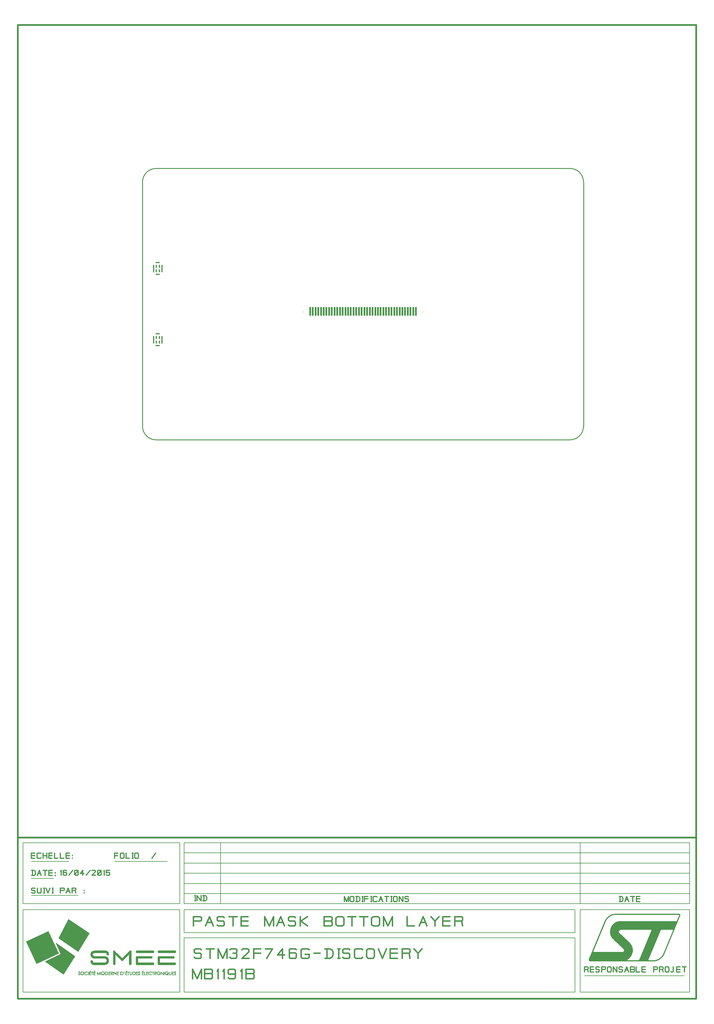
<source format=gbr>
G70*
%FSLAX55Y55*%
%ADD11C,0.00984*%
%ADD12C,0.00394*%
%ADD13C,0.00787*%
%ADD14C,0.01969*%
%ADD15C,0.00197*%
%ADD16C,0.01181*%
%ADD17R,0.01575X0.03740*%
%ADD18R,0.05118X0.01378*%
%ADD19R,0.01378X0.09055*%
%ADD20R,0.01969X0.09843*%
%ADD21C,0.00984*%
%ADD22C,0.01575*%
D11*
X164334Y684059D02*
G75*
G03X180082Y668311I15747J-00001D01*
G01X660397Y668311*
G75*
G03X676145Y684059I00001J15747*
G01X676145Y967524*
G75*
G03X660397Y983272I-15747J00001*
G01X180082Y983272*
G75*
G03X164334Y967524I-00001J-15747*
G01X164334Y684059*
D12*
X786435Y118429D02*
X714929Y118422D01*
X713871Y118422*
X713871Y118418*
X712656Y118365*
X711463Y118214*
X710296Y117968*
X709162Y117628*
X708065Y117199*
X707011Y116684*
X706004Y116085*
X705049Y115408*
X704152Y114653*
X703318Y113826*
X702552Y112928*
X701858Y111964*
X701243Y110937*
X700711Y109850*
X682632Y66320*
X682365Y65676*
X682345Y65630*
X682327Y65584*
X682311Y65537*
X682296Y65490*
X682282Y65443*
X682269Y65396*
X682259Y65348*
X682249Y65300*
X682241Y65251*
X682234Y65203*
X682229Y65154*
X682225Y65105*
X682223Y65056*
X682223Y65006*
X682234Y64810*
X682268Y64620*
X682322Y64437*
X682396Y64264*
X682489Y64102*
X682598Y63951*
X682723Y63813*
X682863Y63689*
X683016Y63581*
X683180Y63489*
X683355Y63416*
X683539Y63362*
X683731Y63329*
X683929Y63317*
X756021Y63324*
X757087Y63324*
X757099Y63325*
X757130Y63327*
X757178Y63330*
X757239Y63335*
X757311Y63339*
X757389Y63345*
X757471Y63350*
X757553Y63356*
X757631Y63361*
X757702Y63366*
X757764Y63370*
X757812Y63374*
X757843Y63376*
X757855Y63377*
X758977Y63523*
X760073Y63753*
X761141Y64064*
X762175Y64453*
X763173Y64919*
X764128Y65457*
X765039Y66066*
X765900Y66743*
X766707Y67484*
X767457Y68289*
X768145Y69153*
X768768Y70074*
X769320Y71050*
X769799Y72077*
X770065Y72719*
X788010Y116087*
X788028Y116131*
X788045Y116176*
X788060Y116220*
X788074Y116266*
X788086Y116311*
X788098Y116357*
X788108Y116404*
X788116Y116451*
X788123Y116498*
X788129Y116545*
X788134Y116593*
X788137Y116641*
X788139Y116690*
X788140Y116739*
X788128Y116936*
X788095Y117126*
X788040Y117308*
X787966Y117481*
X787874Y117644*
X787765Y117795*
X787640Y117933*
X787501Y118057*
X787349Y118165*
X787184Y118256*
X787010Y118330*
X786826Y118384*
X786634Y118417*
X786435Y118429*
X701584Y109491D02*
X702065Y110475D01*
X702624Y111411*
X703256Y112296*
X703958Y113126*
X704724Y113897*
X705552Y114604*
X706437Y115243*
X707375Y115811*
X708361Y116302*
X709392Y116714*
X710463Y117041*
X711570Y117280*
X712710Y117426*
X713871Y117481*
X786435Y117487*
X786609Y117467*
X786691Y117443*
X786769Y117411*
X786842Y117371*
X786972Y117268*
X787027Y117207*
X787075Y117140*
X787116Y117068*
X787149Y116991*
X787188Y116826*
X787192Y116717*
X787188Y116653*
X787175Y116570*
X787159Y116511*
X787146Y116473*
X787138Y116454*
X787101Y116365*
X786635Y115238*
X786139Y114040*
X785869Y113387*
X785340Y112109*
X785103Y111537*
X784637Y110410*
X784600Y110321*
X784576Y110259*
X784546Y110201*
X784511Y110145*
X784471Y110092*
X784427Y110044*
X784379Y109999*
X784327Y109958*
X784271Y109922*
X784213Y109891*
X784151Y109865*
X784087Y109844*
X784020Y109829*
X783952Y109819*
X783881Y109816*
X719739Y109816*
X717084Y109604*
X714744Y109002*
X712718Y108058*
X711001Y106822*
X709592Y105343*
X708486Y103670*
X707681Y101854*
X707174Y99942*
X706962Y97985*
X707042Y96031*
X707410Y94131*
X708064Y92333*
X709001Y90686*
X710217Y89241*
X720830Y79311*
X721585Y78605*
X722076Y78146*
X722251Y77982*
X722598Y77592*
X722861Y77195*
X723044Y76796*
X723150Y76400*
X723183Y76014*
X723146Y75644*
X723042Y75295*
X722875Y74974*
X722648Y74686*
X722364Y74437*
X722026Y74233*
X721638Y74080*
X721203Y73984*
X720725Y73951*
X687959Y73949*
X687785Y73969*
X687625Y74025*
X687484Y74113*
X687422Y74168*
X687366Y74229*
X687318Y74296*
X687277Y74368*
X687244Y74445*
X687219Y74525*
X687204Y74610*
X687199Y74697*
X687205Y74784*
X687220Y74867*
X687260Y74987*
X701584Y109491*
X725764Y64251D02*
X725743Y64255D01*
X725722Y64261*
X725702Y64269*
X725684Y64279*
X725667Y64291*
X725652Y64304*
X725638Y64320*
X725626Y64337*
X725616Y64355*
X725607Y64374*
X725602Y64394*
X725598Y64415*
X725597Y64437*
X725597Y64452*
X725602Y64481*
X725612Y64509*
X725626Y64535*
X725634Y64547*
X725654Y64569*
X725665Y64579*
X725690Y64597*
X725707Y64605*
X725711Y64606*
X726299Y64895*
X726910Y65249*
X727535Y65667*
X728167Y66151*
X728796Y66699*
X729415Y67312*
X730015Y67991*
X730587Y68733*
X731123Y69541*
X731615Y70413*
X732055Y71350*
X732433Y72351*
X732742Y73416*
X732973Y74547*
X733105Y75837*
X733086Y77066*
X732938Y78227*
X732684Y79316*
X732347Y80326*
X731949Y81252*
X731514Y82090*
X731063Y82833*
X730619Y83477*
X730206Y84016*
X729845Y84444*
X729559Y84756*
X729371Y84948*
X729303Y85013*
X729135Y85169*
X717932Y95593*
X717389Y96152*
X717119Y96562*
X716946Y96976*
X716862Y97385*
X716861Y97785*
X716935Y98168*
X717075Y98530*
X717276Y98863*
X717528Y99162*
X717825Y99420*
X718159Y99632*
X718523Y99791*
X718909Y99890*
X719310Y99925*
X754233Y99925*
X754322Y99920*
X754407Y99905*
X754489Y99881*
X754567Y99849*
X754640Y99809*
X754708Y99761*
X754770Y99707*
X754826Y99646*
X754875Y99579*
X754916Y99507*
X754949Y99430*
X754973Y99349*
X754988Y99264*
X754993Y99177*
X754993Y99157*
X754992Y99137*
X754991Y99118*
X754989Y99098*
X754986Y99079*
X754983Y99060*
X754980Y99041*
X754976Y99022*
X754972Y99003*
X754967Y98984*
X754961Y98966*
X754956Y98947*
X754949Y98929*
X754943Y98911*
X741292Y65955*
X741090Y65467*
X741020Y65317*
X740938Y65173*
X740844Y65038*
X740740Y64911*
X740626Y64793*
X740502Y64685*
X740369Y64588*
X740228Y64501*
X740079Y64426*
X739924Y64364*
X739762Y64314*
X739595Y64277*
X739422Y64255*
X739246Y64247*
X725983Y64250*
X725764Y64251*
X751244Y65343D02*
X751222Y65298D01*
X751195Y65227*
X751175Y65153*
X751162Y65076*
X751158Y64998*
X751163Y64911*
X751178Y64827*
X751202Y64746*
X751276Y64598*
X751325Y64531*
X751380Y64470*
X751442Y64415*
X751510Y64368*
X751583Y64327*
X751660Y64295*
X751742Y64271*
X751827Y64256*
X751915Y64251*
X756447Y64250*
X757696Y64305*
X758852Y64455*
X759976Y64700*
X761063Y65036*
X762109Y65458*
X763109Y65962*
X764058Y66544*
X764953Y67200*
X765789Y67924*
X766561Y68714*
X767265Y69564*
X767897Y70470*
X768451Y71428*
X768927Y72432*
X768939Y72423*
X775227Y87603*
X779909Y98900*
X779916Y98919*
X779923Y98938*
X779929Y98957*
X779934Y98976*
X779940Y98995*
X779944Y99015*
X779952Y99054*
X779956Y99074*
X779958Y99094*
X779961Y99115*
X779962Y99135*
X779963Y99156*
X779963Y99177*
X779958Y99264*
X779943Y99349*
X779919Y99430*
X779886Y99507*
X779845Y99579*
X779797Y99646*
X779741Y99707*
X779679Y99761*
X779611Y99809*
X779538Y99849*
X779461Y99881*
X779379Y99905*
X779294Y99920*
X779206Y99925*
X779026Y99925*
X767068Y99912*
X766888Y99912*
X766712Y99904*
X766540Y99882*
X766373Y99846*
X766212Y99796*
X766056Y99733*
X765908Y99658*
X765767Y99572*
X765634Y99474*
X765510Y99366*
X765396Y99248*
X765291Y99121*
X765198Y98986*
X765115Y98843*
X765045Y98692*
X764844Y98206*
X751244Y65343*
X683361Y63414D02*
X758143Y63414D01*
X682842Y63708D02*
X759860Y63708D01*
X682561Y64002D02*
X760928Y64002D01*
X682383Y64295D02*
X725662Y64295D01*
X739678Y64295D02*
X751659Y64295D01*
X757483Y64295D02*
X761756Y64295D01*
X682277Y64589D02*
X725679Y64589D01*
X740371Y64589D02*
X751282Y64589D01*
X759467Y64589D02*
X762466Y64589D01*
X682230Y64883D02*
X726274Y64883D01*
X740713Y64883D02*
X751168Y64883D01*
X760567Y64883D02*
X763096Y64883D01*
X682232Y65176D02*
X726785Y65176D01*
X740940Y65176D02*
X751181Y65176D01*
X761411Y65176D02*
X763630Y65176D01*
X682290Y65470D02*
X727241Y65470D01*
X741091Y65470D02*
X751297Y65470D01*
X762132Y65470D02*
X764148Y65470D01*
X682401Y65764D02*
X727661Y65764D01*
X741213Y65764D02*
X751418Y65764D01*
X762715Y65764D02*
X764587Y65764D01*
X682523Y66058D02*
X728045Y66058D01*
X741334Y66058D02*
X751540Y66058D01*
X763264Y66058D02*
X765026Y66058D01*
X682645Y66351D02*
X728397Y66351D01*
X741456Y66351D02*
X751661Y66351D01*
X763743Y66351D02*
X765402Y66351D01*
X682767Y66645D02*
X728734Y66645D01*
X741578Y66645D02*
X751783Y66645D01*
X764196Y66645D02*
X765775Y66645D01*
X682889Y66939D02*
X729038Y66939D01*
X741699Y66939D02*
X751904Y66939D01*
X764597Y66939D02*
X766113Y66939D01*
X683011Y67232D02*
X729334Y67232D01*
X741821Y67232D02*
X752026Y67232D01*
X764991Y67232D02*
X766433Y67232D01*
X683133Y67526D02*
X729604Y67526D01*
X741943Y67526D02*
X752148Y67526D01*
X765330Y67526D02*
X766746Y67526D01*
X683255Y67820D02*
X729864Y67820D01*
X742064Y67820D02*
X752269Y67820D01*
X765668Y67820D02*
X767020Y67820D01*
X683377Y68113D02*
X730109Y68113D01*
X742186Y68113D02*
X752391Y68113D01*
X765974Y68113D02*
X767294Y68113D01*
X683499Y68407D02*
X730336Y68407D01*
X742308Y68407D02*
X752512Y68407D01*
X766261Y68407D02*
X767551Y68407D01*
X683621Y68701D02*
X730562Y68701D01*
X742429Y68701D02*
X752634Y68701D01*
X766549Y68701D02*
X767785Y68701D01*
X683743Y68995D02*
X730761Y68995D01*
X742551Y68995D02*
X752755Y68995D01*
X766794Y68995D02*
X768019Y68995D01*
X683865Y69288D02*
X730956Y69288D01*
X742673Y69288D02*
X752877Y69288D01*
X767037Y69288D02*
X768237Y69288D01*
X683987Y69582D02*
X731147Y69582D01*
X742794Y69582D02*
X752998Y69582D01*
X767278Y69582D02*
X768435Y69582D01*
X684109Y69876D02*
X731312Y69876D01*
X742916Y69876D02*
X753120Y69876D01*
X767483Y69876D02*
X768634Y69876D01*
X684231Y70169D02*
X731478Y70169D01*
X743037Y70169D02*
X753241Y70169D01*
X767687Y70169D02*
X768822Y70169D01*
X684353Y70463D02*
X731639Y70463D01*
X743159Y70463D02*
X753363Y70463D01*
X767892Y70463D02*
X768988Y70463D01*
X684475Y70757D02*
X731777Y70757D01*
X743281Y70757D02*
X753484Y70757D01*
X768063Y70757D02*
X769154Y70757D01*
X684597Y71050D02*
X731915Y71050D01*
X743402Y71050D02*
X753606Y71050D01*
X768233Y71050D02*
X769321Y71050D01*
X684719Y71344D02*
X732052Y71344D01*
X743524Y71344D02*
X753728Y71344D01*
X768403Y71344D02*
X769458Y71344D01*
X684841Y71638D02*
X732164Y71638D01*
X743646Y71638D02*
X753849Y71638D01*
X768550Y71638D02*
X769595Y71638D01*
X684963Y71932D02*
X732275Y71932D01*
X743767Y71932D02*
X753971Y71932D01*
X768690Y71932D02*
X769732Y71932D01*
X685085Y72225D02*
X732386Y72225D01*
X743889Y72225D02*
X754092Y72225D01*
X768829Y72225D02*
X769861Y72225D01*
X685207Y72519D02*
X732482Y72519D01*
X744011Y72519D02*
X754214Y72519D01*
X768979Y72519D02*
X769982Y72519D01*
X685329Y72813D02*
X732567Y72813D01*
X744132Y72813D02*
X754335Y72813D01*
X769101Y72813D02*
X770104Y72813D01*
X685451Y73106D02*
X732652Y73106D01*
X744254Y73106D02*
X754457Y73106D01*
X769222Y73106D02*
X770225Y73106D01*
X685573Y73400D02*
X732737Y73400D01*
X744376Y73400D02*
X754578Y73400D01*
X769344Y73400D02*
X770347Y73400D01*
X685694Y73694D02*
X732799Y73694D01*
X744497Y73694D02*
X754700Y73694D01*
X769466Y73694D02*
X770468Y73694D01*
X685816Y73987D02*
X687731Y73987D01*
X721219Y73987D02*
X732859Y73987D01*
X744619Y73987D02*
X754821Y73987D01*
X769587Y73987D02*
X770590Y73987D01*
X685938Y74281D02*
X687328Y74281D01*
X722106Y74281D02*
X732919Y74281D01*
X744741Y74281D02*
X754943Y74281D01*
X769709Y74281D02*
X770711Y74281D01*
X686060Y74575D02*
X687211Y74575D01*
X722521Y74575D02*
X732976Y74575D01*
X744862Y74575D02*
X755065Y74575D01*
X769831Y74575D02*
X770833Y74575D01*
X686182Y74869D02*
X687220Y74869D01*
X722792Y74869D02*
X733006Y74869D01*
X744984Y74869D02*
X755186Y74869D01*
X769952Y74869D02*
X770954Y74869D01*
X686304Y75162D02*
X687333Y75162D01*
X722973Y75162D02*
X733036Y75162D01*
X745106Y75162D02*
X755308Y75162D01*
X770074Y75162D02*
X771076Y75162D01*
X686426Y75456D02*
X687455Y75456D01*
X723090Y75456D02*
X733066Y75456D01*
X745227Y75456D02*
X755429Y75456D01*
X770196Y75456D02*
X771197Y75456D01*
X686548Y75750D02*
X687577Y75750D01*
X723157Y75750D02*
X733096Y75750D01*
X745349Y75750D02*
X755551Y75750D01*
X770317Y75750D02*
X771319Y75750D01*
X686670Y76043D02*
X687699Y76043D01*
X723181Y76043D02*
X733102Y76043D01*
X745471Y76043D02*
X755672Y76043D01*
X770439Y76043D02*
X771441Y76043D01*
X686792Y76337D02*
X687821Y76337D01*
X723156Y76337D02*
X733097Y76337D01*
X745592Y76337D02*
X755794Y76337D01*
X770561Y76337D02*
X771562Y76337D01*
X686914Y76631D02*
X687943Y76631D01*
X723088Y76631D02*
X733092Y76631D01*
X745714Y76631D02*
X755915Y76631D01*
X770682Y76631D02*
X771684Y76631D01*
X687036Y76924D02*
X688065Y76924D01*
X722985Y76924D02*
X733088Y76924D01*
X745836Y76924D02*
X756037Y76924D01*
X770804Y76924D02*
X771805Y76924D01*
X687158Y77218D02*
X688187Y77218D01*
X722846Y77218D02*
X733066Y77218D01*
X745957Y77218D02*
X756158Y77218D01*
X770925Y77218D02*
X771927Y77218D01*
X687280Y77512D02*
X688309Y77512D01*
X722651Y77512D02*
X733029Y77512D01*
X746079Y77512D02*
X756280Y77512D01*
X771047Y77512D02*
X772048Y77512D01*
X687402Y77806D02*
X688431Y77806D01*
X722408Y77806D02*
X732991Y77806D01*
X746201Y77806D02*
X756401Y77806D01*
X771169Y77806D02*
X772170Y77806D01*
X687524Y78099D02*
X688552Y78099D01*
X722125Y78099D02*
X732954Y78099D01*
X746322Y78099D02*
X756523Y78099D01*
X771290Y78099D02*
X772291Y78099D01*
X687646Y78393D02*
X688674Y78393D01*
X721812Y78393D02*
X732899Y78393D01*
X746444Y78393D02*
X756645Y78393D01*
X771412Y78393D02*
X772413Y78393D01*
X687768Y78687D02*
X688796Y78687D01*
X721498Y78687D02*
X732831Y78687D01*
X746565Y78687D02*
X756766Y78687D01*
X771534Y78687D02*
X772534Y78687D01*
X687890Y78980D02*
X688918Y78980D01*
X721184Y78980D02*
X732762Y78980D01*
X746687Y78980D02*
X756888Y78980D01*
X771655Y78980D02*
X772656Y78980D01*
X688012Y79274D02*
X689040Y79274D01*
X720870Y79274D02*
X732694Y79274D01*
X746809Y79274D02*
X757009Y79274D01*
X771777Y79274D02*
X772777Y79274D01*
X688134Y79568D02*
X689162Y79568D01*
X720556Y79568D02*
X732600Y79568D01*
X746930Y79568D02*
X757131Y79568D01*
X771899Y79568D02*
X772899Y79568D01*
X688256Y79861D02*
X689284Y79861D01*
X720242Y79861D02*
X732502Y79861D01*
X747052Y79861D02*
X757252Y79861D01*
X772020Y79861D02*
X773020Y79861D01*
X688378Y80155D02*
X689406Y80155D01*
X719928Y80155D02*
X732404Y80155D01*
X747174Y80155D02*
X757374Y80155D01*
X772142Y80155D02*
X773142Y80155D01*
X688500Y80449D02*
X689528Y80449D01*
X719614Y80449D02*
X732294Y80449D01*
X747295Y80449D02*
X757495Y80449D01*
X772264Y80449D02*
X773263Y80449D01*
X688622Y80743D02*
X689650Y80743D01*
X719300Y80743D02*
X732168Y80743D01*
X747417Y80743D02*
X757617Y80743D01*
X772385Y80743D02*
X773385Y80743D01*
X688744Y81036D02*
X689772Y81036D01*
X718986Y81036D02*
X732042Y81036D01*
X747539Y81036D02*
X757738Y81036D01*
X772507Y81036D02*
X773507Y81036D01*
X688866Y81330D02*
X689894Y81330D01*
X718673Y81330D02*
X731909Y81330D01*
X747660Y81330D02*
X757860Y81330D01*
X772629Y81330D02*
X773628Y81330D01*
X688988Y81624D02*
X690015Y81624D01*
X718359Y81624D02*
X731756Y81624D01*
X747782Y81624D02*
X757981Y81624D01*
X772750Y81624D02*
X773750Y81624D01*
X689110Y81917D02*
X690137Y81917D01*
X718045Y81917D02*
X731604Y81917D01*
X747904Y81917D02*
X758103Y81917D01*
X772872Y81917D02*
X773871Y81917D01*
X689232Y82211D02*
X690259Y82211D01*
X717731Y82211D02*
X731440Y82211D01*
X748025Y82211D02*
X758225Y82211D01*
X772993Y82211D02*
X773993Y82211D01*
X689354Y82505D02*
X690381Y82505D01*
X717417Y82505D02*
X731262Y82505D01*
X748147Y82505D02*
X758346Y82505D01*
X773115Y82505D02*
X774114Y82505D01*
X689476Y82799D02*
X690503Y82799D01*
X717103Y82799D02*
X731084Y82799D01*
X748269Y82799D02*
X758468Y82799D01*
X773237Y82799D02*
X774236Y82799D01*
X689598Y83092D02*
X690625Y83092D01*
X716789Y83092D02*
X730885Y83092D01*
X748390Y83092D02*
X758589Y83092D01*
X773358Y83092D02*
X774357Y83092D01*
X689720Y83386D02*
X690747Y83386D01*
X716475Y83386D02*
X730682Y83386D01*
X748512Y83386D02*
X758711Y83386D01*
X773480Y83386D02*
X774479Y83386D01*
X689842Y83680D02*
X690869Y83680D01*
X716161Y83680D02*
X730464Y83680D01*
X748634Y83680D02*
X758832Y83680D01*
X773602Y83680D02*
X774600Y83680D01*
X689964Y83973D02*
X690991Y83973D01*
X715847Y83973D02*
X730238Y83973D01*
X748755Y83973D02*
X758954Y83973D01*
X773723Y83973D02*
X774722Y83973D01*
X690086Y84267D02*
X691113Y84267D01*
X715534Y84267D02*
X729994Y84267D01*
X748877Y84267D02*
X759075Y84267D01*
X773845Y84267D02*
X774843Y84267D01*
X690208Y84561D02*
X691235Y84561D01*
X715220Y84561D02*
X729738Y84561D01*
X748999Y84561D02*
X759197Y84561D01*
X773967Y84561D02*
X774965Y84561D01*
X690330Y84854D02*
X691357Y84854D01*
X714906Y84854D02*
X729462Y84854D01*
X749120Y84854D02*
X759318Y84854D01*
X774088Y84854D02*
X775086Y84854D01*
X690452Y85148D02*
X691479Y85148D01*
X714592Y85148D02*
X729157Y85148D01*
X749242Y85148D02*
X759440Y85148D01*
X774210Y85148D02*
X775208Y85148D01*
X690574Y85442D02*
X691600Y85442D01*
X714278Y85442D02*
X728842Y85442D01*
X749364Y85442D02*
X759562Y85442D01*
X774332Y85442D02*
X775329Y85442D01*
X690696Y85736D02*
X691722Y85736D01*
X713964Y85736D02*
X728526Y85736D01*
X749485Y85736D02*
X759683Y85736D01*
X774453Y85736D02*
X775451Y85736D01*
X690818Y86029D02*
X691844Y86029D01*
X713650Y86029D02*
X728211Y86029D01*
X749607Y86029D02*
X759805Y86029D01*
X774575Y86029D02*
X775572Y86029D01*
X690939Y86323D02*
X691966Y86323D01*
X713336Y86323D02*
X727895Y86323D01*
X749729Y86323D02*
X759926Y86323D01*
X774697Y86323D02*
X775694Y86323D01*
X691061Y86617D02*
X692088Y86617D01*
X713022Y86617D02*
X727579Y86617D01*
X749850Y86617D02*
X760048Y86617D01*
X774818Y86617D02*
X775816Y86617D01*
X691183Y86910D02*
X692210Y86910D01*
X712708Y86910D02*
X727264Y86910D01*
X749972Y86910D02*
X760169Y86910D01*
X774940Y86910D02*
X775937Y86910D01*
X691305Y87204D02*
X692332Y87204D01*
X712394Y87204D02*
X726948Y87204D01*
X750093Y87204D02*
X760291Y87204D01*
X775062Y87204D02*
X776059Y87204D01*
X691427Y87498D02*
X692454Y87498D01*
X712081Y87498D02*
X726632Y87498D01*
X750215Y87498D02*
X760412Y87498D01*
X775183Y87498D02*
X776180Y87498D01*
X691549Y87791D02*
X692576Y87791D01*
X711767Y87791D02*
X726317Y87791D01*
X750337Y87791D02*
X760534Y87791D01*
X775305Y87791D02*
X776302Y87791D01*
X691671Y88085D02*
X692698Y88085D01*
X711453Y88085D02*
X726001Y88085D01*
X750458Y88085D02*
X760655Y88085D01*
X775427Y88085D02*
X776423Y88085D01*
X691793Y88379D02*
X692820Y88379D01*
X711139Y88379D02*
X725685Y88379D01*
X750580Y88379D02*
X760777Y88379D01*
X775548Y88379D02*
X776545Y88379D01*
X691915Y88673D02*
X692942Y88673D01*
X710825Y88673D02*
X725370Y88673D01*
X750702Y88673D02*
X760899Y88673D01*
X775670Y88673D02*
X776666Y88673D01*
X692037Y88966D02*
X693064Y88966D01*
X710511Y88966D02*
X725054Y88966D01*
X750823Y88966D02*
X761020Y88966D01*
X775792Y88966D02*
X776788Y88966D01*
X692159Y89260D02*
X693185Y89260D01*
X710201Y89260D02*
X724738Y89260D01*
X750945Y89260D02*
X761142Y89260D01*
X775914Y89260D02*
X776909Y89260D01*
X692281Y89554D02*
X693307Y89554D01*
X709954Y89554D02*
X724423Y89554D01*
X751067Y89554D02*
X761263Y89554D01*
X776035Y89554D02*
X777031Y89554D01*
X692403Y89847D02*
X693429Y89847D01*
X709707Y89847D02*
X724107Y89847D01*
X751188Y89847D02*
X761385Y89847D01*
X776157Y89847D02*
X777152Y89847D01*
X692525Y90141D02*
X693551Y90141D01*
X709460Y90141D02*
X723792Y90141D01*
X751310Y90141D02*
X761506Y90141D01*
X776279Y90141D02*
X777274Y90141D01*
X692647Y90435D02*
X693673Y90435D01*
X709213Y90435D02*
X723476Y90435D01*
X751432Y90435D02*
X761628Y90435D01*
X776400Y90435D02*
X777395Y90435D01*
X692769Y90728D02*
X693795Y90728D01*
X708977Y90728D02*
X723160Y90728D01*
X751553Y90728D02*
X761749Y90728D01*
X776522Y90728D02*
X777517Y90728D01*
X692891Y91022D02*
X693917Y91022D01*
X708810Y91022D02*
X722845Y91022D01*
X751675Y91022D02*
X761871Y91022D01*
X776644Y91022D02*
X777638Y91022D01*
X693013Y91316D02*
X694039Y91316D01*
X708643Y91316D02*
X722529Y91316D01*
X751797Y91316D02*
X761992Y91316D01*
X776766Y91316D02*
X777760Y91316D01*
X693135Y91610D02*
X694161Y91610D01*
X708476Y91610D02*
X722213Y91610D01*
X751918Y91610D02*
X762114Y91610D01*
X776887Y91610D02*
X777881Y91610D01*
X693257Y91903D02*
X694283Y91903D01*
X708309Y91903D02*
X721898Y91903D01*
X752040Y91903D02*
X762235Y91903D01*
X777009Y91903D02*
X778003Y91903D01*
X693379Y92197D02*
X694405Y92197D01*
X708142Y92197D02*
X721582Y92197D01*
X752162Y92197D02*
X762357Y92197D01*
X777131Y92197D02*
X778125Y92197D01*
X693501Y92491D02*
X694527Y92491D01*
X708007Y92491D02*
X721266Y92491D01*
X752283Y92491D02*
X762479Y92491D01*
X777252Y92491D02*
X778246Y92491D01*
X693623Y92784D02*
X694648Y92784D01*
X707900Y92784D02*
X720951Y92784D01*
X752405Y92784D02*
X762600Y92784D01*
X777374Y92784D02*
X778368Y92784D01*
X693745Y93078D02*
X694770Y93078D01*
X707793Y93078D02*
X720635Y93078D01*
X752527Y93078D02*
X762722Y93078D01*
X777496Y93078D02*
X778489Y93078D01*
X693867Y93372D02*
X694892Y93372D01*
X707686Y93372D02*
X720319Y93372D01*
X752648Y93372D02*
X762843Y93372D01*
X777618Y93372D02*
X778611Y93372D01*
X693989Y93665D02*
X695014Y93665D01*
X707580Y93665D02*
X720004Y93665D01*
X752770Y93665D02*
X762965Y93665D01*
X777739Y93665D02*
X778732Y93665D01*
X694111Y93959D02*
X695136Y93959D01*
X707473Y93959D02*
X719688Y93959D01*
X752892Y93959D02*
X763086Y93959D01*
X777861Y93959D02*
X778854Y93959D01*
X694233Y94253D02*
X695258Y94253D01*
X707387Y94253D02*
X719373Y94253D01*
X753013Y94253D02*
X763208Y94253D01*
X777983Y94253D02*
X778975Y94253D01*
X694355Y94547D02*
X695380Y94547D01*
X707330Y94547D02*
X719057Y94547D01*
X753135Y94547D02*
X763329Y94547D01*
X778105Y94547D02*
X779097Y94547D01*
X694477Y94840D02*
X695502Y94840D01*
X707273Y94840D02*
X718741Y94840D01*
X753256Y94840D02*
X763451Y94840D01*
X778226Y94840D02*
X779218Y94840D01*
X694599Y95134D02*
X695624Y95134D01*
X707216Y95134D02*
X718426Y95134D01*
X753378Y95134D02*
X763572Y95134D01*
X778348Y95134D02*
X779340Y95134D01*
X694721Y95428D02*
X695746Y95428D01*
X707159Y95428D02*
X718110Y95428D01*
X753500Y95428D02*
X763694Y95428D01*
X778470Y95428D02*
X779461Y95428D01*
X694843Y95721D02*
X695868Y95721D01*
X707102Y95721D02*
X717808Y95721D01*
X753621Y95721D02*
X763816Y95721D01*
X778591Y95721D02*
X779583Y95721D01*
X694965Y96015D02*
X695990Y96015D01*
X707045Y96015D02*
X717522Y96015D01*
X753743Y96015D02*
X763937Y96015D01*
X778713Y96015D02*
X779704Y96015D01*
X695087Y96309D02*
X696112Y96309D01*
X707031Y96309D02*
X717286Y96309D01*
X753865Y96309D02*
X764059Y96309D01*
X778835Y96309D02*
X779826Y96309D01*
X695209Y96602D02*
X696233Y96602D01*
X707019Y96602D02*
X717102Y96602D01*
X753986Y96602D02*
X764180Y96602D01*
X778957Y96602D02*
X779947Y96602D01*
X695331Y96896D02*
X696355Y96896D01*
X707007Y96896D02*
X716979Y96896D01*
X754108Y96896D02*
X764302Y96896D01*
X779078Y96896D02*
X780069Y96896D01*
X695453Y97190D02*
X696477Y97190D01*
X706995Y97190D02*
X716902Y97190D01*
X754230Y97190D02*
X764423Y97190D01*
X779200Y97190D02*
X780191Y97190D01*
X695575Y97484D02*
X696599Y97484D01*
X706983Y97484D02*
X716862Y97484D01*
X754351Y97484D02*
X764545Y97484D01*
X779322Y97484D02*
X780312Y97484D01*
X695697Y97777D02*
X696721Y97777D01*
X706971Y97777D02*
X716861Y97777D01*
X754473Y97777D02*
X764666Y97777D01*
X779444Y97777D02*
X780434Y97777D01*
X695819Y98071D02*
X696843Y98071D01*
X706972Y98071D02*
X716916Y98071D01*
X754595Y98071D02*
X764788Y98071D01*
X779565Y98071D02*
X780555Y98071D01*
X695941Y98365D02*
X696965Y98365D01*
X707003Y98365D02*
X717011Y98365D01*
X754716Y98365D02*
X764909Y98365D01*
X779687Y98365D02*
X780677Y98365D01*
X696063Y98658D02*
X697087Y98658D01*
X707035Y98658D02*
X717153Y98658D01*
X754838Y98658D02*
X765031Y98658D01*
X779809Y98658D02*
X780798Y98658D01*
X696184Y98952D02*
X697209Y98952D01*
X707067Y98952D02*
X717351Y98952D01*
X754957Y98952D02*
X765178Y98952D01*
X779927Y98952D02*
X780920Y98952D01*
X696306Y99246D02*
X697331Y99246D01*
X707099Y99246D02*
X717624Y99246D01*
X754989Y99246D02*
X765394Y99246D01*
X779959Y99246D02*
X781041Y99246D01*
X696428Y99539D02*
X697453Y99539D01*
X707131Y99539D02*
X718013Y99539D01*
X754897Y99539D02*
X765723Y99539D01*
X779868Y99539D02*
X781163Y99539D01*
X696550Y99833D02*
X697575Y99833D01*
X707163Y99833D02*
X718688Y99833D01*
X754596Y99833D02*
X766332Y99833D01*
X779568Y99833D02*
X781284Y99833D01*
X696672Y100127D02*
X697696Y100127D01*
X707223Y100127D02*
X781406Y100127D01*
X696794Y100421D02*
X697818Y100421D01*
X707301Y100421D02*
X781527Y100421D01*
X696916Y100714D02*
X697940Y100714D01*
X707379Y100714D02*
X781649Y100714D01*
X697038Y101008D02*
X698062Y101008D01*
X707457Y101008D02*
X781770Y101008D01*
X697160Y101302D02*
X698184Y101302D01*
X707535Y101302D02*
X781892Y101302D01*
X697282Y101595D02*
X698306Y101595D01*
X707613Y101595D02*
X782013Y101595D01*
X697404Y101889D02*
X698428Y101889D01*
X707697Y101889D02*
X782135Y101889D01*
X697526Y102183D02*
X698550Y102183D01*
X707827Y102183D02*
X782256Y102183D01*
X697648Y102476D02*
X698672Y102476D01*
X707957Y102476D02*
X782378Y102476D01*
X697770Y102770D02*
X698794Y102770D01*
X708087Y102770D02*
X782500Y102770D01*
X697892Y103064D02*
X698916Y103064D01*
X708218Y103064D02*
X782621Y103064D01*
X698014Y103358D02*
X699038Y103358D01*
X708348Y103358D02*
X782743Y103358D01*
X698136Y103651D02*
X699160Y103651D01*
X708478Y103651D02*
X782864Y103651D01*
X698258Y103945D02*
X699281Y103945D01*
X708668Y103945D02*
X782986Y103945D01*
X698380Y104239D02*
X699403Y104239D01*
X708862Y104239D02*
X783107Y104239D01*
X698502Y104532D02*
X699525Y104532D01*
X709056Y104532D02*
X783229Y104532D01*
X698624Y104826D02*
X699647Y104826D01*
X709250Y104826D02*
X783350Y104826D01*
X698746Y105120D02*
X699769Y105120D01*
X709445Y105120D02*
X783472Y105120D01*
X698868Y105413D02*
X699891Y105413D01*
X709659Y105413D02*
X783593Y105413D01*
X698990Y105707D02*
X700013Y105707D01*
X709939Y105707D02*
X783715Y105707D01*
X699112Y106001D02*
X700135Y106001D01*
X710219Y106001D02*
X783836Y106001D01*
X699234Y106295D02*
X700257Y106295D01*
X710499Y106295D02*
X783958Y106295D01*
X699356Y106588D02*
X700379Y106588D01*
X710779Y106588D02*
X784079Y106588D01*
X699478Y106882D02*
X700501Y106882D01*
X711085Y106882D02*
X784201Y106882D01*
X699600Y107176D02*
X700623Y107176D01*
X711493Y107176D02*
X784322Y107176D01*
X699722Y107469D02*
X700744Y107469D01*
X711901Y107469D02*
X784444Y107469D01*
X699844Y107763D02*
X700866Y107763D01*
X712309Y107763D02*
X784566Y107763D01*
X699966Y108057D02*
X700988Y108057D01*
X712716Y108057D02*
X784687Y108057D01*
X700088Y108350D02*
X701110Y108350D01*
X713346Y108350D02*
X784809Y108350D01*
X700210Y108644D02*
X701232Y108644D01*
X713977Y108644D02*
X784930Y108644D01*
X700332Y108938D02*
X701354Y108938D01*
X714607Y108938D02*
X785052Y108938D01*
X700454Y109232D02*
X701476Y109232D01*
X715636Y109232D02*
X785173Y109232D01*
X700576Y109525D02*
X701600Y109525D01*
X716777Y109525D02*
X785295Y109525D01*
X700698Y109819D02*
X701744Y109819D01*
X783942Y109819D02*
X785416Y109819D01*
X700839Y110113D02*
X701888Y110113D01*
X784486Y110113D02*
X785538Y110113D01*
X700983Y110406D02*
X702031Y110406D01*
X784635Y110406D02*
X785659Y110406D01*
X701127Y110700D02*
X702199Y110700D01*
X784757Y110700D02*
X785781Y110700D01*
X701277Y110994D02*
X702375Y110994D01*
X784879Y110994D02*
X785902Y110994D01*
X701453Y111287D02*
X702550Y111287D01*
X785000Y111287D02*
X786024Y111287D01*
X701629Y111581D02*
X702745Y111581D01*
X785122Y111581D02*
X786145Y111581D01*
X701805Y111875D02*
X702955Y111875D01*
X785243Y111875D02*
X786267Y111875D01*
X702005Y112169D02*
X703165Y112169D01*
X785365Y112169D02*
X786388Y112169D01*
X702216Y112462D02*
X703396Y112462D01*
X785486Y112462D02*
X786510Y112462D01*
X702428Y112756D02*
X703644Y112756D01*
X785608Y112756D02*
X786631Y112756D01*
X702655Y113050D02*
X703893Y113050D01*
X785729Y113050D02*
X786753Y113050D01*
X702906Y113343D02*
X704173Y113343D01*
X785851Y113343D02*
X786875Y113343D01*
X703157Y113637D02*
X704466Y113637D01*
X785973Y113637D02*
X786996Y113637D01*
X703424Y113931D02*
X704764Y113931D01*
X786094Y113931D02*
X787118Y113931D01*
X703720Y114224D02*
X705108Y114224D01*
X786216Y114224D02*
X787239Y114224D01*
X704016Y114518D02*
X705452Y114518D01*
X786337Y114518D02*
X787361Y114518D01*
X704341Y114812D02*
X705840Y114812D01*
X786459Y114812D02*
X787482Y114812D01*
X704690Y115106D02*
X706247Y115106D01*
X786580Y115106D02*
X787604Y115106D01*
X705039Y115399D02*
X706695Y115399D01*
X786702Y115399D02*
X787725Y115399D01*
X705451Y115693D02*
X707180Y115693D01*
X786823Y115693D02*
X787847Y115693D01*
X705864Y115987D02*
X707728Y115987D01*
X786945Y115987D02*
X787968Y115987D01*
X706332Y116280D02*
X708317Y116280D01*
X787066Y116280D02*
X788078Y116280D01*
X706826Y116574D02*
X709042Y116574D01*
X787175Y116574D02*
X788132Y116574D01*
X707387Y116868D02*
X709896Y116868D01*
X787178Y116868D02*
X788132Y116868D01*
X707988Y117161D02*
X711022Y117161D01*
X787060Y117161D02*
X788084Y117161D01*
X708720Y117455D02*
X713322Y117455D01*
X786651Y117455D02*
X787977Y117455D01*
X709566Y117749D02*
X787798Y117749D01*
X710651Y118043D02*
X787517Y118043D01*
X712430Y118336D02*
X786988Y118336D01*
D13*
X212563Y177170D02*
X799177Y177170D01*
X799177Y188981*
X212563Y188981*
X212563Y177170*
X25555Y27563D02*
X207641Y27563D01*
X207641Y123036*
X25555Y123036*
X25555Y27563*
X212563Y188981D02*
X799177Y188981D01*
X799177Y200792*
X212563Y200792*
X212563Y188981*
X35397Y139768D02*
X89728Y139768D01*
X672208Y129926D02*
X254885Y129926D01*
X254885Y200792*
X672208Y200792*
X672208Y129926*
D14*
X807051Y206697D02*
X19649Y206697D01*
X19649Y19689*
X807051Y19689*
X807051Y206697*
X19649Y19689D02*
X807051Y19689D01*
X807051Y1149611*
X19649Y1149611*
X19649Y19689*
D13*
X212563Y141737D02*
X799177Y141737D01*
X799177Y153548*
X212563Y153548*
X212563Y141737*
X212563Y153548D02*
X799177Y153548D01*
X799177Y165359*
X212563Y165359*
X212563Y153548*
X799177Y123233D02*
X672208Y123233D01*
X672208Y27563*
X799177Y27563*
X799177Y123233*
X212563Y165359D02*
X799177Y165359D01*
X799177Y177170*
X212563Y177170*
X212563Y165359*
D15*
G36*
X189334Y51185D02*
X189707Y51185D01*
X189707Y47458*
X189334Y47458*
X189334Y51185*
G37*
X189707Y51185*
X189707Y47458*
X189334Y47458*
X189334Y51185*
G36*
X198483Y51186D02*
X200619Y51186D01*
X200619Y50821*
X198855Y50821*
X198855Y49652*
X200604Y49652*
X200604Y49287*
X198855Y49287*
X198855Y47823*
X200604Y47823*
X200604Y47458*
X198483Y47458*
X198483Y51186*
G37*
X200619Y51186*
X200619Y50821*
X198855Y50821*
X198855Y49652*
X200604Y49652*
X200604Y49287*
X198855Y49287*
X198855Y47823*
X200604Y47823*
X200604Y47458*
X198483Y47458*
X198483Y51186*
G36*
X111498Y47458D02*
X112032Y51186D01*
X112046Y51186*
X113561Y48127*
X115062Y51186*
X115122Y51186*
X115658Y47458*
X115293Y47458*
X114925Y50124*
X113606Y47458*
X113511Y47458*
X112177Y50144*
X111811Y47458*
X111498Y47458*
G37*
X112032Y51186*
X112046Y51186*
X113561Y48127*
X115062Y51186*
X115122Y51186*
X115658Y47458*
X115293Y47458*
X114925Y50124*
X113606Y47458*
X113511Y47458*
X112177Y50144*
X111811Y47458*
X111498Y47458*
G36*
X134538Y51186D02*
X136674Y51186D01*
X136674Y50821*
X134910Y50821*
X134910Y49652*
X136659Y49652*
X136659Y49287*
X134910Y49287*
X134910Y47823*
X136659Y47823*
X136659Y47458*
X134538Y47458*
X134538Y51186*
G37*
X136674Y51186*
X136674Y50821*
X134910Y50821*
X134910Y49652*
X136659Y49652*
X136659Y49287*
X134910Y49287*
X134910Y47823*
X136659Y47823*
X136659Y47458*
X134538Y47458*
X134538Y51186*
G36*
X130699Y47458D02*
X130699Y51186D01*
X130780Y51186*
X133261Y48328*
X133261Y51186*
X133628Y51186*
X133628Y47458*
X133544Y47458*
X131084Y50280*
X131084Y47458*
X130699Y47458*
G37*
X130699Y51186*
X130780Y51186*
X133261Y48328*
X133261Y51186*
X133628Y51186*
X133628Y47458*
X133544Y47458*
X131084Y50280*
X131084Y47458*
X130699Y47458*
G36*
X146851Y50821D02*
X146851Y51186D01*
X148894Y51186*
X148894Y50821*
X148063Y50821*
X148063Y47458*
X147683Y47458*
X147683Y50821*
X146851Y50821*
G37*
X146851Y51186*
X148894Y51186*
X148894Y50821*
X148063Y50821*
X148063Y47458*
X147683Y47458*
X147683Y50821*
X146851Y50821*
G36*
X156694Y51186D02*
X158830Y51186D01*
X158830Y50821*
X157067Y50821*
X157067Y49652*
X158815Y49652*
X158815Y49287*
X157067Y49287*
X157067Y47823*
X158815Y47823*
X158815Y47458*
X156694Y47458*
X156694Y51186*
G37*
X158830Y51186*
X158830Y50821*
X157067Y50821*
X157067Y49652*
X158815Y49652*
X158815Y49287*
X157067Y49287*
X157067Y47823*
X158815Y47823*
X158815Y47458*
X156694Y47458*
X156694Y51186*
G36*
X185551Y47458D02*
X185551Y51186D01*
X185632Y51186*
X188113Y48328*
X188113Y51186*
X188480Y51186*
X188480Y47458*
X188397Y47458*
X185936Y50280*
X185936Y47458*
X185551Y47458*
G37*
X185551Y51186*
X185632Y51186*
X188113Y48328*
X188113Y51186*
X188480Y51186*
X188480Y47458*
X188397Y47458*
X185936Y50280*
X185936Y47458*
X185551Y47458*
G36*
X195467Y51186D02*
X195467Y48879D01*
X195467Y48827*
X195468Y48777*
X195468Y48731*
X195469Y48687*
X195470Y48647*
X195471Y48610*
X195472Y48576*
X195473Y48545*
X195475Y48517*
X195476Y48492*
X195478Y48470*
X195480Y48451*
X195482Y48436*
X195487Y48404*
X195492Y48374*
X195497Y48344*
X195504Y48316*
X195511Y48287*
X195520Y48260*
X195528Y48233*
X195538Y48207*
X195548Y48182*
X195559Y48158*
X195571Y48134*
X195584Y48111*
X195597Y48089*
X195611Y48067*
X195626Y48046*
X195643Y48026*
X195660Y48006*
X195678Y47986*
X195698Y47967*
X195718Y47949*
X195740Y47931*
X195763Y47913*
X195787Y47896*
X195812Y47880*
X195838Y47864*
X195865Y47848*
X195894Y47833*
X195923Y47819*
X195953Y47805*
X195983Y47792*
X196013Y47780*
X196043Y47770*
X196074Y47760*
X196104Y47751*
X196134Y47744*
X196164Y47737*
X196194Y47731*
X196225Y47727*
X196255Y47723*
X196285Y47721*
X196316Y47719*
X196346Y47719*
X196373Y47719*
X196399Y47720*
X196425Y47722*
X196451Y47725*
X196476Y47729*
X196502Y47733*
X196528Y47738*
X196553Y47744*
X196578Y47751*
X196603Y47759*
X196628Y47767*
X196652Y47776*
X196677Y47786*
X196701Y47797*
X196725Y47809*
X196749Y47821*
X196771Y47834*
X196794Y47847*
X196815Y47861*
X196836Y47876*
X196857Y47891*
X196877Y47907*
X196896Y47923*
X196915Y47940*
X196934Y47958*
X196951Y47976*
X196968Y47995*
X196985Y48015*
X197001Y48035*
X197016Y48056*
X197031Y48077*
X197045Y48099*
X197059Y48122*
X197071Y48145*
X197084Y48169*
X197095Y48193*
X197106Y48218*
X197117Y48244*
X197126Y48270*
X197136Y48297*
X197144Y48324*
X197152Y48352*
X197157Y48374*
X197162Y48399*
X197167Y48427*
X197171Y48458*
X197174Y48492*
X197178Y48529*
X197181Y48569*
X197183Y48612*
X197185Y48658*
X197187Y48707*
X197188Y48760*
X197189Y48815*
X197190Y48874*
X197190Y48935*
X197190Y51186*
X197563Y51186*
X197563Y48935*
X197562Y48865*
X197561Y48796*
X197558Y48730*
X197555Y48665*
X197550Y48603*
X197545Y48542*
X197538Y48484*
X197531Y48427*
X197522Y48372*
X197513Y48319*
X197502Y48269*
X197491Y48220*
X197479Y48173*
X197465Y48128*
X197450Y48084*
X197433Y48041*
X197414Y48000*
X197393Y47958*
X197371Y47918*
X197346Y47879*
X197319Y47840*
X197290Y47802*
X197259Y47765*
X197226Y47729*
X197191Y47693*
X197154Y47659*
X197116Y47625*
X197075Y47592*
X197032Y47560*
X196989Y47531*
X196944Y47505*
X196898Y47480*
X196850Y47458*
X196801Y47438*
X196751Y47421*
X196700Y47406*
X196648Y47393*
X196594Y47382*
X196539Y47374*
X196483Y47368*
X196425Y47365*
X196367Y47364*
X196303Y47365*
X196240Y47368*
X196179Y47374*
X196119Y47381*
X196061Y47391*
X196004Y47403*
X195948Y47418*
X195893Y47434*
X195840Y47453*
X195788Y47474*
X195738Y47497*
X195688Y47522*
X195640Y47550*
X195594Y47579*
X195549Y47611*
X195506Y47644*
X195465Y47678*
X195427Y47714*
X195391Y47751*
X195357Y47789*
X195325Y47829*
X195295Y47871*
X195268Y47914*
X195243Y47958*
X195219Y48004*
X195198Y48051*
X195180Y48099*
X195163Y48149*
X195153Y48182*
X195145Y48219*
X195137Y48259*
X195129Y48302*
X195123Y48350*
X195117Y48400*
X195112Y48455*
X195107Y48513*
X195103Y48574*
X195100Y48639*
X195098Y48708*
X195096Y48780*
X195095Y48856*
X195095Y48935*
X195095Y51186*
X195467Y51186*
G37*
X195467Y48879*
X195467Y48827*
X195468Y48777*
X195468Y48731*
X195469Y48687*
X195470Y48647*
X195471Y48610*
X195472Y48576*
X195473Y48545*
X195475Y48517*
X195476Y48492*
X195478Y48470*
X195480Y48451*
X195482Y48436*
X195487Y48404*
X195492Y48374*
X195497Y48344*
X195504Y48316*
X195511Y48287*
X195520Y48260*
X195528Y48233*
X195538Y48207*
X195548Y48182*
X195559Y48158*
X195571Y48134*
X195584Y48111*
X195597Y48089*
X195611Y48067*
X195626Y48046*
X195643Y48026*
X195660Y48006*
X195678Y47986*
X195698Y47967*
X195718Y47949*
X195740Y47931*
X195763Y47913*
X195787Y47896*
X195812Y47880*
X195838Y47864*
X195865Y47848*
X195894Y47833*
X195923Y47819*
X195953Y47805*
X195983Y47792*
X196013Y47780*
X196043Y47770*
X196074Y47760*
X196104Y47751*
X196134Y47744*
X196164Y47737*
X196194Y47731*
X196225Y47727*
X196255Y47723*
X196285Y47721*
X196316Y47719*
X196346Y47719*
X196373Y47719*
X196399Y47720*
X196425Y47722*
X196451Y47725*
X196476Y47729*
X196502Y47733*
X196528Y47738*
X196553Y47744*
X196578Y47751*
X196603Y47759*
X196628Y47767*
X196652Y47776*
X196677Y47786*
X196701Y47797*
X196725Y47809*
X196749Y47821*
X196771Y47834*
X196794Y47847*
X196815Y47861*
X196836Y47876*
X196857Y47891*
X196877Y47907*
X196896Y47923*
X196915Y47940*
X196934Y47958*
X196951Y47976*
X196968Y47995*
X196985Y48015*
X197001Y48035*
X197016Y48056*
X197031Y48077*
X197045Y48099*
X197059Y48122*
X197071Y48145*
X197084Y48169*
X197095Y48193*
X197106Y48218*
X197117Y48244*
X197126Y48270*
X197136Y48297*
X197144Y48324*
X197152Y48352*
X197157Y48374*
X197162Y48399*
X197167Y48427*
X197171Y48458*
X197174Y48492*
X197178Y48529*
X197181Y48569*
X197183Y48612*
X197185Y48658*
X197187Y48707*
X197188Y48760*
X197189Y48815*
X197190Y48874*
X197190Y48935*
X197190Y51186*
X197563Y51186*
X197563Y48935*
X197562Y48865*
X197561Y48796*
X197558Y48730*
X197555Y48665*
X197550Y48603*
X197545Y48542*
X197538Y48484*
X197531Y48427*
X197522Y48372*
X197513Y48319*
X197502Y48269*
X197491Y48220*
X197479Y48173*
X197465Y48128*
X197450Y48084*
X197433Y48041*
X197414Y48000*
X197393Y47958*
X197371Y47918*
X197346Y47879*
X197319Y47840*
X197290Y47802*
X197259Y47765*
X197226Y47729*
X197191Y47693*
X197154Y47659*
X197116Y47625*
X197075Y47592*
X197032Y47560*
X196989Y47531*
X196944Y47505*
X196898Y47480*
X196850Y47458*
X196801Y47438*
X196751Y47421*
X196700Y47406*
X196648Y47393*
X196594Y47382*
X196539Y47374*
X196483Y47368*
X196425Y47365*
X196367Y47364*
X196303Y47365*
X196240Y47368*
X196179Y47374*
X196119Y47381*
X196061Y47391*
X196004Y47403*
X195948Y47418*
X195893Y47434*
X195840Y47453*
X195788Y47474*
X195738Y47497*
X195688Y47522*
X195640Y47550*
X195594Y47579*
X195549Y47611*
X195506Y47644*
X195465Y47678*
X195427Y47714*
X195391Y47751*
X195357Y47789*
X195325Y47829*
X195295Y47871*
X195268Y47914*
X195243Y47958*
X195219Y48004*
X195198Y48051*
X195180Y48099*
X195163Y48149*
X195153Y48182*
X195145Y48219*
X195137Y48259*
X195129Y48302*
X195123Y48350*
X195117Y48400*
X195112Y48455*
X195107Y48513*
X195103Y48574*
X195100Y48639*
X195098Y48708*
X195096Y48780*
X195095Y48856*
X195095Y48935*
X195095Y51186*
X195467Y51186*
G36*
X201194Y48342D02*
X201243Y48257D01*
X201292Y48179*
X201342Y48106*
X201394Y48040*
X201446Y47981*
X201500Y47927*
X201555Y47880*
X201610Y47839*
X201667Y47805*
X201725Y47777*
X201784Y47755*
X201844Y47739*
X201905Y47729*
X201967Y47726*
X201994Y47727*
X202020Y47728*
X202046Y47730*
X202072Y47733*
X202098Y47737*
X202124Y47742*
X202149Y47748*
X202174Y47755*
X202199Y47762*
X202223Y47771*
X202248Y47780*
X202272Y47790*
X202296Y47802*
X202319Y47814*
X202342Y47826*
X202365Y47840*
X202386Y47854*
X202407Y47868*
X202427Y47884*
X202446Y47900*
X202464Y47916*
X202482Y47933*
X202499Y47951*
X202514Y47969*
X202530Y47988*
X202544Y48007*
X202557Y48027*
X202570Y48048*
X202582Y48069*
X202593Y48090*
X202603Y48112*
X202612Y48134*
X202621Y48155*
X202628Y48177*
X202635Y48199*
X202641Y48222*
X202645Y48244*
X202649Y48267*
X202652Y48290*
X202655Y48313*
X202656Y48336*
X202656Y48360*
X202656Y48386*
X202654Y48413*
X202650Y48440*
X202646Y48466*
X202640Y48493*
X202633Y48519*
X202625Y48545*
X202615Y48572*
X202604Y48598*
X202592Y48624*
X202578Y48650*
X202563Y48676*
X202547Y48701*
X202530Y48727*
X202503Y48763*
X202474Y48800*
X202441Y48838*
X202406Y48877*
X202368Y48918*
X202327Y48959*
X202283Y49001*
X202236Y49044*
X202186Y49088*
X202133Y49134*
X202077Y49180*
X202018Y49227*
X201956Y49276*
X201891Y49325*
X201826Y49375*
X201765Y49422*
X201707Y49467*
X201653Y49511*
X201603Y49552*
X201556Y49591*
X201513Y49629*
X201473Y49664*
X201437Y49697*
X201405Y49729*
X201376Y49758*
X201350Y49786*
X201329Y49811*
X201311Y49835*
X201283Y49872*
X201258Y49911*
X201235Y49950*
X201214Y49989*
X201195Y50028*
X201177Y50068*
X201162Y50109*
X201149Y50150*
X201138Y50191*
X201129Y50233*
X201122Y50275*
X201117Y50318*
X201114Y50361*
X201113Y50405*
X201114Y50439*
X201115Y50473*
X201118Y50507*
X201122Y50540*
X201128Y50573*
X201134Y50605*
X201142Y50637*
X201151Y50669*
X201161Y50700*
X201173Y50730*
X201185Y50761*
X201199Y50790*
X201214Y50820*
X201230Y50848*
X201247Y50876*
X201265Y50904*
X201284Y50930*
X201304Y50956*
X201325Y50980*
X201347Y51004*
X201370Y51027*
X201394Y51049*
X201419Y51071*
X201445Y51091*
X201471Y51110*
X201499Y51129*
X201528Y51147*
X201558Y51164*
X201588Y51180*
X201619Y51194*
X201650Y51208*
X201682Y51220*
X201714Y51231*
X201746Y51241*
X201779Y51250*
X201812Y51258*
X201845Y51264*
X201879Y51270*
X201913Y51274*
X201948Y51277*
X201982Y51278*
X202018Y51279*
X202055Y51278*
X202092Y51276*
X202129Y51273*
X202166Y51268*
X202202Y51262*
X202237Y51255*
X202273Y51246*
X202308Y51236*
X202342Y51225*
X202377Y51212*
X202411Y51198*
X202444Y51183*
X202478Y51166*
X202511Y51149*
X202544Y51129*
X202577Y51107*
X202610Y51083*
X202644Y51056*
X202678Y51027*
X202712Y50997*
X202747Y50963*
X202782Y50928*
X202817Y50890*
X202852Y50850*
X202888Y50808*
X202923Y50764*
X202960Y50717*
X202996Y50668*
X202692Y50438*
X202662Y50477*
X202633Y50514*
X202604Y50549*
X202577Y50582*
X202549Y50613*
X202523Y50642*
X202497Y50669*
X202472Y50694*
X202447Y50718*
X202423Y50739*
X202400Y50759*
X202377Y50776*
X202355Y50792*
X202333Y50805*
X202312Y50818*
X202290Y50829*
X202268Y50839*
X202246Y50849*
X202224Y50857*
X202201Y50865*
X202178Y50872*
X202155Y50878*
X202132Y50883*
X202108Y50887*
X202084Y50890*
X202060Y50892*
X202035Y50894*
X202010Y50894*
X201978Y50893*
X201947Y50891*
X201917Y50888*
X201888Y50883*
X201860Y50877*
X201832Y50869*
X201805Y50860*
X201779Y50849*
X201754Y50837*
X201730Y50824*
X201707Y50809*
X201684Y50793*
X201662Y50776*
X201642Y50757*
X201622Y50737*
X201603Y50717*
X201587Y50695*
X201571Y50674*
X201557Y50651*
X201545Y50628*
X201534Y50604*
X201524Y50580*
X201516Y50555*
X201510Y50529*
X201505Y50503*
X201501Y50476*
X201499Y50448*
X201498Y50420*
X201498Y50403*
X201499Y50385*
X201500Y50368*
X201502Y50351*
X201505Y50334*
X201507Y50317*
X201511Y50300*
X201515Y50283*
X201519Y50267*
X201524Y50250*
X201529Y50234*
X201535Y50217*
X201542Y50201*
X201549Y50184*
X201557Y50168*
X201565Y50151*
X201574Y50135*
X201585Y50118*
X201596Y50100*
X201608Y50083*
X201620Y50065*
X201634Y50047*
X201649Y50029*
X201664Y50011*
X201680Y49993*
X201697Y49974*
X201715Y49955*
X201734Y49936*
X201746Y49925*
X201762Y49911*
X201781Y49895*
X201803Y49877*
X201829Y49856*
X201858Y49833*
X201891Y49807*
X201927Y49780*
X201967Y49749*
X202009Y49717*
X202056Y49682*
X202106Y49645*
X202159Y49605*
X202216Y49564*
X202283Y49513*
X202347Y49463*
X202409Y49414*
X202467Y49366*
X202522Y49318*
X202574Y49272*
X202623Y49226*
X202669Y49181*
X202712Y49136*
X202752Y49093*
X202788Y49050*
X202822Y49009*
X202852Y48968*
X202879Y48927*
X202904Y48888*
X202927Y48848*
X202948Y48808*
X202967Y48768*
X202985Y48728*
X203001Y48688*
X203014Y48648*
X203026Y48608*
X203036Y48568*
X203045Y48528*
X203051Y48488*
X203056Y48448*
X203058Y48407*
X203059Y48367*
X203058Y48310*
X203053Y48254*
X203045Y48198*
X203034Y48144*
X203020Y48091*
X203003Y48039*
X202982Y47988*
X202959Y47939*
X202932Y47890*
X202902Y47842*
X202869Y47796*
X202833Y47750*
X202794Y47706*
X202751Y47663*
X202707Y47622*
X202661Y47583*
X202613Y47548*
X202565Y47516*
X202514Y47487*
X202463Y47461*
X202410Y47439*
X202356Y47419*
X202301Y47402*
X202244Y47388*
X202185Y47377*
X202126Y47370*
X202065Y47365*
X202003Y47364*
X201954Y47365*
X201907Y47367*
X201860Y47372*
X201814Y47379*
X201768Y47387*
X201723Y47397*
X201679Y47409*
X201635Y47423*
X201592Y47439*
X201550Y47456*
X201508Y47476*
X201467Y47497*
X201426Y47520*
X201387Y47545*
X201347Y47572*
X201309Y47602*
X201270Y47634*
X201232Y47668*
X201195Y47706*
X201158Y47745*
X201121Y47787*
X201085Y47832*
X201049Y47879*
X201014Y47929*
X200979Y47981*
X200945Y48035*
X200911Y48092*
X200877Y48152*
X201194Y48342*
G37*
X201243Y48257*
X201292Y48179*
X201342Y48106*
X201394Y48040*
X201446Y47981*
X201500Y47927*
X201555Y47880*
X201610Y47839*
X201667Y47805*
X201725Y47777*
X201784Y47755*
X201844Y47739*
X201905Y47729*
X201967Y47726*
X201994Y47727*
X202020Y47728*
X202046Y47730*
X202072Y47733*
X202098Y47737*
X202124Y47742*
X202149Y47748*
X202174Y47755*
X202199Y47762*
X202223Y47771*
X202248Y47780*
X202272Y47790*
X202296Y47802*
X202319Y47814*
X202342Y47826*
X202365Y47840*
X202386Y47854*
X202407Y47868*
X202427Y47884*
X202446Y47900*
X202464Y47916*
X202482Y47933*
X202499Y47951*
X202514Y47969*
X202530Y47988*
X202544Y48007*
X202557Y48027*
X202570Y48048*
X202582Y48069*
X202593Y48090*
X202603Y48112*
X202612Y48134*
X202621Y48155*
X202628Y48177*
X202635Y48199*
X202641Y48222*
X202645Y48244*
X202649Y48267*
X202652Y48290*
X202655Y48313*
X202656Y48336*
X202656Y48360*
X202656Y48386*
X202654Y48413*
X202650Y48440*
X202646Y48466*
X202640Y48493*
X202633Y48519*
X202625Y48545*
X202615Y48572*
X202604Y48598*
X202592Y48624*
X202578Y48650*
X202563Y48676*
X202547Y48701*
X202530Y48727*
X202503Y48763*
X202474Y48800*
X202441Y48838*
X202406Y48877*
X202368Y48918*
X202327Y48959*
X202283Y49001*
X202236Y49044*
X202186Y49088*
X202133Y49134*
X202077Y49180*
X202018Y49227*
X201956Y49276*
X201891Y49325*
X201826Y49375*
X201765Y49422*
X201707Y49467*
X201653Y49511*
X201603Y49552*
X201556Y49591*
X201513Y49629*
X201473Y49664*
X201437Y49697*
X201405Y49729*
X201376Y49758*
X201350Y49786*
X201329Y49811*
X201311Y49835*
X201283Y49872*
X201258Y49911*
X201235Y49950*
X201214Y49989*
X201195Y50028*
X201177Y50068*
X201162Y50109*
X201149Y50150*
X201138Y50191*
X201129Y50233*
X201122Y50275*
X201117Y50318*
X201114Y50361*
X201113Y50405*
X201114Y50439*
X201115Y50473*
X201118Y50507*
X201122Y50540*
X201128Y50573*
X201134Y50605*
X201142Y50637*
X201151Y50669*
X201161Y50700*
X201173Y50730*
X201185Y50761*
X201199Y50790*
X201214Y50820*
X201230Y50848*
X201247Y50876*
X201265Y50904*
X201284Y50930*
X201304Y50956*
X201325Y50980*
X201347Y51004*
X201370Y51027*
X201394Y51049*
X201419Y51071*
X201445Y51091*
X201471Y51110*
X201499Y51129*
X201528Y51147*
X201558Y51164*
X201588Y51180*
X201619Y51194*
X201650Y51208*
X201682Y51220*
X201714Y51231*
X201746Y51241*
X201779Y51250*
X201812Y51258*
X201845Y51264*
X201879Y51270*
X201913Y51274*
X201948Y51277*
X201982Y51278*
X202018Y51279*
X202055Y51278*
X202092Y51276*
X202129Y51273*
X202166Y51268*
X202202Y51262*
X202237Y51255*
X202273Y51246*
X202308Y51236*
X202342Y51225*
X202377Y51212*
X202411Y51198*
X202444Y51183*
X202478Y51166*
X202511Y51149*
X202544Y51129*
X202577Y51107*
X202610Y51083*
X202644Y51056*
X202678Y51027*
X202712Y50997*
X202747Y50963*
X202782Y50928*
X202817Y50890*
X202852Y50850*
X202888Y50808*
X202923Y50764*
X202960Y50717*
X202996Y50668*
X202692Y50438*
X202662Y50477*
X202633Y50514*
X202604Y50549*
X202577Y50582*
X202549Y50613*
X202523Y50642*
X202497Y50669*
X202472Y50694*
X202447Y50718*
X202423Y50739*
X202400Y50759*
X202377Y50776*
X202355Y50792*
X202333Y50805*
X202312Y50818*
X202290Y50829*
X202268Y50839*
X202246Y50849*
X202224Y50857*
X202201Y50865*
X202178Y50872*
X202155Y50878*
X202132Y50883*
X202108Y50887*
X202084Y50890*
X202060Y50892*
X202035Y50894*
X202010Y50894*
X201978Y50893*
X201947Y50891*
X201917Y50888*
X201888Y50883*
X201860Y50877*
X201832Y50869*
X201805Y50860*
X201779Y50849*
X201754Y50837*
X201730Y50824*
X201707Y50809*
X201684Y50793*
X201662Y50776*
X201642Y50757*
X201622Y50737*
X201603Y50717*
X201587Y50695*
X201571Y50674*
X201557Y50651*
X201545Y50628*
X201534Y50604*
X201524Y50580*
X201516Y50555*
X201510Y50529*
X201505Y50503*
X201501Y50476*
X201499Y50448*
X201498Y50420*
X201498Y50403*
X201499Y50385*
X201500Y50368*
X201502Y50351*
X201505Y50334*
X201507Y50317*
X201511Y50300*
X201515Y50283*
X201519Y50267*
X201524Y50250*
X201529Y50234*
X201535Y50217*
X201542Y50201*
X201549Y50184*
X201557Y50168*
X201565Y50151*
X201574Y50135*
X201585Y50118*
X201596Y50100*
X201608Y50083*
X201620Y50065*
X201634Y50047*
X201649Y50029*
X201664Y50011*
X201680Y49993*
X201697Y49974*
X201715Y49955*
X201734Y49936*
X201746Y49925*
X201762Y49911*
X201781Y49895*
X201803Y49877*
X201829Y49856*
X201858Y49833*
X201891Y49807*
X201927Y49780*
X201967Y49749*
X202009Y49717*
X202056Y49682*
X202106Y49645*
X202159Y49605*
X202216Y49564*
X202283Y49513*
X202347Y49463*
X202409Y49414*
X202467Y49366*
X202522Y49318*
X202574Y49272*
X202623Y49226*
X202669Y49181*
X202712Y49136*
X202752Y49093*
X202788Y49050*
X202822Y49009*
X202852Y48968*
X202879Y48927*
X202904Y48888*
X202927Y48848*
X202948Y48808*
X202967Y48768*
X202985Y48728*
X203001Y48688*
X203014Y48648*
X203026Y48608*
X203036Y48568*
X203045Y48528*
X203051Y48488*
X203056Y48448*
X203058Y48407*
X203059Y48367*
X203058Y48310*
X203053Y48254*
X203045Y48198*
X203034Y48144*
X203020Y48091*
X203003Y48039*
X202982Y47988*
X202959Y47939*
X202932Y47890*
X202902Y47842*
X202869Y47796*
X202833Y47750*
X202794Y47706*
X202751Y47663*
X202707Y47622*
X202661Y47583*
X202613Y47548*
X202565Y47516*
X202514Y47487*
X202463Y47461*
X202410Y47439*
X202356Y47419*
X202301Y47402*
X202244Y47388*
X202185Y47377*
X202126Y47370*
X202065Y47365*
X202003Y47364*
X201954Y47365*
X201907Y47367*
X201860Y47372*
X201814Y47379*
X201768Y47387*
X201723Y47397*
X201679Y47409*
X201635Y47423*
X201592Y47439*
X201550Y47456*
X201508Y47476*
X201467Y47497*
X201426Y47520*
X201387Y47545*
X201347Y47572*
X201309Y47602*
X201270Y47634*
X201232Y47668*
X201195Y47706*
X201158Y47745*
X201121Y47787*
X201085Y47832*
X201049Y47879*
X201014Y47929*
X200979Y47981*
X200945Y48035*
X200911Y48092*
X200877Y48152*
X201194Y48342*
X127566Y51186D02*
X128395Y51186D01*
X128478Y51185*
X128556Y51184*
X128631Y51182*
X128701Y51180*
X128767Y51177*
X128829Y51174*
X128888Y51170*
X128942Y51165*
X128991Y51160*
X129037Y51155*
X129079Y51149*
X129117Y51142*
X129150Y51135*
X129197Y51124*
X129242Y51110*
X129287Y51095*
X129330Y51078*
X129371Y51059*
X129412Y51038*
X129451Y51016*
X129489Y50992*
X129526Y50966*
X129561Y50938*
X129595Y50909*
X129628Y50877*
X129659Y50844*
X129690Y50809*
X129718Y50773*
X129745Y50736*
X129769Y50697*
X129792Y50657*
X129812Y50616*
X129830Y50574*
X129846Y50531*
X129859Y50486*
X129871Y50440*
X129881Y50394*
X129888Y50345*
X129893Y50296*
X129897Y50246*
X129898Y50194*
X129897Y50151*
X129895Y50109*
X129891Y50067*
X129886Y50026*
X129879Y49986*
X129871Y49947*
X129862Y49908*
X129851Y49870*
X129838Y49833*
X129825Y49797*
X129809Y49761*
X129792Y49726*
X129774Y49692*
X129755Y49659*
X129733Y49626*
X129711Y49595*
X129688Y49565*
X129663Y49536*
X129637Y49508*
X129609Y49482*
X129581Y49456*
X129551Y49432*
X129520Y49409*
X129487Y49387*
X129453Y49366*
X129419Y49346*
X129382Y49327*
X129345Y49310*
X129306Y49294*
X129265Y49279*
X129222Y49265*
X129176Y49252*
X129129Y49240*
X129080Y49230*
X129028Y49221*
X128975Y49213*
X128919Y49206*
X128862Y49200*
X128802Y49196*
X128740Y49192*
X128676Y49190*
X128610Y49189*
X129951Y47459*
X129490Y47459*
X128149Y49189*
X127939Y49189*
X127939Y47459*
X127566Y47459*
X127566Y51186*
X127940Y49560D02*
X128716Y49560D01*
X128865Y49562*
X128980Y49578*
X129133Y49620*
X129272Y49696*
X129330Y49746*
X129397Y49825*
X129439Y49892*
X129480Y49987*
X129504Y50088*
X129512Y50222*
X129504Y50300*
X129487Y50374*
X129450Y50469*
X129396Y50558*
X129271Y50686*
X129141Y50756*
X129032Y50788*
X128884Y50809*
X128716Y50819*
X127940Y50819*
X127940Y49560*
X127566Y47557D02*
X127939Y47557D01*
X129414Y47557D02*
X129875Y47557D01*
X127566Y47754D02*
X127939Y47754D01*
X129261Y47754D02*
X129722Y47754D01*
X127566Y47951D02*
X127939Y47951D01*
X129109Y47951D02*
X129570Y47951D01*
X127566Y48148D02*
X127939Y48148D01*
X128956Y48148D02*
X129417Y48148D01*
X127566Y48344D02*
X127939Y48344D01*
X128804Y48344D02*
X129265Y48344D01*
X127566Y48541D02*
X127939Y48541D01*
X128651Y48541D02*
X129112Y48541D01*
X127566Y48738D02*
X127939Y48738D01*
X128499Y48738D02*
X128960Y48738D01*
X127566Y48935D02*
X127939Y48935D01*
X128346Y48935D02*
X128807Y48935D01*
X127566Y49132D02*
X127939Y49132D01*
X128194Y49132D02*
X128655Y49132D01*
X127566Y49329D02*
X129385Y49329D01*
X127566Y49525D02*
X129653Y49525D01*
X127566Y49722D02*
X127940Y49722D01*
X129302Y49722D02*
X129790Y49722D01*
X127566Y49919D02*
X127940Y49919D01*
X129450Y49919D02*
X129865Y49919D01*
X127566Y50116D02*
X127940Y50116D01*
X129506Y50116D02*
X129895Y50116D01*
X127566Y50313D02*
X127940Y50313D01*
X129501Y50313D02*
X129892Y50313D01*
X127566Y50510D02*
X127940Y50510D01*
X129425Y50510D02*
X129852Y50510D01*
X127566Y50707D02*
X127940Y50707D01*
X129232Y50707D02*
X129763Y50707D01*
X127566Y50903D02*
X129600Y50903D01*
X127566Y51100D02*
X129271Y51100D01*
G36*
X100195Y50268D02*
X100159Y50312D01*
X100123Y50355*
X100086Y50397*
X100048Y50436*
X100008Y50475*
X99968Y50511*
X99927Y50546*
X99885Y50580*
X99841Y50612*
X99797Y50642*
X99752Y50671*
X99706Y50698*
X99659Y50724*
X99610Y50748*
X99561Y50771*
X99512Y50791*
X99461Y50811*
X99410Y50828*
X99358Y50844*
X99306Y50858*
X99253Y50871*
X99199Y50881*
X99144Y50891*
X99089Y50898*
X99033Y50904*
X98977Y50908*
X98920Y50911*
X98862Y50912*
X98798Y50910*
X98736Y50907*
X98673Y50902*
X98612Y50894*
X98551Y50884*
X98491Y50872*
X98432Y50858*
X98373Y50842*
X98315Y50823*
X98258Y50802*
X98201Y50779*
X98145Y50754*
X98090Y50727*
X98035Y50698*
X97982Y50666*
X97930Y50633*
X97880Y50599*
X97832Y50563*
X97786Y50526*
X97741Y50487*
X97698Y50447*
X97657Y50405*
X97617Y50361*
X97580Y50317*
X97544Y50270*
X97509Y50222*
X97477Y50173*
X97446Y50122*
X97417Y50070*
X97391Y50017*
X97366Y49963*
X97344Y49909*
X97324Y49853*
X97305Y49796*
X97289Y49739*
X97276Y49680*
X97264Y49621*
X97254Y49560*
X97247Y49499*
X97241Y49437*
X97238Y49374*
X97237Y49310*
X97240Y49214*
X97247Y49120*
X97259Y49028*
X97275Y48939*
X97297Y48852*
X97323Y48767*
X97354Y48685*
X97390Y48605*
X97430Y48527*
X97476Y48451*
X97526Y48378*
X97581Y48307*
X97640Y48239*
X97705Y48172*
X97773Y48109*
X97843Y48051*
X97916Y47998*
X97992Y47949*
X98070Y47905*
X98150Y47865*
X98233Y47830*
X98319Y47800*
X98407Y47774*
X98497Y47753*
X98590Y47737*
X98686Y47725*
X98784Y47718*
X98884Y47716*
X98995Y47719*
X99103Y47729*
X99208Y47744*
X99311Y47766*
X99411Y47794*
X99509Y47829*
X99603Y47869*
X99696Y47916*
X99785Y47970*
X99872Y48029*
X99957Y48095*
X100039Y48167*
X100118Y48245*
X100195Y48329*
X100489Y48106*
X100448Y48056*
X100406Y48008*
X100363Y47962*
X100318Y47917*
X100272Y47873*
X100224Y47832*
X100175Y47792*
X100125Y47753*
X100073Y47717*
X100020Y47682*
X99965Y47648*
X99909Y47616*
X99852Y47586*
X99793Y47558*
X99733Y47531*
X99672Y47506*
X99610Y47483*
X99547Y47463*
X99483Y47444*
X99418Y47427*
X99352Y47412*
X99285Y47399*
X99217Y47388*
X99148Y47380*
X99078Y47373*
X99007Y47368*
X98935Y47365*
X98862Y47364*
X98724Y47367*
X98591Y47377*
X98461Y47394*
X98336Y47417*
X98216Y47447*
X98099Y47483*
X97987Y47527*
X97878Y47576*
X97775Y47633*
X97675Y47696*
X97579Y47766*
X97488Y47842*
X97401Y47925*
X97318Y48015*
X97253Y48095*
X97193Y48177*
X97137Y48261*
X97086Y48348*
X97040Y48437*
X96999Y48528*
X96963Y48622*
X96931Y48718*
X96905Y48816*
X96883Y48917*
X96866Y49020*
X96854Y49125*
X96847Y49233*
X96845Y49343*
X96847Y49459*
X96856Y49572*
X96871Y49682*
X96891Y49790*
X96918Y49895*
X96950Y49997*
X96988Y50097*
X97032Y50194*
X97082Y50288*
X97137Y50380*
X97199Y50469*
X97266Y50555*
X97339Y50639*
X97418Y50720*
X97502Y50797*
X97588Y50869*
X97678Y50934*
X97770Y50994*
X97865Y51048*
X97964Y51097*
X98065Y51139*
X98169Y51176*
X98276Y51208*
X98386Y51233*
X98499Y51253*
X98616Y51268*
X98735Y51276*
X98857Y51279*
X98931Y51278*
X99004Y51275*
X99076Y51270*
X99146Y51262*
X99216Y51253*
X99285Y51241*
X99353Y51227*
X99420Y51212*
X99486Y51194*
X99551Y51174*
X99614Y51152*
X99677Y51127*
X99739Y51101*
X99799Y51073*
X99859Y51042*
X99916Y51010*
X99972Y50976*
X100027Y50941*
X100080Y50904*
X100132Y50865*
X100182Y50824*
X100230Y50782*
X100277Y50738*
X100323Y50693*
X100366Y50645*
X100409Y50597*
X100449Y50546*
X100489Y50494*
X100195Y50268*
G37*
X100159Y50312*
X100123Y50355*
X100086Y50397*
X100048Y50436*
X100008Y50475*
X99968Y50511*
X99927Y50546*
X99885Y50580*
X99841Y50612*
X99797Y50642*
X99752Y50671*
X99706Y50698*
X99659Y50724*
X99610Y50748*
X99561Y50771*
X99512Y50791*
X99461Y50811*
X99410Y50828*
X99358Y50844*
X99306Y50858*
X99253Y50871*
X99199Y50881*
X99144Y50891*
X99089Y50898*
X99033Y50904*
X98977Y50908*
X98920Y50911*
X98862Y50912*
X98798Y50910*
X98736Y50907*
X98673Y50902*
X98612Y50894*
X98551Y50884*
X98491Y50872*
X98432Y50858*
X98373Y50842*
X98315Y50823*
X98258Y50802*
X98201Y50779*
X98145Y50754*
X98090Y50727*
X98035Y50698*
X97982Y50666*
X97930Y50633*
X97880Y50599*
X97832Y50563*
X97786Y50526*
X97741Y50487*
X97698Y50447*
X97657Y50405*
X97617Y50361*
X97580Y50317*
X97544Y50270*
X97509Y50222*
X97477Y50173*
X97446Y50122*
X97417Y50070*
X97391Y50017*
X97366Y49963*
X97344Y49909*
X97324Y49853*
X97305Y49796*
X97289Y49739*
X97276Y49680*
X97264Y49621*
X97254Y49560*
X97247Y49499*
X97241Y49437*
X97238Y49374*
X97237Y49310*
X97240Y49214*
X97247Y49120*
X97259Y49028*
X97275Y48939*
X97297Y48852*
X97323Y48767*
X97354Y48685*
X97390Y48605*
X97430Y48527*
X97476Y48451*
X97526Y48378*
X97581Y48307*
X97640Y48239*
X97705Y48172*
X97773Y48109*
X97843Y48051*
X97916Y47998*
X97992Y47949*
X98070Y47905*
X98150Y47865*
X98233Y47830*
X98319Y47800*
X98407Y47774*
X98497Y47753*
X98590Y47737*
X98686Y47725*
X98784Y47718*
X98884Y47716*
X98995Y47719*
X99103Y47729*
X99208Y47744*
X99311Y47766*
X99411Y47794*
X99509Y47829*
X99603Y47869*
X99696Y47916*
X99785Y47970*
X99872Y48029*
X99957Y48095*
X100039Y48167*
X100118Y48245*
X100195Y48329*
X100489Y48106*
X100448Y48056*
X100406Y48008*
X100363Y47962*
X100318Y47917*
X100272Y47873*
X100224Y47832*
X100175Y47792*
X100125Y47753*
X100073Y47717*
X100020Y47682*
X99965Y47648*
X99909Y47616*
X99852Y47586*
X99793Y47558*
X99733Y47531*
X99672Y47506*
X99610Y47483*
X99547Y47463*
X99483Y47444*
X99418Y47427*
X99352Y47412*
X99285Y47399*
X99217Y47388*
X99148Y47380*
X99078Y47373*
X99007Y47368*
X98935Y47365*
X98862Y47364*
X98724Y47367*
X98591Y47377*
X98461Y47394*
X98336Y47417*
X98216Y47447*
X98099Y47483*
X97987Y47527*
X97878Y47576*
X97775Y47633*
X97675Y47696*
X97579Y47766*
X97488Y47842*
X97401Y47925*
X97318Y48015*
X97253Y48095*
X97193Y48177*
X97137Y48261*
X97086Y48348*
X97040Y48437*
X96999Y48528*
X96963Y48622*
X96931Y48718*
X96905Y48816*
X96883Y48917*
X96866Y49020*
X96854Y49125*
X96847Y49233*
X96845Y49343*
X96847Y49459*
X96856Y49572*
X96871Y49682*
X96891Y49790*
X96918Y49895*
X96950Y49997*
X96988Y50097*
X97032Y50194*
X97082Y50288*
X97137Y50380*
X97199Y50469*
X97266Y50555*
X97339Y50639*
X97418Y50720*
X97502Y50797*
X97588Y50869*
X97678Y50934*
X97770Y50994*
X97865Y51048*
X97964Y51097*
X98065Y51139*
X98169Y51176*
X98276Y51208*
X98386Y51233*
X98499Y51253*
X98616Y51268*
X98735Y51276*
X98857Y51279*
X98931Y51278*
X99004Y51275*
X99076Y51270*
X99146Y51262*
X99216Y51253*
X99285Y51241*
X99353Y51227*
X99420Y51212*
X99486Y51194*
X99551Y51174*
X99614Y51152*
X99677Y51127*
X99739Y51101*
X99799Y51073*
X99859Y51042*
X99916Y51010*
X99972Y50976*
X100027Y50941*
X100080Y50904*
X100132Y50865*
X100182Y50824*
X100230Y50782*
X100277Y50738*
X100323Y50693*
X100366Y50645*
X100409Y50597*
X100449Y50546*
X100489Y50494*
X100195Y50268*
G36*
X104822Y50821D02*
X104822Y51186D01*
X106864Y51186*
X106864Y50821*
X106033Y50821*
X106033Y47458*
X105653Y47458*
X105653Y50821*
X104822Y50821*
G37*
X104822Y51186*
X106864Y51186*
X106864Y50821*
X106033Y50821*
X106033Y47458*
X105653Y47458*
X105653Y50821*
X104822Y50821*
G36*
X108666Y52260D02*
X109211Y52260D01*
X108464Y51479*
X108114Y51479*
X108666Y52260*
G37*
X109211Y52260*
X108464Y51479*
X108114Y51479*
X108666Y52260*
G36*
X124766Y51186D02*
X126902Y51186D01*
X126902Y50821*
X125138Y50821*
X125138Y49652*
X126887Y49652*
X126887Y49287*
X125138Y49287*
X125138Y47823*
X126887Y47823*
X126887Y47458*
X124766Y47458*
X124766Y51186*
G37*
X126902Y51186*
X126902Y50821*
X125138Y50821*
X125138Y49652*
X126887Y49652*
X126887Y49287*
X125138Y49287*
X125138Y47823*
X126887Y47823*
X126887Y47458*
X124766Y47458*
X124766Y51186*
G36*
X149816Y51186D02*
X149816Y48879D01*
X149817Y48827*
X149817Y48777*
X149817Y48731*
X149818Y48687*
X149819Y48647*
X149820Y48610*
X149821Y48576*
X149823Y48545*
X149824Y48517*
X149826Y48492*
X149828Y48470*
X149829Y48451*
X149832Y48436*
X149836Y48404*
X149841Y48374*
X149847Y48344*
X149854Y48316*
X149861Y48287*
X149869Y48260*
X149878Y48233*
X149887Y48207*
X149898Y48182*
X149909Y48158*
X149921Y48134*
X149933Y48111*
X149947Y48089*
X149961Y48067*
X149976Y48046*
X149992Y48026*
X150009Y48006*
X150028Y47986*
X150047Y47967*
X150068Y47949*
X150089Y47931*
X150112Y47913*
X150136Y47896*
X150161Y47880*
X150187Y47864*
X150215Y47848*
X150243Y47833*
X150273Y47819*
X150303Y47805*
X150333Y47792*
X150363Y47780*
X150393Y47770*
X150423Y47760*
X150453Y47751*
X150483Y47744*
X150514Y47737*
X150544Y47731*
X150574Y47727*
X150605Y47723*
X150635Y47721*
X150665Y47719*
X150696Y47719*
X150722Y47719*
X150748Y47720*
X150774Y47722*
X150800Y47725*
X150826Y47729*
X150851Y47733*
X150877Y47738*
X150902Y47744*
X150927Y47751*
X150952Y47759*
X150977Y47767*
X151002Y47776*
X151026Y47786*
X151051Y47797*
X151075Y47809*
X151098Y47821*
X151121Y47834*
X151143Y47847*
X151165Y47861*
X151186Y47876*
X151206Y47891*
X151226Y47907*
X151246Y47923*
X151265Y47940*
X151283Y47958*
X151301Y47976*
X151318Y47995*
X151335Y48015*
X151350Y48035*
X151366Y48056*
X151380Y48077*
X151395Y48099*
X151408Y48122*
X151421Y48145*
X151433Y48169*
X151445Y48193*
X151456Y48218*
X151466Y48244*
X151476Y48270*
X151485Y48297*
X151494Y48324*
X151502Y48352*
X151507Y48374*
X151512Y48399*
X151516Y48427*
X151520Y48458*
X151524Y48492*
X151527Y48529*
X151530Y48569*
X151533Y48612*
X151535Y48658*
X151536Y48707*
X151538Y48760*
X151539Y48815*
X151539Y48874*
X151540Y48935*
X151540Y51186*
X151912Y51186*
X151912Y48935*
X151912Y48865*
X151910Y48796*
X151907Y48730*
X151904Y48665*
X151900Y48603*
X151894Y48542*
X151888Y48484*
X151880Y48427*
X151872Y48372*
X151862Y48319*
X151852Y48269*
X151840Y48220*
X151828Y48173*
X151815Y48128*
X151800Y48084*
X151783Y48041*
X151764Y48000*
X151743Y47958*
X151720Y47918*
X151695Y47879*
X151668Y47840*
X151639Y47802*
X151608Y47765*
X151576Y47729*
X151541Y47693*
X151504Y47659*
X151465Y47625*
X151424Y47592*
X151382Y47560*
X151338Y47531*
X151293Y47505*
X151247Y47480*
X151200Y47458*
X151151Y47438*
X151101Y47421*
X151050Y47406*
X150997Y47393*
X150943Y47382*
X150889Y47374*
X150832Y47368*
X150775Y47365*
X150716Y47364*
X150652Y47365*
X150590Y47368*
X150529Y47374*
X150469Y47381*
X150410Y47391*
X150353Y47403*
X150297Y47418*
X150243Y47434*
X150189Y47453*
X150138Y47474*
X150087Y47497*
X150038Y47522*
X149990Y47550*
X149943Y47579*
X149898Y47611*
X149855Y47644*
X149815Y47678*
X149777Y47714*
X149740Y47751*
X149706Y47789*
X149674Y47829*
X149645Y47871*
X149617Y47914*
X149592Y47958*
X149569Y48004*
X149548Y48051*
X149529Y48099*
X149512Y48149*
X149503Y48182*
X149494Y48219*
X149486Y48259*
X149479Y48302*
X149472Y48350*
X149466Y48400*
X149461Y48455*
X149456Y48513*
X149453Y48574*
X149449Y48639*
X149447Y48708*
X149445Y48780*
X149444Y48856*
X149444Y48935*
X149444Y51186*
X149816Y51186*
G37*
X149816Y48879*
X149817Y48827*
X149817Y48777*
X149817Y48731*
X149818Y48687*
X149819Y48647*
X149820Y48610*
X149821Y48576*
X149823Y48545*
X149824Y48517*
X149826Y48492*
X149828Y48470*
X149829Y48451*
X149832Y48436*
X149836Y48404*
X149841Y48374*
X149847Y48344*
X149854Y48316*
X149861Y48287*
X149869Y48260*
X149878Y48233*
X149887Y48207*
X149898Y48182*
X149909Y48158*
X149921Y48134*
X149933Y48111*
X149947Y48089*
X149961Y48067*
X149976Y48046*
X149992Y48026*
X150009Y48006*
X150028Y47986*
X150047Y47967*
X150068Y47949*
X150089Y47931*
X150112Y47913*
X150136Y47896*
X150161Y47880*
X150187Y47864*
X150215Y47848*
X150243Y47833*
X150273Y47819*
X150303Y47805*
X150333Y47792*
X150363Y47780*
X150393Y47770*
X150423Y47760*
X150453Y47751*
X150483Y47744*
X150514Y47737*
X150544Y47731*
X150574Y47727*
X150605Y47723*
X150635Y47721*
X150665Y47719*
X150696Y47719*
X150722Y47719*
X150748Y47720*
X150774Y47722*
X150800Y47725*
X150826Y47729*
X150851Y47733*
X150877Y47738*
X150902Y47744*
X150927Y47751*
X150952Y47759*
X150977Y47767*
X151002Y47776*
X151026Y47786*
X151051Y47797*
X151075Y47809*
X151098Y47821*
X151121Y47834*
X151143Y47847*
X151165Y47861*
X151186Y47876*
X151206Y47891*
X151226Y47907*
X151246Y47923*
X151265Y47940*
X151283Y47958*
X151301Y47976*
X151318Y47995*
X151335Y48015*
X151350Y48035*
X151366Y48056*
X151380Y48077*
X151395Y48099*
X151408Y48122*
X151421Y48145*
X151433Y48169*
X151445Y48193*
X151456Y48218*
X151466Y48244*
X151476Y48270*
X151485Y48297*
X151494Y48324*
X151502Y48352*
X151507Y48374*
X151512Y48399*
X151516Y48427*
X151520Y48458*
X151524Y48492*
X151527Y48529*
X151530Y48569*
X151533Y48612*
X151535Y48658*
X151536Y48707*
X151538Y48760*
X151539Y48815*
X151539Y48874*
X151540Y48935*
X151540Y51186*
X151912Y51186*
X151912Y48935*
X151912Y48865*
X151910Y48796*
X151907Y48730*
X151904Y48665*
X151900Y48603*
X151894Y48542*
X151888Y48484*
X151880Y48427*
X151872Y48372*
X151862Y48319*
X151852Y48269*
X151840Y48220*
X151828Y48173*
X151815Y48128*
X151800Y48084*
X151783Y48041*
X151764Y48000*
X151743Y47958*
X151720Y47918*
X151695Y47879*
X151668Y47840*
X151639Y47802*
X151608Y47765*
X151576Y47729*
X151541Y47693*
X151504Y47659*
X151465Y47625*
X151424Y47592*
X151382Y47560*
X151338Y47531*
X151293Y47505*
X151247Y47480*
X151200Y47458*
X151151Y47438*
X151101Y47421*
X151050Y47406*
X150997Y47393*
X150943Y47382*
X150889Y47374*
X150832Y47368*
X150775Y47365*
X150716Y47364*
X150652Y47365*
X150590Y47368*
X150529Y47374*
X150469Y47381*
X150410Y47391*
X150353Y47403*
X150297Y47418*
X150243Y47434*
X150189Y47453*
X150138Y47474*
X150087Y47497*
X150038Y47522*
X149990Y47550*
X149943Y47579*
X149898Y47611*
X149855Y47644*
X149815Y47678*
X149777Y47714*
X149740Y47751*
X149706Y47789*
X149674Y47829*
X149645Y47871*
X149617Y47914*
X149592Y47958*
X149569Y48004*
X149548Y48051*
X149529Y48099*
X149512Y48149*
X149503Y48182*
X149494Y48219*
X149486Y48259*
X149479Y48302*
X149472Y48350*
X149466Y48400*
X149461Y48455*
X149456Y48513*
X149453Y48574*
X149449Y48639*
X149447Y48708*
X149445Y48780*
X149444Y48856*
X149444Y48935*
X149444Y51186*
X149816Y51186*
G36*
X164760Y52260D02*
X165305Y52260D01*
X164558Y51479*
X164208Y51479*
X164760Y52260*
G37*
X165305Y52260*
X164558Y51479*
X164208Y51479*
X164760Y52260*
G36*
X174636Y50268D02*
X174601Y50312D01*
X174564Y50355*
X174527Y50397*
X174489Y50436*
X174450Y50475*
X174409Y50511*
X174368Y50546*
X174326Y50580*
X174283Y50612*
X174239Y50642*
X174193Y50671*
X174147Y50698*
X174100Y50724*
X174052Y50748*
X174003Y50771*
X173953Y50791*
X173902Y50811*
X173851Y50828*
X173800Y50844*
X173747Y50858*
X173694Y50871*
X173640Y50881*
X173586Y50891*
X173531Y50898*
X173475Y50904*
X173418Y50908*
X173361Y50911*
X173303Y50912*
X173240Y50910*
X173177Y50907*
X173115Y50902*
X173053Y50894*
X172993Y50884*
X172933Y50872*
X172873Y50858*
X172815Y50842*
X172757Y50823*
X172699Y50802*
X172643Y50779*
X172587Y50754*
X172531Y50727*
X172477Y50698*
X172423Y50666*
X172372Y50633*
X172322Y50599*
X172274Y50563*
X172227Y50526*
X172182Y50487*
X172139Y50447*
X172098Y50405*
X172059Y50361*
X172021Y50317*
X171985Y50270*
X171951Y50222*
X171918Y50173*
X171888Y50122*
X171859Y50070*
X171832Y50017*
X171808Y49963*
X171785Y49909*
X171765Y49853*
X171747Y49796*
X171731Y49739*
X171717Y49680*
X171705Y49621*
X171696Y49560*
X171688Y49499*
X171683Y49437*
X171680Y49374*
X171679Y49310*
X171681Y49214*
X171688Y49120*
X171700Y49028*
X171717Y48939*
X171738Y48852*
X171764Y48767*
X171795Y48685*
X171831Y48605*
X171872Y48527*
X171917Y48451*
X171967Y48378*
X172022Y48307*
X172082Y48239*
X172146Y48172*
X172214Y48109*
X172285Y48051*
X172358Y47998*
X172433Y47949*
X172511Y47905*
X172592Y47865*
X172675Y47830*
X172760Y47800*
X172848Y47774*
X172939Y47753*
X173032Y47737*
X173127Y47725*
X173225Y47718*
X173326Y47716*
X173436Y47719*
X173544Y47729*
X173650Y47744*
X173752Y47766*
X173853Y47794*
X173950Y47829*
X174045Y47869*
X174137Y47916*
X174227Y47970*
X174314Y48029*
X174398Y48095*
X174480Y48167*
X174559Y48245*
X174636Y48329*
X174930Y48106*
X174889Y48056*
X174847Y48008*
X174804Y47962*
X174759Y47917*
X174713Y47873*
X174666Y47832*
X174617Y47792*
X174566Y47753*
X174514Y47717*
X174461Y47682*
X174407Y47648*
X174351Y47616*
X174293Y47586*
X174234Y47558*
X174174Y47531*
X174113Y47506*
X174051Y47483*
X173988Y47463*
X173924Y47444*
X173859Y47427*
X173793Y47412*
X173726Y47399*
X173658Y47388*
X173589Y47380*
X173519Y47373*
X173448Y47368*
X173376Y47365*
X173303Y47364*
X173165Y47367*
X173032Y47377*
X172903Y47394*
X172778Y47417*
X172657Y47447*
X172540Y47483*
X172428Y47527*
X172320Y47576*
X172216Y47633*
X172116Y47696*
X172021Y47766*
X171929Y47842*
X171842Y47925*
X171760Y48015*
X171694Y48095*
X171634Y48177*
X171578Y48261*
X171527Y48348*
X171482Y48437*
X171440Y48528*
X171404Y48622*
X171373Y48718*
X171346Y48816*
X171324Y48917*
X171307Y49020*
X171295Y49125*
X171288Y49233*
X171286Y49343*
X171289Y49459*
X171297Y49572*
X171312Y49682*
X171333Y49790*
X171359Y49895*
X171391Y49997*
X171429Y50097*
X171473Y50194*
X171523Y50288*
X171579Y50380*
X171640Y50469*
X171707Y50555*
X171781Y50639*
X171860Y50720*
X171943Y50797*
X172030Y50869*
X172119Y50934*
X172211Y50994*
X172307Y51048*
X172405Y51097*
X172506Y51139*
X172611Y51176*
X172718Y51208*
X172828Y51233*
X172941Y51253*
X173057Y51268*
X173176Y51276*
X173298Y51279*
X173372Y51278*
X173445Y51275*
X173517Y51270*
X173588Y51262*
X173658Y51253*
X173727Y51241*
X173795Y51227*
X173861Y51212*
X173927Y51194*
X173992Y51174*
X174056Y51152*
X174118Y51127*
X174180Y51101*
X174241Y51073*
X174300Y51042*
X174358Y51010*
X174414Y50976*
X174468Y50941*
X174522Y50904*
X174573Y50865*
X174623Y50824*
X174672Y50782*
X174719Y50738*
X174764Y50693*
X174808Y50645*
X174850Y50597*
X174891Y50546*
X174930Y50494*
X174636Y50268*
G37*
X174601Y50312*
X174564Y50355*
X174527Y50397*
X174489Y50436*
X174450Y50475*
X174409Y50511*
X174368Y50546*
X174326Y50580*
X174283Y50612*
X174239Y50642*
X174193Y50671*
X174147Y50698*
X174100Y50724*
X174052Y50748*
X174003Y50771*
X173953Y50791*
X173902Y50811*
X173851Y50828*
X173800Y50844*
X173747Y50858*
X173694Y50871*
X173640Y50881*
X173586Y50891*
X173531Y50898*
X173475Y50904*
X173418Y50908*
X173361Y50911*
X173303Y50912*
X173240Y50910*
X173177Y50907*
X173115Y50902*
X173053Y50894*
X172993Y50884*
X172933Y50872*
X172873Y50858*
X172815Y50842*
X172757Y50823*
X172699Y50802*
X172643Y50779*
X172587Y50754*
X172531Y50727*
X172477Y50698*
X172423Y50666*
X172372Y50633*
X172322Y50599*
X172274Y50563*
X172227Y50526*
X172182Y50487*
X172139Y50447*
X172098Y50405*
X172059Y50361*
X172021Y50317*
X171985Y50270*
X171951Y50222*
X171918Y50173*
X171888Y50122*
X171859Y50070*
X171832Y50017*
X171808Y49963*
X171785Y49909*
X171765Y49853*
X171747Y49796*
X171731Y49739*
X171717Y49680*
X171705Y49621*
X171696Y49560*
X171688Y49499*
X171683Y49437*
X171680Y49374*
X171679Y49310*
X171681Y49214*
X171688Y49120*
X171700Y49028*
X171717Y48939*
X171738Y48852*
X171764Y48767*
X171795Y48685*
X171831Y48605*
X171872Y48527*
X171917Y48451*
X171967Y48378*
X172022Y48307*
X172082Y48239*
X172146Y48172*
X172214Y48109*
X172285Y48051*
X172358Y47998*
X172433Y47949*
X172511Y47905*
X172592Y47865*
X172675Y47830*
X172760Y47800*
X172848Y47774*
X172939Y47753*
X173032Y47737*
X173127Y47725*
X173225Y47718*
X173326Y47716*
X173436Y47719*
X173544Y47729*
X173650Y47744*
X173752Y47766*
X173853Y47794*
X173950Y47829*
X174045Y47869*
X174137Y47916*
X174227Y47970*
X174314Y48029*
X174398Y48095*
X174480Y48167*
X174559Y48245*
X174636Y48329*
X174930Y48106*
X174889Y48056*
X174847Y48008*
X174804Y47962*
X174759Y47917*
X174713Y47873*
X174666Y47832*
X174617Y47792*
X174566Y47753*
X174514Y47717*
X174461Y47682*
X174407Y47648*
X174351Y47616*
X174293Y47586*
X174234Y47558*
X174174Y47531*
X174113Y47506*
X174051Y47483*
X173988Y47463*
X173924Y47444*
X173859Y47427*
X173793Y47412*
X173726Y47399*
X173658Y47388*
X173589Y47380*
X173519Y47373*
X173448Y47368*
X173376Y47365*
X173303Y47364*
X173165Y47367*
X173032Y47377*
X172903Y47394*
X172778Y47417*
X172657Y47447*
X172540Y47483*
X172428Y47527*
X172320Y47576*
X172216Y47633*
X172116Y47696*
X172021Y47766*
X171929Y47842*
X171842Y47925*
X171760Y48015*
X171694Y48095*
X171634Y48177*
X171578Y48261*
X171527Y48348*
X171482Y48437*
X171440Y48528*
X171404Y48622*
X171373Y48718*
X171346Y48816*
X171324Y48917*
X171307Y49020*
X171295Y49125*
X171288Y49233*
X171286Y49343*
X171289Y49459*
X171297Y49572*
X171312Y49682*
X171333Y49790*
X171359Y49895*
X171391Y49997*
X171429Y50097*
X171473Y50194*
X171523Y50288*
X171579Y50380*
X171640Y50469*
X171707Y50555*
X171781Y50639*
X171860Y50720*
X171943Y50797*
X172030Y50869*
X172119Y50934*
X172211Y50994*
X172307Y51048*
X172405Y51097*
X172506Y51139*
X172611Y51176*
X172718Y51208*
X172828Y51233*
X172941Y51253*
X173057Y51268*
X173176Y51276*
X173298Y51279*
X173372Y51278*
X173445Y51275*
X173517Y51270*
X173588Y51262*
X173658Y51253*
X173727Y51241*
X173795Y51227*
X173861Y51212*
X173927Y51194*
X173992Y51174*
X174056Y51152*
X174118Y51127*
X174180Y51101*
X174241Y51073*
X174300Y51042*
X174358Y51010*
X174414Y50976*
X174468Y50941*
X174522Y50904*
X174573Y50865*
X174623Y50824*
X174672Y50782*
X174719Y50738*
X174764Y50693*
X174808Y50645*
X174850Y50597*
X174891Y50546*
X174930Y50494*
X174636Y50268*
G36*
X163498Y51186D02*
X165635Y51186D01*
X165635Y50821*
X163871Y50821*
X163871Y49652*
X165620Y49652*
X165620Y49287*
X163871Y49287*
X163871Y47823*
X165620Y47823*
X165620Y47458*
X163498Y47458*
X163498Y51186*
G37*
X165635Y51186*
X165635Y50821*
X163871Y50821*
X163871Y49652*
X165620Y49652*
X165620Y49287*
X163871Y49287*
X163871Y47823*
X165620Y47823*
X165620Y47458*
X163498Y47458*
X163498Y51186*
G36*
X175308Y50821D02*
X175308Y51186D01*
X177350Y51186*
X177350Y50821*
X176519Y50821*
X176519Y47458*
X176139Y47458*
X176139Y50821*
X175308Y50821*
G37*
X175308Y51186*
X177350Y51186*
X177350Y50821*
X176519Y50821*
X176519Y47458*
X176139Y47458*
X176139Y50821*
X175308Y50821*
X121674Y51185D02*
X121791Y51185D01*
X121904Y51183*
X122012Y51179*
X122115Y51174*
X122213Y51168*
X122307Y51161*
X122396Y51152*
X122480Y51141*
X122560Y51130*
X122635Y51117*
X122705Y51102*
X122771Y51087*
X122832Y51070*
X122888Y51051*
X122964Y51022*
X123038Y50991*
X123110Y50957*
X123179Y50920*
X123245Y50880*
X123309Y50837*
X123371Y50791*
X123431Y50743*
X123487Y50691*
X123542Y50637*
X123594Y50580*
X123644Y50520*
X123691Y50458*
X123736Y50392*
X123778Y50324*
X123817Y50254*
X123853Y50183*
X123885Y50110*
X123915Y50034*
X123941Y49957*
X123965Y49878*
X123985Y49798*
X124002Y49715*
X124016Y49631*
X124027Y49544*
X124035Y49456*
X124040Y49366*
X124041Y49275*
X124040Y49195*
X124036Y49117*
X124030Y49041*
X124021Y48965*
X124010Y48892*
X123997Y48819*
X123981Y48748*
X123962Y48678*
X123941Y48610*
X123918Y48543*
X123892Y48477*
X123863Y48413*
X123832Y48350*
X123799Y48289*
X123764Y48229*
X123727Y48172*
X123689Y48117*
X123649Y48064*
X123608Y48013*
X123565Y47965*
X123521Y47919*
X123475Y47875*
X123428Y47834*
X123380Y47794*
X123330Y47757*
X123278Y47723*
X123225Y47690*
X123171Y47660*
X123114Y47632*
X123054Y47606*
X122991Y47583*
X122924Y47561*
X122855Y47541*
X122782Y47524*
X122706Y47508*
X122628Y47495*
X122545Y47483*
X122460Y47474*
X122372Y47467*
X122280Y47462*
X122185Y47459*
X122087Y47458*
X120901Y47458*
X120901Y51185*
X121674Y51185*
X121257Y50819D02*
X121846Y50816D01*
X122127Y50801*
X122368Y50777*
X122623Y50729*
X122804Y50669*
X122925Y50613*
X123090Y50512*
X123237Y50389*
X123364Y50243*
X123472Y50077*
X123530Y49959*
X123616Y49702*
X123651Y49492*
X123664Y49268*
X123652Y49055*
X123603Y48794*
X123515Y48558*
X123387Y48349*
X123271Y48213*
X123137Y48098*
X122987Y48002*
X122878Y47950*
X122761Y47906*
X122611Y47869*
X122344Y47834*
X121901Y47812*
X121259Y47810*
X121257Y50819*
X120901Y47556D02*
X122907Y47556D01*
X120901Y47753D02*
X123323Y47753D01*
X120901Y47950D02*
X121259Y47950D01*
X122878Y47950D02*
X123551Y47950D01*
X120901Y48147D02*
X121258Y48147D01*
X123194Y48147D02*
X123709Y48147D01*
X120901Y48343D02*
X121258Y48343D01*
X123383Y48343D02*
X123829Y48343D01*
X120901Y48540D02*
X121258Y48540D01*
X123504Y48540D02*
X123916Y48540D01*
X120901Y48737D02*
X121258Y48737D01*
X123582Y48737D02*
X123978Y48737D01*
X120901Y48934D02*
X121258Y48934D01*
X123630Y48934D02*
X124017Y48934D01*
X120901Y49131D02*
X121258Y49131D01*
X123656Y49131D02*
X124037Y49131D01*
X120901Y49328D02*
X121258Y49328D01*
X123660Y49328D02*
X124040Y49328D01*
X120901Y49524D02*
X121258Y49524D01*
X123646Y49524D02*
X124029Y49524D01*
X120901Y49721D02*
X121258Y49721D01*
X123609Y49721D02*
X124001Y49721D01*
X120901Y49918D02*
X121258Y49918D01*
X123544Y49918D02*
X123953Y49918D01*
X120901Y50115D02*
X121257Y50115D01*
X123447Y50115D02*
X123883Y50115D01*
X120901Y50312D02*
X121257Y50312D01*
X123304Y50312D02*
X123785Y50312D01*
X120901Y50509D02*
X121257Y50509D01*
X123094Y50509D02*
X123652Y50509D01*
X120901Y50706D02*
X121257Y50706D01*
X122693Y50706D02*
X123472Y50706D01*
X120901Y50902D02*
X123207Y50902D01*
X120901Y51099D02*
X122718Y51099D01*
X153602Y51185D02*
X153719Y51185D01*
X153832Y51183*
X153940Y51179*
X154043Y51174*
X154141Y51168*
X154235Y51161*
X154324Y51152*
X154408Y51141*
X154488Y51130*
X154563Y51117*
X154633Y51102*
X154699Y51087*
X154760Y51070*
X154816Y51051*
X154892Y51022*
X154966Y50991*
X155038Y50957*
X155107Y50920*
X155173Y50880*
X155237Y50837*
X155299Y50791*
X155359Y50743*
X155415Y50691*
X155470Y50637*
X155522Y50580*
X155572Y50520*
X155619Y50458*
X155664Y50392*
X155706Y50324*
X155745Y50254*
X155781Y50183*
X155813Y50110*
X155843Y50034*
X155869Y49957*
X155893Y49878*
X155913Y49798*
X155930Y49715*
X155944Y49631*
X155955Y49544*
X155963Y49456*
X155968Y49366*
X155969Y49275*
X155968Y49195*
X155964Y49117*
X155958Y49041*
X155949Y48965*
X155938Y48892*
X155925Y48819*
X155909Y48748*
X155890Y48678*
X155869Y48610*
X155846Y48543*
X155820Y48477*
X155791Y48413*
X155760Y48350*
X155727Y48289*
X155692Y48229*
X155655Y48172*
X155617Y48117*
X155577Y48064*
X155536Y48013*
X155493Y47965*
X155449Y47919*
X155403Y47875*
X155356Y47834*
X155308Y47794*
X155258Y47757*
X155206Y47723*
X155153Y47690*
X155099Y47660*
X155042Y47632*
X154982Y47606*
X154919Y47583*
X154852Y47561*
X154783Y47541*
X154710Y47524*
X154634Y47508*
X154556Y47495*
X154473Y47483*
X154388Y47474*
X154300Y47467*
X154208Y47462*
X154113Y47459*
X154015Y47458*
X152829Y47458*
X152829Y51185*
X153602Y51185*
X153185Y50819D02*
X153774Y50816D01*
X154055Y50801*
X154296Y50777*
X154551Y50729*
X154732Y50669*
X154853Y50613*
X155018Y50512*
X155165Y50389*
X155292Y50243*
X155400Y50077*
X155458Y49959*
X155544Y49702*
X155579Y49492*
X155592Y49268*
X155580Y49055*
X155531Y48794*
X155443Y48558*
X155315Y48349*
X155199Y48213*
X155065Y48098*
X154915Y48002*
X154806Y47950*
X154689Y47906*
X154539Y47869*
X154272Y47834*
X153829Y47812*
X153187Y47810*
X153185Y50819*
X152829Y47556D02*
X154835Y47556D01*
X152829Y47753D02*
X155251Y47753D01*
X152829Y47950D02*
X153187Y47950D01*
X154806Y47950D02*
X155479Y47950D01*
X152829Y48147D02*
X153186Y48147D01*
X155122Y48147D02*
X155637Y48147D01*
X152829Y48343D02*
X153186Y48343D01*
X155311Y48343D02*
X155757Y48343D01*
X152829Y48540D02*
X153186Y48540D01*
X155432Y48540D02*
X155844Y48540D01*
X152829Y48737D02*
X153186Y48737D01*
X155510Y48737D02*
X155906Y48737D01*
X152829Y48934D02*
X153186Y48934D01*
X155558Y48934D02*
X155945Y48934D01*
X152829Y49131D02*
X153186Y49131D01*
X155584Y49131D02*
X155965Y49131D01*
X152829Y49328D02*
X153186Y49328D01*
X155588Y49328D02*
X155968Y49328D01*
X152829Y49524D02*
X153186Y49524D01*
X155574Y49524D02*
X155957Y49524D01*
X152829Y49721D02*
X153186Y49721D01*
X155537Y49721D02*
X155929Y49721D01*
X152829Y49918D02*
X153186Y49918D01*
X155472Y49918D02*
X155881Y49918D01*
X152829Y50115D02*
X153185Y50115D01*
X155375Y50115D02*
X155811Y50115D01*
X152829Y50312D02*
X153185Y50312D01*
X155232Y50312D02*
X155713Y50312D01*
X152829Y50509D02*
X153185Y50509D01*
X155022Y50509D02*
X155580Y50509D01*
X152829Y50706D02*
X153185Y50706D01*
X154621Y50706D02*
X155400Y50706D01*
X152829Y50902D02*
X155135Y50902D01*
X152829Y51099D02*
X154646Y51099D01*
G36*
X107634Y59169D02*
X107398Y59192D01*
X107167Y59227*
X106943Y59274*
X106724Y59333*
X106511Y59404*
X106304Y59487*
X106104Y59582*
X105909Y59690*
X105720Y59809*
X105537Y59941*
X105360Y60085*
X105188Y60241*
X105023Y60409*
X104864Y60589*
X104767Y60723*
X104675Y60860*
X104589Y60999*
X104509Y61140*
X104433Y61284*
X104364Y61430*
X104299Y61578*
X104241Y61729*
X104187Y61882*
X104139Y62038*
X104097Y62196*
X104060Y62356*
X104029Y62519*
X104003Y62684*
X104003Y63476*
X104043Y63563*
X104083Y63646*
X104123Y63725*
X104163Y63799*
X104204Y63868*
X104244Y63933*
X104285Y63994*
X104326Y64050*
X104367Y64101*
X104408Y64148*
X104449Y64190*
X104490Y64228*
X104532Y64262*
X104573Y64291*
X104616Y64316*
X104663Y64339*
X104712Y64359*
X104765Y64376*
X104821Y64391*
X104880Y64403*
X104943Y64413*
X105008Y64420*
X105077Y64424*
X105149Y64426*
X105224Y64425*
X105303Y64422*
X105384Y64416*
X105469Y64407*
X105594Y64368*
X105710Y64325*
X105817Y64278*
X105914Y64226*
X106002Y64170*
X106081Y64110*
X106150Y64046*
X106210Y63977*
X106261Y63904*
X106303Y63827*
X106335Y63746*
X106359Y63660*
X106373Y63570*
X106377Y63476*
X106379Y63380*
X106384Y63287*
X106392Y63195*
X106403Y63105*
X106417Y63017*
X106435Y62931*
X106456Y62847*
X106480Y62765*
X106507Y62685*
X106538Y62606*
X106571Y62530*
X106608Y62455*
X106648Y62383*
X106691Y62312*
X106738Y62244*
X106788Y62178*
X106841Y62116*
X106897Y62057*
X106956Y62001*
X107019Y61948*
X107084Y61899*
X107153Y61852*
X107225Y61808*
X107301Y61768*
X107379Y61730*
X107461Y61696*
X107546Y61665*
X107634Y61637*
X120438Y61637*
X120576Y61666*
X120712Y61701*
X120846Y61742*
X120977Y61789*
X121106Y61841*
X121233Y61899*
X121357Y61963*
X121479Y62032*
X121598Y62107*
X121715Y62188*
X121830Y62274*
X121943Y62366*
X122053Y62464*
X122160Y62568*
X122202Y62638*
X122243Y62710*
X122281Y62783*
X122318Y62857*
X122352Y62932*
X122385Y63008*
X122416Y63086*
X122445Y63164*
X122472Y63244*
X122497Y63325*
X122521Y63408*
X122542Y63491*
X122562Y63576*
X122579Y63662*
X122579Y64593*
X122569Y64715*
X122552Y64834*
X122527Y64951*
X122496Y65064*
X122457Y65176*
X122411Y65284*
X122358Y65390*
X122298Y65494*
X122231Y65595*
X122156Y65693*
X122075Y65788*
X121986Y65881*
X121891Y65972*
X121788Y66060*
X121707Y66121*
X121624Y66179*
X121540Y66234*
X121453Y66286*
X121365Y66334*
X121275Y66379*
X121183Y66420*
X121088Y66459*
X120992Y66494*
X120895Y66525*
X120795Y66554*
X120693Y66579*
X120590Y66600*
X120484Y66619*
X108682Y66619*
X108375Y66643*
X108075Y66682*
X107780Y66737*
X107490Y66807*
X107207Y66892*
X106929Y66992*
X106657Y67107*
X106390Y67238*
X106129Y67384*
X105874Y67545*
X105625Y67721*
X105381Y67912*
X105143Y68119*
X104911Y68341*
X104807Y68475*
X104710Y68610*
X104618Y68747*
X104532Y68886*
X104453Y69027*
X104379Y69169*
X104311Y69313*
X104249Y69458*
X104193Y69605*
X104143Y69754*
X104099Y69905*
X104061Y70057*
X104029Y70211*
X104003Y70366*
X104003Y71856*
X104041Y72064*
X104090Y72268*
X104148Y72469*
X104217Y72666*
X104297Y72859*
X104386Y73049*
X104486Y73235*
X104596Y73418*
X104716Y73597*
X104846Y73773*
X104986Y73945*
X105137Y74114*
X105298Y74279*
X105469Y74440*
X105680Y74585*
X105894Y74720*
X106111Y74846*
X106330Y74963*
X106553Y75069*
X106778Y75167*
X107006Y75255*
X107237Y75333*
X107470Y75402*
X107707Y75461*
X107946Y75511*
X108189Y75552*
X108434Y75582*
X108682Y75604*
X121183Y75604*
X121416Y75582*
X121645Y75550*
X121868Y75508*
X122087Y75456*
X122301Y75393*
X122509Y75320*
X122713Y75237*
X122912Y75144*
X123105Y75041*
X123294Y74927*
X123478Y74803*
X123657Y74669*
X123831Y74525*
X124000Y74370*
X124144Y74195*
X124277Y74015*
X124400Y73830*
X124512Y73640*
X124614Y73446*
X124705Y73247*
X124785Y73043*
X124854Y72835*
X124913Y72621*
X124961Y72403*
X124999Y72181*
X125025Y71953*
X125041Y71721*
X125047Y71484*
X125038Y71414*
X125025Y71346*
X125009Y71279*
X124988Y71214*
X124963Y71149*
X124934Y71086*
X124901Y71024*
X124864Y70963*
X124823Y70903*
X124778Y70845*
X124729Y70787*
X124676Y70731*
X124619Y70676*
X124558Y70622*
X124497Y70581*
X124434Y70543*
X124369Y70509*
X124301Y70478*
X124232Y70451*
X124160Y70427*
X124087Y70407*
X124011Y70390*
X123933Y70377*
X123852Y70368*
X123770Y70362*
X123686Y70360*
X123599Y70361*
X123510Y70366*
X123426Y70407*
X123346Y70448*
X123271Y70490*
X123200Y70534*
X123134Y70578*
X123073Y70623*
X123015Y70669*
X122963Y70716*
X122915Y70764*
X122871Y70813*
X122832Y70863*
X122798Y70914*
X122768Y70965*
X122742Y71018*
X122719Y71073*
X122698Y71131*
X122677Y71193*
X122658Y71258*
X122639Y71327*
X122622Y71399*
X122605Y71475*
X122590Y71554*
X122576Y71636*
X122563Y71722*
X122551Y71812*
X122540Y71904*
X122530Y72001*
X122521Y72101*
X122507Y72200*
X122482Y72296*
X122445Y72388*
X122397Y72477*
X122338Y72562*
X122268Y72643*
X122186Y72720*
X122093Y72794*
X121989Y72864*
X121874Y72931*
X121747Y72994*
X121609Y73053*
X121459Y73108*
X121299Y73160*
X108542Y73160*
X108394Y73137*
X108249Y73108*
X108108Y73072*
X107970Y73031*
X107835Y72983*
X107704Y72929*
X107576Y72869*
X107451Y72802*
X107330Y72730*
X107212Y72651*
X107097Y72567*
X106986Y72476*
X106878Y72379*
X106773Y72275*
X106722Y72188*
X106674Y72099*
X106630Y72009*
X106591Y71918*
X106554Y71825*
X106522Y71731*
X106494Y71635*
X106469Y71538*
X106448Y71439*
X106431Y71339*
X106418Y71238*
X106408Y71135*
X106402Y71031*
X106401Y70925*
X106404Y70823*
X106413Y70723*
X106428Y70625*
X106450Y70530*
X106478Y70436*
X106512Y70345*
X106552Y70256*
X106598Y70169*
X106651Y70084*
X106709Y70001*
X106774Y69920*
X106845Y69842*
X106922Y69765*
X107006Y69691*
X107103Y69623*
X107202Y69559*
X107304Y69499*
X107407Y69442*
X107512Y69389*
X107619Y69341*
X107727Y69295*
X107838Y69254*
X107951Y69216*
X108065Y69183*
X108181Y69153*
X108300Y69127*
X108420Y69104*
X108542Y69086*
X120438Y69086*
X120724Y69052*
X121006Y69004*
X121283Y68941*
X121555Y68863*
X121822Y68772*
X122084Y68665*
X122341Y68545*
X122593Y68409*
X122840Y68260*
X123082Y68095*
X123318Y67917*
X123550Y67723*
X123777Y67516*
X124000Y67294*
X124128Y67116*
X124249Y66935*
X124361Y66751*
X124465Y66564*
X124560Y66374*
X124648Y66180*
X124726Y65984*
X124797Y65785*
X124860Y65582*
X124914Y65377*
X124959Y65168*
X124997Y64956*
X125026Y64741*
X125047Y64523*
X125047Y63732*
X125023Y63452*
X124984Y63178*
X124932Y62909*
X124864Y62647*
X124782Y62390*
X124686Y62138*
X124575Y61893*
X124450Y61653*
X124310Y61419*
X124156Y61190*
X123987Y60967*
X123804Y60750*
X123606Y60539*
X123394Y60333*
X123190Y60188*
X122982Y60053*
X122771Y59927*
X122558Y59811*
X122341Y59704*
X122121Y59606*
X121898Y59519*
X121672Y59440*
X121443Y59371*
X121211Y59312*
X120976Y59262*
X120737Y59222*
X120496Y59191*
X120251Y59169*
X107634Y59169*
G37*
X107398Y59192*
X107167Y59227*
X106943Y59274*
X106724Y59333*
X106511Y59404*
X106304Y59487*
X106104Y59582*
X105909Y59690*
X105720Y59809*
X105537Y59941*
X105360Y60085*
X105188Y60241*
X105023Y60409*
X104864Y60589*
X104767Y60723*
X104675Y60860*
X104589Y60999*
X104509Y61140*
X104433Y61284*
X104364Y61430*
X104299Y61578*
X104241Y61729*
X104187Y61882*
X104139Y62038*
X104097Y62196*
X104060Y62356*
X104029Y62519*
X104003Y62684*
X104003Y63476*
X104043Y63563*
X104083Y63646*
X104123Y63725*
X104163Y63799*
X104204Y63868*
X104244Y63933*
X104285Y63994*
X104326Y64050*
X104367Y64101*
X104408Y64148*
X104449Y64190*
X104490Y64228*
X104532Y64262*
X104573Y64291*
X104616Y64316*
X104663Y64339*
X104712Y64359*
X104765Y64376*
X104821Y64391*
X104880Y64403*
X104943Y64413*
X105008Y64420*
X105077Y64424*
X105149Y64426*
X105224Y64425*
X105303Y64422*
X105384Y64416*
X105469Y64407*
X105594Y64368*
X105710Y64325*
X105817Y64278*
X105914Y64226*
X106002Y64170*
X106081Y64110*
X106150Y64046*
X106210Y63977*
X106261Y63904*
X106303Y63827*
X106335Y63746*
X106359Y63660*
X106373Y63570*
X106377Y63476*
X106379Y63380*
X106384Y63287*
X106392Y63195*
X106403Y63105*
X106417Y63017*
X106435Y62931*
X106456Y62847*
X106480Y62765*
X106507Y62685*
X106538Y62606*
X106571Y62530*
X106608Y62455*
X106648Y62383*
X106691Y62312*
X106738Y62244*
X106788Y62178*
X106841Y62116*
X106897Y62057*
X106956Y62001*
X107019Y61948*
X107084Y61899*
X107153Y61852*
X107225Y61808*
X107301Y61768*
X107379Y61730*
X107461Y61696*
X107546Y61665*
X107634Y61637*
X120438Y61637*
X120576Y61666*
X120712Y61701*
X120846Y61742*
X120977Y61789*
X121106Y61841*
X121233Y61899*
X121357Y61963*
X121479Y62032*
X121598Y62107*
X121715Y62188*
X121830Y62274*
X121943Y62366*
X122053Y62464*
X122160Y62568*
X122202Y62638*
X122243Y62710*
X122281Y62783*
X122318Y62857*
X122352Y62932*
X122385Y63008*
X122416Y63086*
X122445Y63164*
X122472Y63244*
X122497Y63325*
X122521Y63408*
X122542Y63491*
X122562Y63576*
X122579Y63662*
X122579Y64593*
X122569Y64715*
X122552Y64834*
X122527Y64951*
X122496Y65064*
X122457Y65176*
X122411Y65284*
X122358Y65390*
X122298Y65494*
X122231Y65595*
X122156Y65693*
X122075Y65788*
X121986Y65881*
X121891Y65972*
X121788Y66060*
X121707Y66121*
X121624Y66179*
X121540Y66234*
X121453Y66286*
X121365Y66334*
X121275Y66379*
X121183Y66420*
X121088Y66459*
X120992Y66494*
X120895Y66525*
X120795Y66554*
X120693Y66579*
X120590Y66600*
X120484Y66619*
X108682Y66619*
X108375Y66643*
X108075Y66682*
X107780Y66737*
X107490Y66807*
X107207Y66892*
X106929Y66992*
X106657Y67107*
X106390Y67238*
X106129Y67384*
X105874Y67545*
X105625Y67721*
X105381Y67912*
X105143Y68119*
X104911Y68341*
X104807Y68475*
X104710Y68610*
X104618Y68747*
X104532Y68886*
X104453Y69027*
X104379Y69169*
X104311Y69313*
X104249Y69458*
X104193Y69605*
X104143Y69754*
X104099Y69905*
X104061Y70057*
X104029Y70211*
X104003Y70366*
X104003Y71856*
X104041Y72064*
X104090Y72268*
X104148Y72469*
X104217Y72666*
X104297Y72859*
X104386Y73049*
X104486Y73235*
X104596Y73418*
X104716Y73597*
X104846Y73773*
X104986Y73945*
X105137Y74114*
X105298Y74279*
X105469Y74440*
X105680Y74585*
X105894Y74720*
X106111Y74846*
X106330Y74963*
X106553Y75069*
X106778Y75167*
X107006Y75255*
X107237Y75333*
X107470Y75402*
X107707Y75461*
X107946Y75511*
X108189Y75552*
X108434Y75582*
X108682Y75604*
X121183Y75604*
X121416Y75582*
X121645Y75550*
X121868Y75508*
X122087Y75456*
X122301Y75393*
X122509Y75320*
X122713Y75237*
X122912Y75144*
X123105Y75041*
X123294Y74927*
X123478Y74803*
X123657Y74669*
X123831Y74525*
X124000Y74370*
X124144Y74195*
X124277Y74015*
X124400Y73830*
X124512Y73640*
X124614Y73446*
X124705Y73247*
X124785Y73043*
X124854Y72835*
X124913Y72621*
X124961Y72403*
X124999Y72181*
X125025Y71953*
X125041Y71721*
X125047Y71484*
X125038Y71414*
X125025Y71346*
X125009Y71279*
X124988Y71214*
X124963Y71149*
X124934Y71086*
X124901Y71024*
X124864Y70963*
X124823Y70903*
X124778Y70845*
X124729Y70787*
X124676Y70731*
X124619Y70676*
X124558Y70622*
X124497Y70581*
X124434Y70543*
X124369Y70509*
X124301Y70478*
X124232Y70451*
X124160Y70427*
X124087Y70407*
X124011Y70390*
X123933Y70377*
X123852Y70368*
X123770Y70362*
X123686Y70360*
X123599Y70361*
X123510Y70366*
X123426Y70407*
X123346Y70448*
X123271Y70490*
X123200Y70534*
X123134Y70578*
X123073Y70623*
X123015Y70669*
X122963Y70716*
X122915Y70764*
X122871Y70813*
X122832Y70863*
X122798Y70914*
X122768Y70965*
X122742Y71018*
X122719Y71073*
X122698Y71131*
X122677Y71193*
X122658Y71258*
X122639Y71327*
X122622Y71399*
X122605Y71475*
X122590Y71554*
X122576Y71636*
X122563Y71722*
X122551Y71812*
X122540Y71904*
X122530Y72001*
X122521Y72101*
X122507Y72200*
X122482Y72296*
X122445Y72388*
X122397Y72477*
X122338Y72562*
X122268Y72643*
X122186Y72720*
X122093Y72794*
X121989Y72864*
X121874Y72931*
X121747Y72994*
X121609Y73053*
X121459Y73108*
X121299Y73160*
X108542Y73160*
X108394Y73137*
X108249Y73108*
X108108Y73072*
X107970Y73031*
X107835Y72983*
X107704Y72929*
X107576Y72869*
X107451Y72802*
X107330Y72730*
X107212Y72651*
X107097Y72567*
X106986Y72476*
X106878Y72379*
X106773Y72275*
X106722Y72188*
X106674Y72099*
X106630Y72009*
X106591Y71918*
X106554Y71825*
X106522Y71731*
X106494Y71635*
X106469Y71538*
X106448Y71439*
X106431Y71339*
X106418Y71238*
X106408Y71135*
X106402Y71031*
X106401Y70925*
X106404Y70823*
X106413Y70723*
X106428Y70625*
X106450Y70530*
X106478Y70436*
X106512Y70345*
X106552Y70256*
X106598Y70169*
X106651Y70084*
X106709Y70001*
X106774Y69920*
X106845Y69842*
X106922Y69765*
X107006Y69691*
X107103Y69623*
X107202Y69559*
X107304Y69499*
X107407Y69442*
X107512Y69389*
X107619Y69341*
X107727Y69295*
X107838Y69254*
X107951Y69216*
X108065Y69183*
X108181Y69153*
X108300Y69127*
X108420Y69104*
X108542Y69086*
X120438Y69086*
X120724Y69052*
X121006Y69004*
X121283Y68941*
X121555Y68863*
X121822Y68772*
X122084Y68665*
X122341Y68545*
X122593Y68409*
X122840Y68260*
X123082Y68095*
X123318Y67917*
X123550Y67723*
X123777Y67516*
X124000Y67294*
X124128Y67116*
X124249Y66935*
X124361Y66751*
X124465Y66564*
X124560Y66374*
X124648Y66180*
X124726Y65984*
X124797Y65785*
X124860Y65582*
X124914Y65377*
X124959Y65168*
X124997Y64956*
X125026Y64741*
X125047Y64523*
X125047Y63732*
X125023Y63452*
X124984Y63178*
X124932Y62909*
X124864Y62647*
X124782Y62390*
X124686Y62138*
X124575Y61893*
X124450Y61653*
X124310Y61419*
X124156Y61190*
X123987Y60967*
X123804Y60750*
X123606Y60539*
X123394Y60333*
X123190Y60188*
X122982Y60053*
X122771Y59927*
X122558Y59811*
X122341Y59704*
X122121Y59606*
X121898Y59519*
X121672Y59440*
X121443Y59371*
X121211Y59312*
X120976Y59262*
X120737Y59222*
X120496Y59191*
X120251Y59169*
X107634Y59169*
G36*
X131203Y59169D02*
X131134Y59181D01*
X131066Y59196*
X130999Y59215*
X130933Y59238*
X130869Y59264*
X130805Y59293*
X130743Y59326*
X130682Y59363*
X130623Y59403*
X130564Y59447*
X130507Y59495*
X130450Y59545*
X130396Y59600*
X130342Y59658*
X130109Y60101*
X130109Y74696*
X130157Y74870*
X130215Y75027*
X130282Y75167*
X130360Y75289*
X130447Y75394*
X130544Y75481*
X130650Y75552*
X130766Y75604*
X130892Y75640*
X131028Y75658*
X131174Y75659*
X131329Y75642*
X131494Y75609*
X131669Y75557*
X140631Y66805*
X149430Y75744*
X149617Y75790*
X150245Y75790*
X150781Y75488*
X150826Y75434*
X150868Y75380*
X150907Y75326*
X150944Y75271*
X150978Y75216*
X151008Y75160*
X151036Y75104*
X151062Y75047*
X151084Y74989*
X151103Y74932*
X151120Y74874*
X151134Y74815*
X151145Y74756*
X151153Y74696*
X151153Y60333*
X151121Y60176*
X151080Y60030*
X151028Y59896*
X150967Y59773*
X150895Y59661*
X150814Y59561*
X150722Y59472*
X150621Y59394*
X150509Y59328*
X150388Y59274*
X150257Y59231*
X150115Y59199*
X149964Y59178*
X149803Y59169*
X149733Y59181*
X149665Y59196*
X149599Y59215*
X149533Y59238*
X149468Y59264*
X149405Y59293*
X149343Y59326*
X149282Y59363*
X149222Y59403*
X149164Y59447*
X149106Y59495*
X149050Y59545*
X148995Y59600*
X148942Y59658*
X148685Y60217*
X148685Y71484*
X141050Y63872*
X141003Y63844*
X140956Y63820*
X140909Y63800*
X140862Y63784*
X140814Y63772*
X140766Y63765*
X140718Y63761*
X140670Y63761*
X140621Y63766*
X140572Y63774*
X140523Y63786*
X140474Y63803*
X140425Y63824*
X140375Y63848*
X132553Y71367*
X132507Y71298*
X132507Y60101*
X132479Y60031*
X132447Y59964*
X132413Y59898*
X132375Y59834*
X132335Y59772*
X132291Y59711*
X132245Y59652*
X132195Y59595*
X132142Y59539*
X132086Y59485*
X132027Y59433*
X131965Y59382*
X131900Y59333*
X131832Y59286*
X131203Y59169*
G37*
X131134Y59181*
X131066Y59196*
X130999Y59215*
X130933Y59238*
X130869Y59264*
X130805Y59293*
X130743Y59326*
X130682Y59363*
X130623Y59403*
X130564Y59447*
X130507Y59495*
X130450Y59545*
X130396Y59600*
X130342Y59658*
X130109Y60101*
X130109Y74696*
X130157Y74870*
X130215Y75027*
X130282Y75167*
X130360Y75289*
X130447Y75394*
X130544Y75481*
X130650Y75552*
X130766Y75604*
X130892Y75640*
X131028Y75658*
X131174Y75659*
X131329Y75642*
X131494Y75609*
X131669Y75557*
X140631Y66805*
X149430Y75744*
X149617Y75790*
X150245Y75790*
X150781Y75488*
X150826Y75434*
X150868Y75380*
X150907Y75326*
X150944Y75271*
X150978Y75216*
X151008Y75160*
X151036Y75104*
X151062Y75047*
X151084Y74989*
X151103Y74932*
X151120Y74874*
X151134Y74815*
X151145Y74756*
X151153Y74696*
X151153Y60333*
X151121Y60176*
X151080Y60030*
X151028Y59896*
X150967Y59773*
X150895Y59661*
X150814Y59561*
X150722Y59472*
X150621Y59394*
X150509Y59328*
X150388Y59274*
X150257Y59231*
X150115Y59199*
X149964Y59178*
X149803Y59169*
X149733Y59181*
X149665Y59196*
X149599Y59215*
X149533Y59238*
X149468Y59264*
X149405Y59293*
X149343Y59326*
X149282Y59363*
X149222Y59403*
X149164Y59447*
X149106Y59495*
X149050Y59545*
X148995Y59600*
X148942Y59658*
X148685Y60217*
X148685Y71484*
X141050Y63872*
X141003Y63844*
X140956Y63820*
X140909Y63800*
X140862Y63784*
X140814Y63772*
X140766Y63765*
X140718Y63761*
X140670Y63761*
X140621Y63766*
X140572Y63774*
X140523Y63786*
X140474Y63803*
X140425Y63824*
X140375Y63848*
X132553Y71367*
X132507Y71298*
X132507Y60101*
X132479Y60031*
X132447Y59964*
X132413Y59898*
X132375Y59834*
X132335Y59772*
X132291Y59711*
X132245Y59652*
X132195Y59595*
X132142Y59539*
X132086Y59485*
X132027Y59433*
X131965Y59382*
X131900Y59333*
X131832Y59286*
X131203Y59169*
G36*
X157588Y59169D02*
X157555Y59179D01*
X157522Y59190*
X157489Y59200*
X157456Y59211*
X157423Y59222*
X157391Y59233*
X157358Y59245*
X157326Y59257*
X157294Y59269*
X157262Y59281*
X157230Y59294*
X157198Y59306*
X157166Y59319*
X157134Y59332*
X157103Y59346*
X157072Y59362*
X157041Y59378*
X157011Y59397*
X156981Y59416*
X156951Y59438*
X156922Y59460*
X156893Y59484*
X156864Y59510*
X156836Y59536*
X156808Y59565*
X156781Y59594*
X156754Y59626*
X156727Y59658*
X156494Y60101*
X156494Y68155*
X156530Y68262*
X156572Y68362*
X156620Y68456*
X156673Y68544*
X156732Y68626*
X156796Y68702*
X156867Y68772*
X156943Y68835*
X157024Y68892*
X157112Y68943*
X157205Y68988*
X157304Y69027*
X157408Y69060*
X157519Y69086*
X174652Y69086*
X175327Y68714*
X175353Y68677*
X175378Y68640*
X175402Y68603*
X175425Y68566*
X175448Y68529*
X175469Y68492*
X175490Y68454*
X175509Y68417*
X175528Y68379*
X175545Y68342*
X175562Y68304*
X175577Y68266*
X175592Y68228*
X175606Y68190*
X175618Y68151*
X175629Y68111*
X175638Y68070*
X175646Y68028*
X175652Y67985*
X175656Y67941*
X175658Y67896*
X175659Y67850*
X175658Y67802*
X175656Y67754*
X175652Y67704*
X175646Y67654*
X175638Y67602*
X175629Y67550*
X175327Y66991*
X175300Y66974*
X175273Y66958*
X175247Y66942*
X175220Y66926*
X175194Y66911*
X175167Y66895*
X175140Y66880*
X175114Y66865*
X175087Y66851*
X175061Y66836*
X175034Y66822*
X175007Y66808*
X174981Y66795*
X174954Y66781*
X174927Y66768*
X174900Y66755*
X174872Y66742*
X174844Y66730*
X174815Y66718*
X174786Y66706*
X174756Y66694*
X174726Y66683*
X174695Y66671*
X174664Y66660*
X174633Y66650*
X174601Y66639*
X174568Y66629*
X174535Y66619*
X158892Y66619*
X158892Y61637*
X176491Y61637*
X176629Y61608*
X176757Y61570*
X176876Y61522*
X176985Y61464*
X177084Y61396*
X177173Y61317*
X177253Y61229*
X177323Y61131*
X177383Y61023*
X177434Y60905*
X177474Y60777*
X177505Y60639*
X177527Y60491*
X177538Y60333*
X177507Y60194*
X177469Y60064*
X177422Y59943*
X177367Y59830*
X177304Y59725*
X177233Y59629*
X177154Y59542*
X177067Y59463*
X176971Y59393*
X176868Y59331*
X176757Y59278*
X176637Y59233*
X176510Y59197*
X176374Y59169*
X157588Y59169*
G37*
X157555Y59179*
X157522Y59190*
X157489Y59200*
X157456Y59211*
X157423Y59222*
X157391Y59233*
X157358Y59245*
X157326Y59257*
X157294Y59269*
X157262Y59281*
X157230Y59294*
X157198Y59306*
X157166Y59319*
X157134Y59332*
X157103Y59346*
X157072Y59362*
X157041Y59378*
X157011Y59397*
X156981Y59416*
X156951Y59438*
X156922Y59460*
X156893Y59484*
X156864Y59510*
X156836Y59536*
X156808Y59565*
X156781Y59594*
X156754Y59626*
X156727Y59658*
X156494Y60101*
X156494Y68155*
X156530Y68262*
X156572Y68362*
X156620Y68456*
X156673Y68544*
X156732Y68626*
X156796Y68702*
X156867Y68772*
X156943Y68835*
X157024Y68892*
X157112Y68943*
X157205Y68988*
X157304Y69027*
X157408Y69060*
X157519Y69086*
X174652Y69086*
X175327Y68714*
X175353Y68677*
X175378Y68640*
X175402Y68603*
X175425Y68566*
X175448Y68529*
X175469Y68492*
X175490Y68454*
X175509Y68417*
X175528Y68379*
X175545Y68342*
X175562Y68304*
X175577Y68266*
X175592Y68228*
X175606Y68190*
X175618Y68151*
X175629Y68111*
X175638Y68070*
X175646Y68028*
X175652Y67985*
X175656Y67941*
X175658Y67896*
X175659Y67850*
X175658Y67802*
X175656Y67754*
X175652Y67704*
X175646Y67654*
X175638Y67602*
X175629Y67550*
X175327Y66991*
X175300Y66974*
X175273Y66958*
X175247Y66942*
X175220Y66926*
X175194Y66911*
X175167Y66895*
X175140Y66880*
X175114Y66865*
X175087Y66851*
X175061Y66836*
X175034Y66822*
X175007Y66808*
X174981Y66795*
X174954Y66781*
X174927Y66768*
X174900Y66755*
X174872Y66742*
X174844Y66730*
X174815Y66718*
X174786Y66706*
X174756Y66694*
X174726Y66683*
X174695Y66671*
X174664Y66660*
X174633Y66650*
X174601Y66639*
X174568Y66629*
X174535Y66619*
X158892Y66619*
X158892Y61637*
X176491Y61637*
X176629Y61608*
X176757Y61570*
X176876Y61522*
X176985Y61464*
X177084Y61396*
X177173Y61317*
X177253Y61229*
X177323Y61131*
X177383Y61023*
X177434Y60905*
X177474Y60777*
X177505Y60639*
X177527Y60491*
X177538Y60333*
X177507Y60194*
X177469Y60064*
X177422Y59943*
X177367Y59830*
X177304Y59725*
X177233Y59629*
X177154Y59542*
X177067Y59463*
X176971Y59393*
X176868Y59331*
X176757Y59278*
X176637Y59233*
X176510Y59197*
X176374Y59169*
X157588Y59169*
G36*
X156797Y73509D02*
X156771Y73546D01*
X156746Y73583*
X156722Y73620*
X156699Y73657*
X156677Y73695*
X156656Y73733*
X156637Y73771*
X156618Y73809*
X156601Y73848*
X156584Y73887*
X156569Y73926*
X156555Y73965*
X156541Y74005*
X156529Y74045*
X156518Y74085*
X156508Y74126*
X156500Y74168*
X156493Y74212*
X156487Y74256*
X156483Y74301*
X156479Y74347*
X156478Y74394*
X156477Y74442*
X156478Y74491*
X156480Y74541*
X156483Y74592*
X156488Y74643*
X156494Y74696*
X156549Y74806*
X156608Y74908*
X156670Y75004*
X156735Y75093*
X156805Y75175*
X156877Y75250*
X156954Y75319*
X157034Y75380*
X157117Y75435*
X157204Y75482*
X157295Y75523*
X157389Y75557*
X157487Y75584*
X157588Y75604*
X176444Y75604*
X176589Y75576*
X176723Y75538*
X176847Y75490*
X176961Y75433*
X177065Y75366*
X177158Y75289*
X177241Y75202*
X177314Y75106*
X177377Y75000*
X177430Y74884*
X177472Y74759*
X177504Y74624*
X177526Y74479*
X177538Y74324*
X177531Y74287*
X177524Y74251*
X177516Y74216*
X177508Y74181*
X177499Y74147*
X177489Y74113*
X177480Y74079*
X177469Y74046*
X177459Y74014*
X177448Y73982*
X177436Y73950*
X177424Y73919*
X177411Y73888*
X177399Y73858*
X177385Y73828*
X177370Y73799*
X177354Y73769*
X177338Y73740*
X177320Y73711*
X177302Y73683*
X177282Y73654*
X177262Y73626*
X177240Y73598*
X177218Y73571*
X177195Y73543*
X177170Y73516*
X177145Y73489*
X177119Y73463*
X176491Y73160*
X157519Y73160*
X156797Y73509*
G37*
X156771Y73546*
X156746Y73583*
X156722Y73620*
X156699Y73657*
X156677Y73695*
X156656Y73733*
X156637Y73771*
X156618Y73809*
X156601Y73848*
X156584Y73887*
X156569Y73926*
X156555Y73965*
X156541Y74005*
X156529Y74045*
X156518Y74085*
X156508Y74126*
X156500Y74168*
X156493Y74212*
X156487Y74256*
X156483Y74301*
X156479Y74347*
X156478Y74394*
X156477Y74442*
X156478Y74491*
X156480Y74541*
X156483Y74592*
X156488Y74643*
X156494Y74696*
X156549Y74806*
X156608Y74908*
X156670Y75004*
X156735Y75093*
X156805Y75175*
X156877Y75250*
X156954Y75319*
X157034Y75380*
X157117Y75435*
X157204Y75482*
X157295Y75523*
X157389Y75557*
X157487Y75584*
X157588Y75604*
X176444Y75604*
X176589Y75576*
X176723Y75538*
X176847Y75490*
X176961Y75433*
X177065Y75366*
X177158Y75289*
X177241Y75202*
X177314Y75106*
X177377Y75000*
X177430Y74884*
X177472Y74759*
X177504Y74624*
X177526Y74479*
X177538Y74324*
X177531Y74287*
X177524Y74251*
X177516Y74216*
X177508Y74181*
X177499Y74147*
X177489Y74113*
X177480Y74079*
X177469Y74046*
X177459Y74014*
X177448Y73982*
X177436Y73950*
X177424Y73919*
X177411Y73888*
X177399Y73858*
X177385Y73828*
X177370Y73799*
X177354Y73769*
X177338Y73740*
X177320Y73711*
X177302Y73683*
X177282Y73654*
X177262Y73626*
X177240Y73598*
X177218Y73571*
X177195Y73543*
X177170Y73516*
X177145Y73489*
X177119Y73463*
X176491Y73160*
X157519Y73160*
X156797Y73509*
G36*
X183043Y59169D02*
X183009Y59179D01*
X182976Y59190*
X182943Y59200*
X182911Y59211*
X182878Y59222*
X182845Y59233*
X182813Y59245*
X182780Y59257*
X182748Y59269*
X182716Y59281*
X182684Y59294*
X182652Y59306*
X182620Y59319*
X182589Y59332*
X182557Y59346*
X182526Y59362*
X182495Y59378*
X182465Y59397*
X182435Y59416*
X182405Y59438*
X182376Y59460*
X182347Y59484*
X182319Y59510*
X182290Y59536*
X182263Y59565*
X182235Y59594*
X182208Y59626*
X182181Y59658*
X181949Y60101*
X181949Y68155*
X181985Y68262*
X182026Y68362*
X182074Y68456*
X182127Y68544*
X182186Y68626*
X182251Y68702*
X182321Y68772*
X182397Y68835*
X182479Y68892*
X182566Y68943*
X182659Y68988*
X182758Y69027*
X182863Y69060*
X182973Y69086*
X200106Y69086*
X200781Y68714*
X200807Y68677*
X200832Y68640*
X200856Y68603*
X200880Y68566*
X200902Y68529*
X200923Y68492*
X200944Y68454*
X200963Y68417*
X200982Y68379*
X201000Y68342*
X201016Y68304*
X201032Y68266*
X201047Y68228*
X201060Y68190*
X201073Y68151*
X201084Y68111*
X201093Y68070*
X201100Y68028*
X201106Y67985*
X201110Y67941*
X201113Y67896*
X201113Y67850*
X201113Y67802*
X201110Y67754*
X201106Y67704*
X201100Y67654*
X201093Y67602*
X201084Y67550*
X200781Y66991*
X200754Y66974*
X200728Y66958*
X200701Y66942*
X200675Y66926*
X200648Y66911*
X200621Y66895*
X200595Y66880*
X200568Y66865*
X200542Y66851*
X200515Y66836*
X200488Y66822*
X200462Y66808*
X200435Y66795*
X200409Y66781*
X200382Y66768*
X200354Y66755*
X200327Y66742*
X200298Y66730*
X200270Y66718*
X200240Y66706*
X200211Y66694*
X200180Y66683*
X200150Y66671*
X200119Y66660*
X200087Y66650*
X200055Y66639*
X200022Y66629*
X199990Y66619*
X184346Y66619*
X184346Y61637*
X201945Y61637*
X202083Y61608*
X202211Y61570*
X202330Y61522*
X202439Y61464*
X202538Y61396*
X202628Y61317*
X202707Y61229*
X202777Y61131*
X202837Y61023*
X202888Y60905*
X202929Y60777*
X202960Y60639*
X202981Y60491*
X202993Y60333*
X202962Y60194*
X202923Y60064*
X202876Y59943*
X202821Y59830*
X202758Y59725*
X202687Y59629*
X202608Y59542*
X202521Y59463*
X202426Y59393*
X202323Y59331*
X202211Y59278*
X202092Y59233*
X201964Y59197*
X201829Y59169*
X183043Y59169*
G37*
X183009Y59179*
X182976Y59190*
X182943Y59200*
X182911Y59211*
X182878Y59222*
X182845Y59233*
X182813Y59245*
X182780Y59257*
X182748Y59269*
X182716Y59281*
X182684Y59294*
X182652Y59306*
X182620Y59319*
X182589Y59332*
X182557Y59346*
X182526Y59362*
X182495Y59378*
X182465Y59397*
X182435Y59416*
X182405Y59438*
X182376Y59460*
X182347Y59484*
X182319Y59510*
X182290Y59536*
X182263Y59565*
X182235Y59594*
X182208Y59626*
X182181Y59658*
X181949Y60101*
X181949Y68155*
X181985Y68262*
X182026Y68362*
X182074Y68456*
X182127Y68544*
X182186Y68626*
X182251Y68702*
X182321Y68772*
X182397Y68835*
X182479Y68892*
X182566Y68943*
X182659Y68988*
X182758Y69027*
X182863Y69060*
X182973Y69086*
X200106Y69086*
X200781Y68714*
X200807Y68677*
X200832Y68640*
X200856Y68603*
X200880Y68566*
X200902Y68529*
X200923Y68492*
X200944Y68454*
X200963Y68417*
X200982Y68379*
X201000Y68342*
X201016Y68304*
X201032Y68266*
X201047Y68228*
X201060Y68190*
X201073Y68151*
X201084Y68111*
X201093Y68070*
X201100Y68028*
X201106Y67985*
X201110Y67941*
X201113Y67896*
X201113Y67850*
X201113Y67802*
X201110Y67754*
X201106Y67704*
X201100Y67654*
X201093Y67602*
X201084Y67550*
X200781Y66991*
X200754Y66974*
X200728Y66958*
X200701Y66942*
X200675Y66926*
X200648Y66911*
X200621Y66895*
X200595Y66880*
X200568Y66865*
X200542Y66851*
X200515Y66836*
X200488Y66822*
X200462Y66808*
X200435Y66795*
X200409Y66781*
X200382Y66768*
X200354Y66755*
X200327Y66742*
X200298Y66730*
X200270Y66718*
X200240Y66706*
X200211Y66694*
X200180Y66683*
X200150Y66671*
X200119Y66660*
X200087Y66650*
X200055Y66639*
X200022Y66629*
X199990Y66619*
X184346Y66619*
X184346Y61637*
X201945Y61637*
X202083Y61608*
X202211Y61570*
X202330Y61522*
X202439Y61464*
X202538Y61396*
X202628Y61317*
X202707Y61229*
X202777Y61131*
X202837Y61023*
X202888Y60905*
X202929Y60777*
X202960Y60639*
X202981Y60491*
X202993Y60333*
X202962Y60194*
X202923Y60064*
X202876Y59943*
X202821Y59830*
X202758Y59725*
X202687Y59629*
X202608Y59542*
X202521Y59463*
X202426Y59393*
X202323Y59331*
X202211Y59278*
X202092Y59233*
X201964Y59197*
X201829Y59169*
X183043Y59169*
G36*
X182251Y73509D02*
X182225Y73546D01*
X182200Y73583*
X182176Y73620*
X182153Y73657*
X182131Y73695*
X182111Y73733*
X182091Y73771*
X182072Y73809*
X182055Y73848*
X182038Y73887*
X182023Y73926*
X182009Y73965*
X181996Y74005*
X181984Y74045*
X181972Y74085*
X181963Y74126*
X181954Y74168*
X181947Y74212*
X181941Y74256*
X181937Y74301*
X181934Y74347*
X181932Y74394*
X181931Y74442*
X181932Y74491*
X181934Y74541*
X181938Y74592*
X181943Y74643*
X181949Y74696*
X182004Y74806*
X182062Y74908*
X182124Y75004*
X182190Y75093*
X182259Y75175*
X182332Y75250*
X182408Y75319*
X182488Y75380*
X182572Y75435*
X182659Y75482*
X182749Y75523*
X182844Y75557*
X182941Y75584*
X183043Y75604*
X201899Y75604*
X202043Y75576*
X202177Y75538*
X202301Y75490*
X202415Y75433*
X202519Y75366*
X202612Y75289*
X202696Y75202*
X202769Y75106*
X202831Y75000*
X202884Y74884*
X202926Y74759*
X202959Y74624*
X202981Y74479*
X202993Y74324*
X202986Y74287*
X202978Y74251*
X202970Y74216*
X202962Y74181*
X202953Y74147*
X202944Y74113*
X202934Y74079*
X202924Y74046*
X202913Y74014*
X202902Y73982*
X202890Y73950*
X202878Y73919*
X202866Y73888*
X202853Y73858*
X202839Y73828*
X202824Y73799*
X202809Y73769*
X202792Y73740*
X202774Y73711*
X202756Y73683*
X202736Y73654*
X202716Y73626*
X202695Y73598*
X202672Y73571*
X202649Y73543*
X202625Y73516*
X202600Y73489*
X202574Y73463*
X201945Y73160*
X182973Y73160*
X182251Y73509*
G37*
X182225Y73546*
X182200Y73583*
X182176Y73620*
X182153Y73657*
X182131Y73695*
X182111Y73733*
X182091Y73771*
X182072Y73809*
X182055Y73848*
X182038Y73887*
X182023Y73926*
X182009Y73965*
X181996Y74005*
X181984Y74045*
X181972Y74085*
X181963Y74126*
X181954Y74168*
X181947Y74212*
X181941Y74256*
X181937Y74301*
X181934Y74347*
X181932Y74394*
X181931Y74442*
X181932Y74491*
X181934Y74541*
X181938Y74592*
X181943Y74643*
X181949Y74696*
X182004Y74806*
X182062Y74908*
X182124Y75004*
X182190Y75093*
X182259Y75175*
X182332Y75250*
X182408Y75319*
X182488Y75380*
X182572Y75435*
X182659Y75482*
X182749Y75523*
X182844Y75557*
X182941Y75584*
X183043Y75604*
X201899Y75604*
X202043Y75576*
X202177Y75538*
X202301Y75490*
X202415Y75433*
X202519Y75366*
X202612Y75289*
X202696Y75202*
X202769Y75106*
X202831Y75000*
X202884Y74884*
X202926Y74759*
X202959Y74624*
X202981Y74479*
X202993Y74324*
X202986Y74287*
X202978Y74251*
X202970Y74216*
X202962Y74181*
X202953Y74147*
X202944Y74113*
X202934Y74079*
X202924Y74046*
X202913Y74014*
X202902Y73982*
X202890Y73950*
X202878Y73919*
X202866Y73888*
X202853Y73858*
X202839Y73828*
X202824Y73799*
X202809Y73769*
X202792Y73740*
X202774Y73711*
X202756Y73683*
X202736Y73654*
X202716Y73626*
X202695Y73598*
X202672Y73571*
X202649Y73543*
X202625Y73516*
X202600Y73489*
X202574Y73463*
X201945Y73160*
X182973Y73160*
X182251Y73509*
X142847Y49999D02*
X142861Y50026D01*
X142873Y50053*
X142886Y50078*
X142897Y50103*
X142908Y50126*
X142918Y50149*
X142928Y50171*
X142937Y50192*
X142945Y50212*
X142952Y50232*
X142959Y50250*
X142966Y50268*
X142971Y50285*
X142977Y50301*
X142981Y50317*
X142985Y50333*
X142990Y50351*
X142994Y50368*
X142998Y50387*
X143001Y50406*
X143005Y50426*
X143008Y50446*
X143011Y50467*
X143014Y50489*
X143017Y50511*
X143020Y50534*
X143022Y50558*
X143025Y50582*
X142802Y50582*
X142802Y51279*
X143260Y51279*
X143260Y50843*
X143260Y50797*
X143260Y50753*
X143258Y50710*
X143257Y50668*
X143255Y50628*
X143252Y50589*
X143249Y50551*
X143246Y50515*
X143242Y50481*
X143238Y50448*
X143233Y50416*
X143228Y50386*
X143222Y50357*
X143216Y50330*
X143209Y50303*
X143202Y50275*
X143193Y50247*
X143184Y50218*
X143173Y50188*
X143162Y50158*
X143150Y50126*
X143138Y50094*
X143124Y50062*
X143109Y50028*
X143094Y49994*
X143078Y49960*
X143060Y49924*
X143042Y49888*
X142847Y49999*
G36*
X102412Y51186D02*
X104548Y51186D01*
X104548Y50821*
X102784Y50821*
X102784Y49652*
X104533Y49652*
X104533Y49287*
X102784Y49287*
X102784Y47823*
X104533Y47823*
X104533Y47458*
X102412Y47458*
X102412Y51186*
G37*
X104548Y51186*
X104548Y50821*
X102784Y50821*
X102784Y49652*
X104533Y49652*
X104533Y49287*
X102784Y49287*
X102784Y47823*
X104533Y47823*
X104533Y47458*
X102412Y47458*
X102412Y51186*
G36*
X107404Y51186D02*
X109541Y51186D01*
X109541Y50821*
X107777Y50821*
X107777Y49652*
X109525Y49652*
X109525Y49287*
X107777Y49287*
X107777Y47823*
X109525Y47823*
X109525Y47458*
X107404Y47458*
X107404Y51186*
G37*
X109541Y51186*
X109541Y50821*
X107777Y50821*
X107777Y49652*
X109525Y49652*
X109525Y49287*
X107777Y49287*
X107777Y47823*
X109525Y47823*
X109525Y47458*
X107404Y47458*
X107404Y51186*
G36*
X103674Y52260D02*
X104219Y52260D01*
X103471Y51479*
X103122Y51479*
X103674Y52260*
G37*
X104219Y52260*
X103471Y51479*
X103122Y51479*
X103674Y52260*
X139528Y51185D02*
X139645Y51185D01*
X139757Y51183*
X139865Y51179*
X139968Y51174*
X140066Y51168*
X140160Y51161*
X140249Y51152*
X140333Y51141*
X140413Y51130*
X140488Y51117*
X140558Y51102*
X140624Y51087*
X140685Y51070*
X140741Y51051*
X140818Y51022*
X140891Y50991*
X140963Y50957*
X141032Y50920*
X141098Y50880*
X141163Y50837*
X141224Y50791*
X141284Y50743*
X141341Y50691*
X141395Y50637*
X141447Y50580*
X141497Y50520*
X141544Y50458*
X141589Y50392*
X141631Y50324*
X141670Y50254*
X141706Y50183*
X141739Y50110*
X141768Y50034*
X141795Y49957*
X141818Y49878*
X141838Y49798*
X141855Y49715*
X141869Y49631*
X141880Y49544*
X141888Y49456*
X141893Y49366*
X141895Y49275*
X141893Y49195*
X141889Y49117*
X141883Y49041*
X141875Y48965*
X141864Y48892*
X141850Y48819*
X141834Y48748*
X141815Y48678*
X141794Y48610*
X141771Y48543*
X141745Y48477*
X141716Y48413*
X141686Y48350*
X141652Y48289*
X141617Y48229*
X141580Y48172*
X141542Y48117*
X141502Y48064*
X141461Y48013*
X141418Y47965*
X141374Y47919*
X141329Y47875*
X141281Y47834*
X141233Y47794*
X141183Y47757*
X141131Y47723*
X141078Y47690*
X141024Y47660*
X140967Y47632*
X140907Y47606*
X140844Y47583*
X140778Y47561*
X140708Y47541*
X140635Y47524*
X140560Y47508*
X140481Y47495*
X140399Y47483*
X140313Y47474*
X140225Y47467*
X140133Y47462*
X140038Y47459*
X139941Y47458*
X138755Y47458*
X138755Y51185*
X139528Y51185*
X139110Y50819D02*
X139699Y50816D01*
X139981Y50801*
X140221Y50777*
X140476Y50729*
X140658Y50669*
X140778Y50613*
X140943Y50512*
X141090Y50389*
X141217Y50243*
X141325Y50077*
X141384Y49959*
X141469Y49702*
X141505Y49492*
X141517Y49268*
X141506Y49055*
X141456Y48794*
X141368Y48558*
X141241Y48349*
X141124Y48213*
X140990Y48098*
X140840Y48002*
X140731Y47950*
X140615Y47906*
X140465Y47869*
X140197Y47834*
X139754Y47812*
X139112Y47810*
X139110Y50819*
X138755Y47556D02*
X140760Y47556D01*
X138755Y47753D02*
X141176Y47753D01*
X138755Y47950D02*
X139112Y47950D01*
X140731Y47950D02*
X141404Y47950D01*
X138755Y48147D02*
X139112Y48147D01*
X141047Y48147D02*
X141563Y48147D01*
X138755Y48343D02*
X139112Y48343D01*
X141236Y48343D02*
X141682Y48343D01*
X138755Y48540D02*
X139111Y48540D01*
X141357Y48540D02*
X141770Y48540D01*
X138755Y48737D02*
X139111Y48737D01*
X141435Y48737D02*
X141831Y48737D01*
X138755Y48934D02*
X139111Y48934D01*
X141483Y48934D02*
X141870Y48934D01*
X138755Y49131D02*
X139111Y49131D01*
X141510Y49131D02*
X141890Y49131D01*
X138755Y49328D02*
X139111Y49328D01*
X141514Y49328D02*
X141894Y49328D01*
X138755Y49524D02*
X139111Y49524D01*
X141499Y49524D02*
X141882Y49524D01*
X138755Y49721D02*
X139111Y49721D01*
X141462Y49721D02*
X141854Y49721D01*
X138755Y49918D02*
X139111Y49918D01*
X141397Y49918D02*
X141806Y49918D01*
X138755Y50115D02*
X139111Y50115D01*
X141301Y50115D02*
X141736Y50115D01*
X138755Y50312D02*
X139110Y50312D01*
X141157Y50312D02*
X141638Y50312D01*
X138755Y50509D02*
X139110Y50509D01*
X140947Y50509D02*
X141506Y50509D01*
X138755Y50706D02*
X139110Y50706D01*
X140546Y50706D02*
X141325Y50706D01*
X138755Y50902D02*
X141061Y50902D01*
X138755Y51099D02*
X140571Y51099D01*
G36*
X145703Y52260D02*
X146248Y52260D01*
X145501Y51479*
X145151Y51479*
X145703Y52260*
G37*
X146248Y52260*
X145501Y51479*
X145151Y51479*
X145703Y52260*
G36*
X144441Y51186D02*
X146578Y51186D01*
X146578Y50821*
X144814Y50821*
X144814Y49652*
X146562Y49652*
X146562Y49287*
X144814Y49287*
X144814Y47823*
X146562Y47823*
X146562Y47458*
X144441Y47458*
X144441Y51186*
G37*
X146578Y51186*
X146578Y50821*
X144814Y50821*
X144814Y49652*
X146562Y49652*
X146562Y49287*
X144814Y49287*
X144814Y47823*
X146562Y47823*
X146562Y47458*
X144441Y47458*
X144441Y51186*
G36*
X159406Y48342D02*
X159454Y48257D01*
X159503Y48179*
X159554Y48106*
X159605Y48040*
X159658Y47981*
X159711Y47927*
X159766Y47880*
X159822Y47839*
X159879Y47805*
X159936Y47777*
X159995Y47755*
X160055Y47739*
X160116Y47729*
X160178Y47726*
X160205Y47727*
X160231Y47728*
X160258Y47730*
X160284Y47733*
X160309Y47737*
X160335Y47742*
X160360Y47748*
X160385Y47755*
X160410Y47762*
X160435Y47771*
X160459Y47780*
X160483Y47790*
X160507Y47802*
X160531Y47814*
X160554Y47826*
X160576Y47840*
X160598Y47854*
X160618Y47868*
X160638Y47884*
X160657Y47900*
X160676Y47916*
X160693Y47933*
X160710Y47951*
X160726Y47969*
X160741Y47988*
X160755Y48007*
X160769Y48027*
X160782Y48048*
X160793Y48069*
X160804Y48090*
X160815Y48112*
X160824Y48134*
X160832Y48155*
X160840Y48177*
X160846Y48199*
X160852Y48222*
X160857Y48244*
X160861Y48267*
X160864Y48290*
X160866Y48313*
X160867Y48336*
X160868Y48360*
X160867Y48386*
X160865Y48413*
X160862Y48440*
X160857Y48466*
X160852Y48493*
X160844Y48519*
X160836Y48545*
X160826Y48572*
X160815Y48598*
X160803Y48624*
X160790Y48650*
X160775Y48676*
X160759Y48701*
X160741Y48727*
X160715Y48763*
X160685Y48800*
X160653Y48838*
X160617Y48877*
X160579Y48918*
X160538Y48959*
X160494Y49001*
X160447Y49044*
X160397Y49088*
X160344Y49134*
X160288Y49180*
X160229Y49227*
X160167Y49276*
X160103Y49325*
X160038Y49375*
X159976Y49422*
X159919Y49467*
X159865Y49511*
X159814Y49552*
X159767Y49591*
X159724Y49629*
X159684Y49664*
X159648Y49697*
X159616Y49729*
X159587Y49758*
X159562Y49786*
X159540Y49811*
X159522Y49835*
X159495Y49872*
X159470Y49911*
X159446Y49950*
X159425Y49989*
X159406Y50028*
X159389Y50068*
X159374Y50109*
X159361Y50150*
X159350Y50191*
X159341Y50233*
X159333Y50275*
X159328Y50318*
X159325Y50361*
X159324Y50405*
X159325Y50439*
X159327Y50473*
X159330Y50507*
X159334Y50540*
X159339Y50573*
X159346Y50605*
X159354Y50637*
X159362Y50669*
X159373Y50700*
X159384Y50730*
X159396Y50761*
X159410Y50790*
X159425Y50820*
X159441Y50848*
X159458Y50876*
X159476Y50904*
X159495Y50930*
X159515Y50956*
X159536Y50980*
X159558Y51004*
X159581Y51027*
X159605Y51049*
X159630Y51071*
X159656Y51091*
X159683Y51110*
X159711Y51129*
X159739Y51147*
X159769Y51164*
X159800Y51180*
X159830Y51194*
X159862Y51208*
X159893Y51220*
X159925Y51231*
X159957Y51241*
X159990Y51250*
X160023Y51258*
X160056Y51264*
X160090Y51270*
X160124Y51274*
X160159Y51277*
X160194Y51278*
X160229Y51279*
X160267Y51278*
X160304Y51276*
X160340Y51273*
X160377Y51268*
X160413Y51262*
X160449Y51255*
X160484Y51246*
X160519Y51236*
X160554Y51225*
X160588Y51212*
X160622Y51198*
X160656Y51183*
X160689Y51166*
X160722Y51149*
X160755Y51129*
X160788Y51107*
X160822Y51083*
X160855Y51056*
X160889Y51027*
X160924Y50997*
X160958Y50963*
X160993Y50928*
X161028Y50890*
X161063Y50850*
X161099Y50808*
X161135Y50764*
X161171Y50717*
X161207Y50668*
X160903Y50438*
X160873Y50477*
X160844Y50514*
X160816Y50549*
X160788Y50582*
X160761Y50613*
X160734Y50642*
X160708Y50669*
X160683Y50694*
X160658Y50718*
X160634Y50739*
X160611Y50759*
X160588Y50776*
X160566Y50792*
X160545Y50805*
X160523Y50818*
X160502Y50829*
X160480Y50839*
X160458Y50849*
X160435Y50857*
X160413Y50865*
X160390Y50872*
X160366Y50878*
X160343Y50883*
X160319Y50887*
X160295Y50890*
X160271Y50892*
X160246Y50894*
X160222Y50894*
X160190Y50893*
X160159Y50891*
X160129Y50888*
X160099Y50883*
X160071Y50877*
X160043Y50869*
X160017Y50860*
X159991Y50849*
X159966Y50837*
X159941Y50824*
X159918Y50809*
X159895Y50793*
X159874Y50776*
X159853Y50757*
X159833Y50737*
X159815Y50717*
X159798Y50695*
X159783Y50674*
X159769Y50651*
X159756Y50628*
X159745Y50604*
X159736Y50580*
X159728Y50555*
X159721Y50529*
X159716Y50503*
X159712Y50476*
X159710Y50448*
X159710Y50420*
X159710Y50403*
X159711Y50385*
X159712Y50368*
X159714Y50351*
X159716Y50334*
X159719Y50317*
X159722Y50300*
X159726Y50283*
X159730Y50267*
X159735Y50250*
X159741Y50234*
X159747Y50217*
X159753Y50201*
X159760Y50184*
X159768Y50168*
X159776Y50151*
X159786Y50135*
X159796Y50118*
X159807Y50100*
X159819Y50083*
X159832Y50065*
X159845Y50047*
X159860Y50029*
X159875Y50011*
X159891Y49993*
X159909Y49974*
X159926Y49955*
X159945Y49936*
X159957Y49925*
X159973Y49911*
X159992Y49895*
X160014Y49877*
X160040Y49856*
X160070Y49833*
X160102Y49807*
X160138Y49780*
X160178Y49749*
X160221Y49717*
X160267Y49682*
X160317Y49645*
X160370Y49605*
X160427Y49564*
X160494Y49513*
X160559Y49463*
X160620Y49414*
X160679Y49366*
X160734Y49318*
X160786Y49272*
X160835Y49226*
X160881Y49181*
X160923Y49136*
X160963Y49093*
X161000Y49050*
X161033Y49009*
X161063Y48968*
X161091Y48927*
X161115Y48888*
X161138Y48848*
X161160Y48808*
X161179Y48768*
X161196Y48728*
X161212Y48688*
X161226Y48648*
X161238Y48608*
X161248Y48568*
X161256Y48528*
X161262Y48488*
X161267Y48448*
X161270Y48407*
X161271Y48367*
X161269Y48310*
X161264Y48254*
X161257Y48198*
X161246Y48144*
X161231Y48091*
X161214Y48039*
X161194Y47988*
X161170Y47939*
X161143Y47890*
X161113Y47842*
X161081Y47796*
X161044Y47750*
X161005Y47706*
X160963Y47663*
X160918Y47622*
X160872Y47583*
X160825Y47548*
X160776Y47516*
X160726Y47487*
X160674Y47461*
X160622Y47439*
X160567Y47419*
X160512Y47402*
X160455Y47388*
X160397Y47377*
X160337Y47370*
X160276Y47365*
X160214Y47364*
X160166Y47365*
X160118Y47367*
X160071Y47372*
X160025Y47379*
X159979Y47387*
X159934Y47397*
X159890Y47409*
X159846Y47423*
X159803Y47439*
X159761Y47456*
X159719Y47476*
X159678Y47497*
X159638Y47520*
X159598Y47545*
X159559Y47572*
X159520Y47602*
X159482Y47634*
X159444Y47668*
X159406Y47706*
X159369Y47745*
X159333Y47787*
X159297Y47832*
X159261Y47879*
X159225Y47929*
X159191Y47981*
X159156Y48035*
X159122Y48092*
X159089Y48152*
X159406Y48342*
G37*
X159454Y48257*
X159503Y48179*
X159554Y48106*
X159605Y48040*
X159658Y47981*
X159711Y47927*
X159766Y47880*
X159822Y47839*
X159879Y47805*
X159936Y47777*
X159995Y47755*
X160055Y47739*
X160116Y47729*
X160178Y47726*
X160205Y47727*
X160231Y47728*
X160258Y47730*
X160284Y47733*
X160309Y47737*
X160335Y47742*
X160360Y47748*
X160385Y47755*
X160410Y47762*
X160435Y47771*
X160459Y47780*
X160483Y47790*
X160507Y47802*
X160531Y47814*
X160554Y47826*
X160576Y47840*
X160598Y47854*
X160618Y47868*
X160638Y47884*
X160657Y47900*
X160676Y47916*
X160693Y47933*
X160710Y47951*
X160726Y47969*
X160741Y47988*
X160755Y48007*
X160769Y48027*
X160782Y48048*
X160793Y48069*
X160804Y48090*
X160815Y48112*
X160824Y48134*
X160832Y48155*
X160840Y48177*
X160846Y48199*
X160852Y48222*
X160857Y48244*
X160861Y48267*
X160864Y48290*
X160866Y48313*
X160867Y48336*
X160868Y48360*
X160867Y48386*
X160865Y48413*
X160862Y48440*
X160857Y48466*
X160852Y48493*
X160844Y48519*
X160836Y48545*
X160826Y48572*
X160815Y48598*
X160803Y48624*
X160790Y48650*
X160775Y48676*
X160759Y48701*
X160741Y48727*
X160715Y48763*
X160685Y48800*
X160653Y48838*
X160617Y48877*
X160579Y48918*
X160538Y48959*
X160494Y49001*
X160447Y49044*
X160397Y49088*
X160344Y49134*
X160288Y49180*
X160229Y49227*
X160167Y49276*
X160103Y49325*
X160038Y49375*
X159976Y49422*
X159919Y49467*
X159865Y49511*
X159814Y49552*
X159767Y49591*
X159724Y49629*
X159684Y49664*
X159648Y49697*
X159616Y49729*
X159587Y49758*
X159562Y49786*
X159540Y49811*
X159522Y49835*
X159495Y49872*
X159470Y49911*
X159446Y49950*
X159425Y49989*
X159406Y50028*
X159389Y50068*
X159374Y50109*
X159361Y50150*
X159350Y50191*
X159341Y50233*
X159333Y50275*
X159328Y50318*
X159325Y50361*
X159324Y50405*
X159325Y50439*
X159327Y50473*
X159330Y50507*
X159334Y50540*
X159339Y50573*
X159346Y50605*
X159354Y50637*
X159362Y50669*
X159373Y50700*
X159384Y50730*
X159396Y50761*
X159410Y50790*
X159425Y50820*
X159441Y50848*
X159458Y50876*
X159476Y50904*
X159495Y50930*
X159515Y50956*
X159536Y50980*
X159558Y51004*
X159581Y51027*
X159605Y51049*
X159630Y51071*
X159656Y51091*
X159683Y51110*
X159711Y51129*
X159739Y51147*
X159769Y51164*
X159800Y51180*
X159830Y51194*
X159862Y51208*
X159893Y51220*
X159925Y51231*
X159957Y51241*
X159990Y51250*
X160023Y51258*
X160056Y51264*
X160090Y51270*
X160124Y51274*
X160159Y51277*
X160194Y51278*
X160229Y51279*
X160267Y51278*
X160304Y51276*
X160340Y51273*
X160377Y51268*
X160413Y51262*
X160449Y51255*
X160484Y51246*
X160519Y51236*
X160554Y51225*
X160588Y51212*
X160622Y51198*
X160656Y51183*
X160689Y51166*
X160722Y51149*
X160755Y51129*
X160788Y51107*
X160822Y51083*
X160855Y51056*
X160889Y51027*
X160924Y50997*
X160958Y50963*
X160993Y50928*
X161028Y50890*
X161063Y50850*
X161099Y50808*
X161135Y50764*
X161171Y50717*
X161207Y50668*
X160903Y50438*
X160873Y50477*
X160844Y50514*
X160816Y50549*
X160788Y50582*
X160761Y50613*
X160734Y50642*
X160708Y50669*
X160683Y50694*
X160658Y50718*
X160634Y50739*
X160611Y50759*
X160588Y50776*
X160566Y50792*
X160545Y50805*
X160523Y50818*
X160502Y50829*
X160480Y50839*
X160458Y50849*
X160435Y50857*
X160413Y50865*
X160390Y50872*
X160366Y50878*
X160343Y50883*
X160319Y50887*
X160295Y50890*
X160271Y50892*
X160246Y50894*
X160222Y50894*
X160190Y50893*
X160159Y50891*
X160129Y50888*
X160099Y50883*
X160071Y50877*
X160043Y50869*
X160017Y50860*
X159991Y50849*
X159966Y50837*
X159941Y50824*
X159918Y50809*
X159895Y50793*
X159874Y50776*
X159853Y50757*
X159833Y50737*
X159815Y50717*
X159798Y50695*
X159783Y50674*
X159769Y50651*
X159756Y50628*
X159745Y50604*
X159736Y50580*
X159728Y50555*
X159721Y50529*
X159716Y50503*
X159712Y50476*
X159710Y50448*
X159710Y50420*
X159710Y50403*
X159711Y50385*
X159712Y50368*
X159714Y50351*
X159716Y50334*
X159719Y50317*
X159722Y50300*
X159726Y50283*
X159730Y50267*
X159735Y50250*
X159741Y50234*
X159747Y50217*
X159753Y50201*
X159760Y50184*
X159768Y50168*
X159776Y50151*
X159786Y50135*
X159796Y50118*
X159807Y50100*
X159819Y50083*
X159832Y50065*
X159845Y50047*
X159860Y50029*
X159875Y50011*
X159891Y49993*
X159909Y49974*
X159926Y49955*
X159945Y49936*
X159957Y49925*
X159973Y49911*
X159992Y49895*
X160014Y49877*
X160040Y49856*
X160070Y49833*
X160102Y49807*
X160138Y49780*
X160178Y49749*
X160221Y49717*
X160267Y49682*
X160317Y49645*
X160370Y49605*
X160427Y49564*
X160494Y49513*
X160559Y49463*
X160620Y49414*
X160679Y49366*
X160734Y49318*
X160786Y49272*
X160835Y49226*
X160881Y49181*
X160923Y49136*
X160963Y49093*
X161000Y49050*
X161033Y49009*
X161063Y48968*
X161091Y48927*
X161115Y48888*
X161138Y48848*
X161160Y48808*
X161179Y48768*
X161196Y48728*
X161212Y48688*
X161226Y48648*
X161238Y48608*
X161248Y48568*
X161256Y48528*
X161262Y48488*
X161267Y48448*
X161270Y48407*
X161271Y48367*
X161269Y48310*
X161264Y48254*
X161257Y48198*
X161246Y48144*
X161231Y48091*
X161214Y48039*
X161194Y47988*
X161170Y47939*
X161143Y47890*
X161113Y47842*
X161081Y47796*
X161044Y47750*
X161005Y47706*
X160963Y47663*
X160918Y47622*
X160872Y47583*
X160825Y47548*
X160776Y47516*
X160726Y47487*
X160674Y47461*
X160622Y47439*
X160567Y47419*
X160512Y47402*
X160455Y47388*
X160397Y47377*
X160337Y47370*
X160276Y47365*
X160214Y47364*
X160166Y47365*
X160118Y47367*
X160071Y47372*
X160025Y47379*
X159979Y47387*
X159934Y47397*
X159890Y47409*
X159846Y47423*
X159803Y47439*
X159761Y47456*
X159719Y47476*
X159678Y47497*
X159638Y47520*
X159598Y47545*
X159559Y47572*
X159520Y47602*
X159482Y47634*
X159444Y47668*
X159406Y47706*
X159369Y47745*
X159333Y47787*
X159297Y47832*
X159261Y47879*
X159225Y47929*
X159191Y47981*
X159156Y48035*
X159122Y48092*
X159089Y48152*
X159406Y48342*
G36*
X166278Y51186D02*
X166651Y51186D01*
X166651Y47818*
X168085Y47818*
X168085Y47458*
X166278Y47458*
X166278Y51186*
G37*
X166651Y51186*
X166651Y47818*
X168085Y47818*
X168085Y47458*
X166278Y47458*
X166278Y51186*
G36*
X168678Y51186D02*
X170815Y51186D01*
X170815Y50821*
X169051Y50821*
X169051Y49652*
X170799Y49652*
X170799Y49287*
X169051Y49287*
X169051Y47823*
X170799Y47823*
X170799Y47458*
X168678Y47458*
X168678Y51186*
G37*
X170815Y51186*
X170815Y50821*
X169051Y50821*
X169051Y49652*
X170799Y49652*
X170799Y49287*
X169051Y49287*
X169051Y47823*
X170799Y47823*
X170799Y47458*
X168678Y47458*
X168678Y51186*
G36*
X101183Y51185D02*
X101555Y51185D01*
X101555Y47458*
X101183Y47458*
X101183Y51185*
G37*
X101555Y51185*
X101555Y47458*
X101183Y47458*
X101183Y51185*
X177908Y51185D02*
X178737Y51185D01*
X178819Y51184*
X178898Y51183*
X178972Y51181*
X179042Y51179*
X179109Y51176*
X179171Y51173*
X179229Y51169*
X179283Y51164*
X179333Y51159*
X179379Y51154*
X179420Y51148*
X179458Y51141*
X179491Y51135*
X179538Y51123*
X179584Y51109*
X179628Y51094*
X179671Y51077*
X179713Y51058*
X179753Y51037*
X179792Y51015*
X179830Y50991*
X179867Y50965*
X179902Y50937*
X179936Y50908*
X179969Y50876*
X180001Y50843*
X180031Y50809*
X180060Y50772*
X180086Y50735*
X180111Y50696*
X180133Y50656*
X180153Y50615*
X180171Y50573*
X180187Y50530*
X180201Y50485*
X180212Y50439*
X180222Y50393*
X180229Y50345*
X180235Y50295*
X180238Y50245*
X180239Y50193*
X180238Y50150*
X180236Y50108*
X180232Y50066*
X180227Y50025*
X180221Y49985*
X180213Y49946*
X180203Y49907*
X180192Y49869*
X180180Y49832*
X180166Y49796*
X180151Y49760*
X180134Y49725*
X180116Y49691*
X180096Y49658*
X180075Y49625*
X180052Y49594*
X180029Y49564*
X180004Y49535*
X179978Y49507*
X179951Y49481*
X179922Y49455*
X179892Y49431*
X179861Y49408*
X179829Y49386*
X179795Y49365*
X179760Y49345*
X179724Y49326*
X179686Y49309*
X179647Y49293*
X179606Y49278*
X179563Y49264*
X179518Y49251*
X179471Y49239*
X179421Y49229*
X179370Y49220*
X179316Y49212*
X179261Y49205*
X179203Y49199*
X179143Y49195*
X179081Y49191*
X179018Y49189*
X178952Y49188*
X180292Y47458*
X179832Y47458*
X178491Y49188*
X178280Y49188*
X178280Y47458*
X177908Y47458*
X177908Y51186*
X177908Y51185*
X178282Y49559D02*
X179057Y49559D01*
X179206Y49561*
X179322Y49578*
X179475Y49619*
X179613Y49696*
X179672Y49745*
X179739Y49824*
X179780Y49891*
X179821Y49986*
X179846Y50087*
X179853Y50221*
X179846Y50299*
X179828Y50373*
X179791Y50468*
X179737Y50557*
X179612Y50685*
X179483Y50755*
X179374Y50787*
X179226Y50808*
X179057Y50818*
X178282Y50818*
X178282Y49559*
X177908Y47556D02*
X178280Y47556D01*
X179755Y47556D02*
X180216Y47556D01*
X177908Y47753D02*
X178280Y47753D01*
X179603Y47753D02*
X180064Y47753D01*
X177908Y47950D02*
X178280Y47950D01*
X179450Y47950D02*
X179911Y47950D01*
X177908Y48147D02*
X178280Y48147D01*
X179298Y48147D02*
X179759Y48147D01*
X177908Y48343D02*
X178280Y48343D01*
X179145Y48343D02*
X179606Y48343D01*
X177908Y48540D02*
X178280Y48540D01*
X178993Y48540D02*
X179454Y48540D01*
X177908Y48737D02*
X178280Y48737D01*
X178840Y48737D02*
X179301Y48737D01*
X177908Y48934D02*
X178280Y48934D01*
X178688Y48934D02*
X179149Y48934D01*
X177908Y49131D02*
X178280Y49131D01*
X178535Y49131D02*
X178996Y49131D01*
X177908Y49328D02*
X179726Y49328D01*
X177908Y49525D02*
X179994Y49525D01*
X177908Y49721D02*
X178282Y49721D01*
X179644Y49721D02*
X180132Y49721D01*
X177908Y49918D02*
X178282Y49918D01*
X179792Y49918D02*
X180206Y49918D01*
X177908Y50115D02*
X178282Y50115D01*
X179847Y50115D02*
X180236Y50115D01*
X177908Y50312D02*
X178282Y50312D01*
X179843Y50312D02*
X180233Y50312D01*
X177908Y50509D02*
X178282Y50509D01*
X179766Y50509D02*
X180194Y50509D01*
X177908Y50706D02*
X178282Y50706D01*
X179574Y50706D02*
X180105Y50706D01*
X177908Y50903D02*
X179942Y50903D01*
X177908Y51099D02*
X179612Y51099D01*
X118191Y47393D02*
G75*
G02X118191Y51330I00000J01969D01*
G02X118191Y47393I00000J-01969*
G01X118191Y47787D02*
G75*
G02X118191Y50937I00000J01575D01*
G02X118191Y47787I00000J-01575*
G01X117577Y47492D02*
X118806Y47492D01*
X117154Y47689D02*
X119228Y47689D01*
X116889Y47885D02*
X117643Y47885D01*
X118739Y47885D02*
X119493Y47885D01*
X116695Y48082D02*
X117273Y48082D01*
X119109Y48082D02*
X119687Y48082D01*
X116547Y48279D02*
X117048Y48279D01*
X119335Y48279D02*
X119835Y48279D01*
X116433Y48476D02*
X116889Y48476D01*
X119493Y48476D02*
X119949Y48476D01*
X116347Y48673D02*
X116775Y48673D01*
X119607Y48673D02*
X120035Y48673D01*
X116285Y48870D02*
X116695Y48870D01*
X119687Y48870D02*
X120097Y48870D01*
X116245Y49066D02*
X116644Y49066D01*
X119738Y49066D02*
X120137Y49066D01*
X116225Y49263D02*
X116619Y49263D01*
X119763Y49263D02*
X120157Y49263D01*
X116225Y49460D02*
X116619Y49460D01*
X119763Y49460D02*
X120157Y49460D01*
X116245Y49657D02*
X116644Y49657D01*
X119738Y49657D02*
X120137Y49657D01*
X116285Y49854D02*
X116695Y49854D01*
X119687Y49854D02*
X120097Y49854D01*
X116347Y50051D02*
X116775Y50051D01*
X119607Y50051D02*
X120035Y50051D01*
X116433Y50248D02*
X116889Y50248D01*
X119493Y50248D02*
X119949Y50248D01*
X116547Y50444D02*
X117048Y50444D01*
X119335Y50444D02*
X119835Y50444D01*
X116695Y50641D02*
X117273Y50641D01*
X119109Y50641D02*
X119687Y50641D01*
X116889Y50838D02*
X117643Y50838D01*
X118739Y50838D02*
X119493Y50838D01*
X117154Y51035D02*
X119228Y51035D01*
X117577Y51232D02*
X118806Y51232D01*
X182797Y47354D02*
G75*
G02X182797Y51291I00000J01969D01*
G02X182797Y47354I00000J-01969*
G01X182797Y47748D02*
G75*
G02X182797Y50897I00000J01575D01*
G02X182797Y47748I00000J-01575*
G01X182183Y47452D02*
X183412Y47452D01*
X181761Y47649D02*
X183834Y47649D01*
X181495Y47846D02*
X182249Y47846D01*
X183345Y47846D02*
X184100Y47846D01*
X181302Y48043D02*
X181879Y48043D01*
X183716Y48043D02*
X184293Y48043D01*
X181153Y48240D02*
X181654Y48240D01*
X183941Y48240D02*
X184441Y48240D01*
X181040Y48437D02*
X181495Y48437D01*
X184100Y48437D02*
X184555Y48437D01*
X180954Y48633D02*
X181381Y48633D01*
X184214Y48633D02*
X184641Y48633D01*
X180891Y48830D02*
X181302Y48830D01*
X184293Y48830D02*
X184703Y48830D01*
X180851Y49027D02*
X181251Y49027D01*
X184344Y49027D02*
X184744Y49027D01*
X180831Y49224D02*
X181226Y49224D01*
X184369Y49224D02*
X184764Y49224D01*
X180831Y49421D02*
X181226Y49421D01*
X184369Y49421D02*
X184764Y49421D01*
X180851Y49618D02*
X181251Y49618D01*
X184344Y49618D02*
X184744Y49618D01*
X180891Y49815D02*
X181302Y49815D01*
X184293Y49815D02*
X184703Y49815D01*
X180954Y50011D02*
X181381Y50011D01*
X184214Y50011D02*
X184641Y50011D01*
X181040Y50208D02*
X181495Y50208D01*
X184100Y50208D02*
X184555Y50208D01*
X181153Y50405D02*
X181654Y50405D01*
X183941Y50405D02*
X184441Y50405D01*
X181302Y50602D02*
X181879Y50602D01*
X183716Y50602D02*
X184293Y50602D01*
X181495Y50799D02*
X182249Y50799D01*
X183345Y50799D02*
X184100Y50799D01*
X181761Y50996D02*
X183834Y50996D01*
X182183Y51192D02*
X183412Y51192D01*
G36*
X192336Y48996D02*
X192788Y48996D01*
X194238Y47164*
X193779Y47164*
X192336Y48996*
G37*
X192788Y48996*
X194238Y47164*
X193779Y47164*
X192336Y48996*
X192364Y47354D02*
G75*
G02X192364Y51291I00000J01969D01*
G02X192364Y47354I00000J-01969*
G01X192364Y47748D02*
G75*
G02X192364Y50897I00000J01575D01*
G02X192364Y47748I00000J-01575*
G01X191750Y47452D02*
X192979Y47452D01*
X191327Y47649D02*
X193401Y47649D01*
X191062Y47846D02*
X191816Y47846D01*
X192912Y47846D02*
X193666Y47846D01*
X190868Y48043D02*
X191446Y48043D01*
X193282Y48043D02*
X193860Y48043D01*
X190720Y48240D02*
X191221Y48240D01*
X193508Y48240D02*
X194008Y48240D01*
X190606Y48437D02*
X191062Y48437D01*
X193666Y48437D02*
X194122Y48437D01*
X190520Y48633D02*
X190948Y48633D01*
X193781Y48633D02*
X194208Y48633D01*
X190458Y48830D02*
X190868Y48830D01*
X193860Y48830D02*
X194270Y48830D01*
X190418Y49027D02*
X190818Y49027D01*
X193911Y49027D02*
X194311Y49027D01*
X190398Y49224D02*
X190793Y49224D01*
X193936Y49224D02*
X194330Y49224D01*
X190398Y49421D02*
X190793Y49421D01*
X193936Y49421D02*
X194330Y49421D01*
X190418Y49618D02*
X190818Y49618D01*
X193911Y49618D02*
X194311Y49618D01*
X190458Y49815D02*
X190868Y49815D01*
X193860Y49815D02*
X194270Y49815D01*
X190520Y50011D02*
X190948Y50011D01*
X193781Y50011D02*
X194208Y50011D01*
X190606Y50208D02*
X191062Y50208D01*
X193666Y50208D02*
X194122Y50208D01*
X190720Y50405D02*
X191221Y50405D01*
X193508Y50405D02*
X194008Y50405D01*
X190868Y50602D02*
X191446Y50602D01*
X193282Y50602D02*
X193860Y50602D01*
X191062Y50799D02*
X191816Y50799D01*
X192912Y50799D02*
X193666Y50799D01*
X191327Y50996D02*
X193401Y50996D01*
X191750Y51192D02*
X192979Y51192D01*
X94333Y47354D02*
G75*
G02X94333Y51291I00000J01969D01*
G02X94333Y47354I00000J-01969*
G01X94333Y47748D02*
G75*
G02X94333Y50897I00000J01575D01*
G02X94333Y47748I00000J-01575*
G01X93718Y47452D02*
X94948Y47452D01*
X93296Y47649D02*
X95370Y47649D01*
X93031Y47846D02*
X93785Y47846D01*
X94881Y47846D02*
X95635Y47846D01*
X92837Y48043D02*
X93415Y48043D01*
X95251Y48043D02*
X95829Y48043D01*
X92689Y48240D02*
X93189Y48240D01*
X95476Y48240D02*
X95977Y48240D01*
X92575Y48437D02*
X93031Y48437D01*
X95635Y48437D02*
X96091Y48437D01*
X92489Y48633D02*
X92917Y48633D01*
X95749Y48633D02*
X96177Y48633D01*
X92427Y48830D02*
X92837Y48830D01*
X95829Y48830D02*
X96239Y48830D01*
X92387Y49027D02*
X92786Y49027D01*
X95880Y49027D02*
X96279Y49027D01*
X92367Y49224D02*
X92761Y49224D01*
X95905Y49224D02*
X96299Y49224D01*
X92367Y49421D02*
X92761Y49421D01*
X95905Y49421D02*
X96299Y49421D01*
X92387Y49618D02*
X92786Y49618D01*
X95880Y49618D02*
X96279Y49618D01*
X92427Y49815D02*
X92837Y49815D01*
X95829Y49815D02*
X96239Y49815D01*
X92489Y50011D02*
X92917Y50011D01*
X95749Y50011D02*
X96177Y50011D01*
X92575Y50208D02*
X93031Y50208D01*
X95635Y50208D02*
X96091Y50208D01*
X92689Y50405D02*
X93189Y50405D01*
X95476Y50405D02*
X95977Y50405D01*
X92837Y50602D02*
X93415Y50602D01*
X95251Y50602D02*
X95829Y50602D01*
X93031Y50799D02*
X93785Y50799D01*
X94881Y50799D02*
X95635Y50799D01*
X93296Y50996D02*
X95370Y50996D01*
X93718Y51192D02*
X94948Y51192D01*
G36*
X89853Y48342D02*
X89901Y48257D01*
X89950Y48179*
X90001Y48106*
X90052Y48040*
X90105Y47981*
X90158Y47927*
X90213Y47880*
X90269Y47839*
X90326Y47805*
X90384Y47777*
X90442Y47755*
X90502Y47739*
X90563Y47729*
X90626Y47726*
X90652Y47727*
X90679Y47728*
X90705Y47730*
X90731Y47733*
X90757Y47737*
X90782Y47742*
X90807Y47748*
X90832Y47755*
X90857Y47762*
X90882Y47771*
X90906Y47780*
X90930Y47790*
X90954Y47802*
X90978Y47814*
X91001Y47826*
X91023Y47840*
X91045Y47854*
X91065Y47868*
X91085Y47884*
X91104Y47900*
X91123Y47916*
X91140Y47933*
X91157Y47951*
X91173Y47969*
X91188Y47988*
X91202Y48007*
X91216Y48027*
X91229Y48048*
X91241Y48069*
X91252Y48090*
X91262Y48112*
X91271Y48134*
X91279Y48155*
X91287Y48177*
X91293Y48199*
X91299Y48222*
X91304Y48244*
X91308Y48267*
X91311Y48290*
X91313Y48313*
X91314Y48336*
X91315Y48360*
X91314Y48386*
X91312Y48413*
X91309Y48440*
X91304Y48466*
X91299Y48493*
X91292Y48519*
X91283Y48545*
X91273Y48572*
X91262Y48598*
X91250Y48624*
X91237Y48650*
X91222Y48676*
X91206Y48701*
X91188Y48727*
X91162Y48763*
X91132Y48800*
X91100Y48838*
X91065Y48877*
X91026Y48918*
X90985Y48959*
X90941Y49001*
X90894Y49044*
X90844Y49088*
X90791Y49134*
X90735Y49180*
X90676Y49227*
X90614Y49276*
X90550Y49325*
X90485Y49375*
X90423Y49422*
X90366Y49467*
X90312Y49511*
X90261Y49552*
X90215Y49591*
X90171Y49629*
X90132Y49664*
X90096Y49697*
X90063Y49729*
X90034Y49758*
X90009Y49786*
X89987Y49811*
X89969Y49835*
X89942Y49872*
X89917Y49911*
X89894Y49950*
X89872Y49989*
X89853Y50028*
X89836Y50068*
X89821Y50109*
X89808Y50150*
X89797Y50191*
X89788Y50233*
X89781Y50275*
X89776Y50318*
X89773Y50361*
X89772Y50405*
X89772Y50439*
X89774Y50473*
X89777Y50507*
X89781Y50540*
X89786Y50573*
X89793Y50605*
X89801Y50637*
X89810Y50669*
X89820Y50700*
X89831Y50730*
X89844Y50761*
X89857Y50790*
X89872Y50820*
X89888Y50848*
X89905Y50876*
X89923Y50904*
X89942Y50930*
X89962Y50956*
X89983Y50980*
X90005Y51004*
X90028Y51027*
X90052Y51049*
X90077Y51071*
X90103Y51091*
X90130Y51110*
X90158Y51129*
X90186Y51147*
X90216Y51164*
X90247Y51180*
X90277Y51194*
X90309Y51208*
X90340Y51220*
X90372Y51231*
X90404Y51241*
X90437Y51250*
X90470Y51258*
X90504Y51264*
X90537Y51270*
X90571Y51274*
X90606Y51277*
X90641Y51278*
X90676Y51279*
X90714Y51278*
X90751Y51276*
X90788Y51273*
X90824Y51268*
X90860Y51262*
X90896Y51255*
X90931Y51246*
X90966Y51236*
X91001Y51225*
X91035Y51212*
X91069Y51198*
X91103Y51183*
X91136Y51166*
X91169Y51149*
X91202Y51129*
X91235Y51107*
X91269Y51083*
X91302Y51056*
X91336Y51027*
X91371Y50997*
X91405Y50963*
X91440Y50928*
X91475Y50890*
X91510Y50850*
X91546Y50808*
X91582Y50764*
X91618Y50717*
X91655Y50668*
X91350Y50438*
X91321Y50477*
X91292Y50514*
X91263Y50549*
X91235Y50582*
X91208Y50613*
X91181Y50642*
X91155Y50669*
X91130Y50694*
X91106Y50718*
X91082Y50739*
X91058Y50759*
X91035Y50776*
X91013Y50792*
X90992Y50805*
X90970Y50818*
X90949Y50829*
X90927Y50839*
X90905Y50849*
X90882Y50857*
X90860Y50865*
X90837Y50872*
X90814Y50878*
X90790Y50883*
X90766Y50887*
X90742Y50890*
X90718Y50892*
X90694Y50894*
X90669Y50894*
X90637Y50893*
X90606Y50891*
X90576Y50888*
X90546Y50883*
X90518Y50877*
X90490Y50869*
X90464Y50860*
X90438Y50849*
X90413Y50837*
X90388Y50824*
X90365Y50809*
X90342Y50793*
X90321Y50776*
X90300Y50757*
X90280Y50737*
X90262Y50717*
X90245Y50695*
X90230Y50674*
X90216Y50651*
X90203Y50628*
X90192Y50604*
X90183Y50580*
X90175Y50555*
X90168Y50529*
X90163Y50503*
X90160Y50476*
X90157Y50448*
X90157Y50420*
X90157Y50403*
X90158Y50385*
X90159Y50368*
X90161Y50351*
X90163Y50334*
X90166Y50317*
X90169Y50300*
X90173Y50283*
X90178Y50267*
X90183Y50250*
X90188Y50234*
X90194Y50217*
X90200Y50201*
X90208Y50184*
X90215Y50168*
X90224Y50151*
X90233Y50135*
X90243Y50118*
X90254Y50100*
X90266Y50083*
X90279Y50065*
X90293Y50047*
X90307Y50029*
X90322Y50011*
X90339Y49993*
X90356Y49974*
X90374Y49955*
X90392Y49936*
X90405Y49925*
X90420Y49911*
X90439Y49895*
X90462Y49877*
X90488Y49856*
X90517Y49833*
X90549Y49807*
X90586Y49780*
X90625Y49749*
X90668Y49717*
X90714Y49682*
X90764Y49645*
X90817Y49605*
X90874Y49564*
X90941Y49513*
X91006Y49463*
X91067Y49414*
X91126Y49366*
X91181Y49318*
X91233Y49272*
X91282Y49226*
X91328Y49181*
X91371Y49136*
X91410Y49093*
X91447Y49050*
X91480Y49009*
X91511Y48968*
X91538Y48927*
X91563Y48888*
X91586Y48848*
X91607Y48808*
X91626Y48768*
X91643Y48728*
X91659Y48688*
X91673Y48648*
X91685Y48608*
X91695Y48568*
X91703Y48528*
X91709Y48488*
X91714Y48448*
X91717Y48407*
X91718Y48367*
X91716Y48310*
X91711Y48254*
X91704Y48198*
X91693Y48144*
X91678Y48091*
X91661Y48039*
X91641Y47988*
X91617Y47939*
X91590Y47890*
X91561Y47842*
X91528Y47796*
X91491Y47750*
X91452Y47706*
X91410Y47663*
X91365Y47622*
X91319Y47583*
X91272Y47548*
X91223Y47516*
X91173Y47487*
X91121Y47461*
X91069Y47439*
X91014Y47419*
X90959Y47402*
X90902Y47388*
X90844Y47377*
X90784Y47370*
X90723Y47365*
X90661Y47364*
X90613Y47365*
X90565Y47367*
X90518Y47372*
X90472Y47379*
X90427Y47387*
X90382Y47397*
X90337Y47409*
X90294Y47423*
X90251Y47439*
X90208Y47456*
X90166Y47476*
X90125Y47497*
X90085Y47520*
X90045Y47545*
X90006Y47572*
X89967Y47602*
X89929Y47634*
X89891Y47668*
X89853Y47706*
X89816Y47745*
X89780Y47787*
X89744Y47832*
X89708Y47879*
X89673Y47929*
X89638Y47981*
X89603Y48035*
X89569Y48092*
X89536Y48152*
X89853Y48342*
G37*
X89901Y48257*
X89950Y48179*
X90001Y48106*
X90052Y48040*
X90105Y47981*
X90158Y47927*
X90213Y47880*
X90269Y47839*
X90326Y47805*
X90384Y47777*
X90442Y47755*
X90502Y47739*
X90563Y47729*
X90626Y47726*
X90652Y47727*
X90679Y47728*
X90705Y47730*
X90731Y47733*
X90757Y47737*
X90782Y47742*
X90807Y47748*
X90832Y47755*
X90857Y47762*
X90882Y47771*
X90906Y47780*
X90930Y47790*
X90954Y47802*
X90978Y47814*
X91001Y47826*
X91023Y47840*
X91045Y47854*
X91065Y47868*
X91085Y47884*
X91104Y47900*
X91123Y47916*
X91140Y47933*
X91157Y47951*
X91173Y47969*
X91188Y47988*
X91202Y48007*
X91216Y48027*
X91229Y48048*
X91241Y48069*
X91252Y48090*
X91262Y48112*
X91271Y48134*
X91279Y48155*
X91287Y48177*
X91293Y48199*
X91299Y48222*
X91304Y48244*
X91308Y48267*
X91311Y48290*
X91313Y48313*
X91314Y48336*
X91315Y48360*
X91314Y48386*
X91312Y48413*
X91309Y48440*
X91304Y48466*
X91299Y48493*
X91292Y48519*
X91283Y48545*
X91273Y48572*
X91262Y48598*
X91250Y48624*
X91237Y48650*
X91222Y48676*
X91206Y48701*
X91188Y48727*
X91162Y48763*
X91132Y48800*
X91100Y48838*
X91065Y48877*
X91026Y48918*
X90985Y48959*
X90941Y49001*
X90894Y49044*
X90844Y49088*
X90791Y49134*
X90735Y49180*
X90676Y49227*
X90614Y49276*
X90550Y49325*
X90485Y49375*
X90423Y49422*
X90366Y49467*
X90312Y49511*
X90261Y49552*
X90215Y49591*
X90171Y49629*
X90132Y49664*
X90096Y49697*
X90063Y49729*
X90034Y49758*
X90009Y49786*
X89987Y49811*
X89969Y49835*
X89942Y49872*
X89917Y49911*
X89894Y49950*
X89872Y49989*
X89853Y50028*
X89836Y50068*
X89821Y50109*
X89808Y50150*
X89797Y50191*
X89788Y50233*
X89781Y50275*
X89776Y50318*
X89773Y50361*
X89772Y50405*
X89772Y50439*
X89774Y50473*
X89777Y50507*
X89781Y50540*
X89786Y50573*
X89793Y50605*
X89801Y50637*
X89810Y50669*
X89820Y50700*
X89831Y50730*
X89844Y50761*
X89857Y50790*
X89872Y50820*
X89888Y50848*
X89905Y50876*
X89923Y50904*
X89942Y50930*
X89962Y50956*
X89983Y50980*
X90005Y51004*
X90028Y51027*
X90052Y51049*
X90077Y51071*
X90103Y51091*
X90130Y51110*
X90158Y51129*
X90186Y51147*
X90216Y51164*
X90247Y51180*
X90277Y51194*
X90309Y51208*
X90340Y51220*
X90372Y51231*
X90404Y51241*
X90437Y51250*
X90470Y51258*
X90504Y51264*
X90537Y51270*
X90571Y51274*
X90606Y51277*
X90641Y51278*
X90676Y51279*
X90714Y51278*
X90751Y51276*
X90788Y51273*
X90824Y51268*
X90860Y51262*
X90896Y51255*
X90931Y51246*
X90966Y51236*
X91001Y51225*
X91035Y51212*
X91069Y51198*
X91103Y51183*
X91136Y51166*
X91169Y51149*
X91202Y51129*
X91235Y51107*
X91269Y51083*
X91302Y51056*
X91336Y51027*
X91371Y50997*
X91405Y50963*
X91440Y50928*
X91475Y50890*
X91510Y50850*
X91546Y50808*
X91582Y50764*
X91618Y50717*
X91655Y50668*
X91350Y50438*
X91321Y50477*
X91292Y50514*
X91263Y50549*
X91235Y50582*
X91208Y50613*
X91181Y50642*
X91155Y50669*
X91130Y50694*
X91106Y50718*
X91082Y50739*
X91058Y50759*
X91035Y50776*
X91013Y50792*
X90992Y50805*
X90970Y50818*
X90949Y50829*
X90927Y50839*
X90905Y50849*
X90882Y50857*
X90860Y50865*
X90837Y50872*
X90814Y50878*
X90790Y50883*
X90766Y50887*
X90742Y50890*
X90718Y50892*
X90694Y50894*
X90669Y50894*
X90637Y50893*
X90606Y50891*
X90576Y50888*
X90546Y50883*
X90518Y50877*
X90490Y50869*
X90464Y50860*
X90438Y50849*
X90413Y50837*
X90388Y50824*
X90365Y50809*
X90342Y50793*
X90321Y50776*
X90300Y50757*
X90280Y50737*
X90262Y50717*
X90245Y50695*
X90230Y50674*
X90216Y50651*
X90203Y50628*
X90192Y50604*
X90183Y50580*
X90175Y50555*
X90168Y50529*
X90163Y50503*
X90160Y50476*
X90157Y50448*
X90157Y50420*
X90157Y50403*
X90158Y50385*
X90159Y50368*
X90161Y50351*
X90163Y50334*
X90166Y50317*
X90169Y50300*
X90173Y50283*
X90178Y50267*
X90183Y50250*
X90188Y50234*
X90194Y50217*
X90200Y50201*
X90208Y50184*
X90215Y50168*
X90224Y50151*
X90233Y50135*
X90243Y50118*
X90254Y50100*
X90266Y50083*
X90279Y50065*
X90293Y50047*
X90307Y50029*
X90322Y50011*
X90339Y49993*
X90356Y49974*
X90374Y49955*
X90392Y49936*
X90405Y49925*
X90420Y49911*
X90439Y49895*
X90462Y49877*
X90488Y49856*
X90517Y49833*
X90549Y49807*
X90586Y49780*
X90625Y49749*
X90668Y49717*
X90714Y49682*
X90764Y49645*
X90817Y49605*
X90874Y49564*
X90941Y49513*
X91006Y49463*
X91067Y49414*
X91126Y49366*
X91181Y49318*
X91233Y49272*
X91282Y49226*
X91328Y49181*
X91371Y49136*
X91410Y49093*
X91447Y49050*
X91480Y49009*
X91511Y48968*
X91538Y48927*
X91563Y48888*
X91586Y48848*
X91607Y48808*
X91626Y48768*
X91643Y48728*
X91659Y48688*
X91673Y48648*
X91685Y48608*
X91695Y48568*
X91703Y48528*
X91709Y48488*
X91714Y48448*
X91717Y48407*
X91718Y48367*
X91716Y48310*
X91711Y48254*
X91704Y48198*
X91693Y48144*
X91678Y48091*
X91661Y48039*
X91641Y47988*
X91617Y47939*
X91590Y47890*
X91561Y47842*
X91528Y47796*
X91491Y47750*
X91452Y47706*
X91410Y47663*
X91365Y47622*
X91319Y47583*
X91272Y47548*
X91223Y47516*
X91173Y47487*
X91121Y47461*
X91069Y47439*
X91014Y47419*
X90959Y47402*
X90902Y47388*
X90844Y47377*
X90784Y47370*
X90723Y47365*
X90661Y47364*
X90613Y47365*
X90565Y47367*
X90518Y47372*
X90472Y47379*
X90427Y47387*
X90382Y47397*
X90337Y47409*
X90294Y47423*
X90251Y47439*
X90208Y47456*
X90166Y47476*
X90125Y47497*
X90085Y47520*
X90045Y47545*
X90006Y47572*
X89967Y47602*
X89929Y47634*
X89891Y47668*
X89853Y47706*
X89816Y47745*
X89780Y47787*
X89744Y47832*
X89708Y47879*
X89673Y47929*
X89638Y47981*
X89603Y48035*
X89569Y48092*
X89536Y48152*
X89853Y48342*
D12*
G36*
X41177Y60348D02*
X29144Y86074D01*
X54870Y98108*
X66902Y72382*
X41177Y60348*
G37*
X29144Y86074*
X54870Y98108*
X66902Y72382*
X41177Y60348*
G36*
X89561Y74378D02*
X66856Y89982D01*
X78189Y112088*
X102466Y95846*
X89561Y74378*
G37*
X66856Y89982*
X78189Y112088*
X102466Y95846*
X89561Y74378*
G36*
X72465Y47955D02*
X51586Y62818D01*
X51656Y63023*
X69372Y71685*
X63467Y84677*
X63544Y84665*
X85994Y69165*
X72465Y47955*
G37*
X51586Y62818*
X51656Y63023*
X69372Y71685*
X63467Y84677*
X63544Y84665*
X85994Y69165*
X72465Y47955*
D13*
X212563Y129926D02*
X799177Y129926D01*
X799177Y141737*
X212563Y141737*
X212563Y129926*
X212563Y96461D02*
X666303Y96461D01*
X666303Y123036*
X212563Y123036*
X212563Y96461*
X25555Y200792D02*
X207641Y200792D01*
X207641Y129926*
X25555Y129926*
X25555Y200792*
X212563Y27563D02*
X666303Y27563D01*
X666303Y90556*
X212563Y90556*
X212563Y27563*
X35397Y159453D02*
X60988Y159453D01*
X35397Y179138D02*
X78704Y179138D01*
X677130Y46264D02*
X793271Y46264D01*
X131854Y179138D02*
X192878Y179138D01*
D16*
X717484Y130910D02*
X717484Y138390*
X720273Y138390D01*
X721388Y137767*
X721946Y136520*
X721946Y134338*
X721388Y133092*
X720273Y132468*
X717484Y132468*
X718599Y132468D02*
X718599Y138390D01*
X724176Y132468D02*
X726407Y138390D01*
X728638Y132468*
X725013Y134650D02*
X727802Y134650D01*
X730869Y138390D02*
X735331Y138390D01*
X733100Y138390D02*
X733100Y132468D01*
X741466Y132468D02*
X737562Y132468D01*
X737562Y138390*
X741466Y138390*
X741466Y135585D02*
X737562Y135585D01*
X398586Y130910D02*
X398586Y132468*
X398586Y138390D01*
X401096Y132468*
X403606Y138390*
X403606Y132468*
X409741Y133403D02*
X408904Y132468D01*
X406115Y132468*
X405279Y133403*
X405279Y137455*
X406115Y138390*
X408904Y138390*
X409741Y137455*
X409741Y133403*
X411971Y138390D02*
X414760Y138390D01*
X415876Y137767*
X416433Y136520*
X416433Y134338*
X415876Y133092*
X414760Y132468*
X411971Y132468*
X413087Y132468D02*
X413087Y138390D01*
X419779Y132468D02*
X419779Y138390D01*
X419222Y132468D02*
X420337Y132468D01*
X419222Y138390D02*
X420337Y138390D01*
X422010Y132468D02*
X422010Y138390D01*
X425914Y138390*
X425914Y135585D02*
X422010Y135585D01*
X429818Y132468D02*
X429818Y138390D01*
X429261Y132468D02*
X430376Y132468D01*
X429261Y138390D02*
X430376Y138390D01*
X436511Y133092D02*
X435953Y132468D01*
X432607Y132468*
X432049Y133092*
X432049Y137767*
X432607Y138390*
X435953Y138390*
X436511Y137767*
X438742Y132468D02*
X440973Y138390D01*
X443204Y132468*
X439578Y134650D02*
X442367Y134650D01*
X445434Y138390D02*
X449896Y138390D01*
X447665Y138390D02*
X447665Y132468D01*
X453242Y132468D02*
X453242Y138390D01*
X452685Y132468D02*
X453800Y132468D01*
X452685Y138390D02*
X453800Y138390D01*
X459935Y133403D02*
X459099Y132468D01*
X456310Y132468*
X455473Y133403*
X455473Y137455*
X456310Y138390*
X459099Y138390*
X459935Y137455*
X459935Y133403*
X462166Y132468D02*
X462166Y138390D01*
X466628Y132468*
X466628Y138390*
X468859Y133092D02*
X469416Y132468D01*
X472205Y132468*
X472763Y133092*
X472763Y134962*
X472205Y135585*
X469416Y135585*
X468859Y136208*
X468859Y137767*
X469416Y138390*
X472205Y138390*
X472763Y137767*
X224374Y131894D02*
X225489Y133452*
X225489Y139374D01*
X224931Y133452D02*
X226047Y133452D01*
X224931Y139374D02*
X226047Y139374D01*
X227720Y133452D02*
X227720Y139374D01*
X232182Y133452*
X232182Y139374*
X234413Y139374D02*
X237201Y139374D01*
X238317Y138751*
X238874Y137504*
X238874Y135323*
X238317Y134076*
X237201Y133452*
X234413Y133452*
X235528Y133452D02*
X235528Y139374D01*
X35397Y181107D02*
X39301Y182665*
X35397Y182665D01*
X35397Y188587*
X39301Y188587*
X39301Y185782D02*
X35397Y185782D01*
X46552Y183288D02*
X45994Y182665D01*
X42648Y182665*
X42090Y183288*
X42090Y187964*
X42648Y188587*
X45994Y188587*
X46552Y187964*
X48782Y182665D02*
X48782Y188587D01*
X48782Y185782D02*
X53244Y185782D01*
X53244Y188587D02*
X53244Y182665D01*
X59379Y182665D02*
X55475Y182665D01*
X55475Y188587*
X59379Y188587*
X59379Y185782D02*
X55475Y185782D01*
X66072Y182665D02*
X62168Y182665D01*
X62168Y188587*
X72764Y182665D02*
X68860Y182665D01*
X68860Y188587*
X79457Y182665D02*
X75553Y182665D01*
X75553Y188587*
X79457Y188587*
X79457Y185782D02*
X75553Y185782D01*
X83082Y182665D02*
X82943Y182665D01*
X82943Y182977*
X83082Y182977*
X83082Y182665*
X83082Y185782D02*
X82943Y185782D01*
X82943Y186094*
X83082Y186094*
X83082Y185782*
X90054Y181107D02*
X35594Y161225*
X35594Y168705*
X38383Y168705D01*
X39498Y168082*
X40056Y166835*
X40056Y164653*
X39498Y163407*
X38383Y162783*
X35594Y162783*
X36710Y162783D02*
X36710Y168705D01*
X42287Y162783D02*
X44518Y168705D01*
X46749Y162783*
X43123Y164965D02*
X45912Y164965D01*
X48979Y168705D02*
X53441Y168705D01*
X51210Y168705D02*
X51210Y162783D01*
X59576Y162783D02*
X55672Y162783D01*
X55672Y168705*
X59576Y168705*
X59576Y165900D02*
X55672Y165900D01*
X63201Y162783D02*
X63062Y162783D01*
X63062Y163095*
X63201Y163095*
X63201Y162783*
X63201Y165900D02*
X63062Y165900D01*
X63062Y166212*
X63201Y166212*
X63201Y165900*
X70173Y161225D02*
X677130Y49217*
X677130Y50775*
X677130Y56697D01*
X681034Y56697*
X681591Y56074*
X681591Y54515*
X681034Y53892*
X677130Y53892*
X680476Y53892D02*
X681034Y53892D01*
X681591Y50775*
X687726Y50775D02*
X683822Y50775D01*
X683822Y56697*
X687726Y56697*
X687726Y53892D02*
X683822Y53892D01*
X690515Y51399D02*
X691072Y50775D01*
X693861Y50775*
X694419Y51399*
X694419Y53269*
X693861Y53892*
X691072Y53892*
X690515Y54515*
X690515Y56074*
X691072Y56697*
X693861Y56697*
X694419Y56074*
X697207Y50775D02*
X697207Y56697D01*
X701111Y56697*
X701669Y56074*
X701669Y54515*
X701111Y53892*
X697207Y53892*
X708362Y51710D02*
X707525Y50775D01*
X704737Y50775*
X703900Y51710*
X703900Y55762*
X704737Y56697*
X707525Y56697*
X708362Y55762*
X708362Y51710*
X710593Y50775D02*
X710593Y56697D01*
X715054Y50775*
X715054Y56697*
X717285Y51399D02*
X717843Y50775D01*
X720632Y50775*
X721189Y51399*
X721189Y53269*
X720632Y53892*
X717843Y53892*
X717285Y54515*
X717285Y56074*
X717843Y56697*
X720632Y56697*
X721189Y56074*
X723978Y50775D02*
X726209Y56697D01*
X728440Y50775*
X724814Y52957D02*
X727603Y52957D01*
X730670Y50775D02*
X730670Y56697D01*
X734574Y56697*
X735132Y56074*
X735132Y54515*
X734574Y53892*
X730670Y53892D02*
X734574Y53892D01*
X735132Y53269*
X735132Y51399*
X734574Y50775*
X730670Y50775*
X741267Y50775D02*
X737363Y50775D01*
X737363Y56697*
X747960Y50775D02*
X744056Y50775D01*
X744056Y56697*
X747960Y56697*
X747960Y53892D02*
X744056Y53892D01*
X755210Y49217D02*
X757441Y50775*
X757441Y56697D01*
X761345Y56697*
X761903Y56074*
X761903Y54515*
X761345Y53892*
X757441Y53892*
X764133Y50775D02*
X764133Y56697D01*
X768037Y56697*
X768595Y56074*
X768595Y54515*
X768037Y53892*
X764133Y53892*
X767480Y53892D02*
X768037Y53892D01*
X768595Y50775*
X775288Y51710D02*
X774451Y50775D01*
X771663Y50775*
X770826Y51710*
X770826Y55762*
X771663Y56697*
X774451Y56697*
X775288Y55762*
X775288Y51710*
X777519Y51399D02*
X778076Y50775D01*
X779749Y50775*
X780307Y51399*
X780307Y56697*
X788115Y50775D02*
X784211Y50775D01*
X784211Y56697*
X788115Y56697*
X788115Y53892D02*
X784211Y53892D01*
X790904Y56697D02*
X795366Y56697D01*
X793135Y56697D02*
X793135Y50775D01*
X35594Y140752D02*
X35594Y142934*
X36152Y142311D01*
X38941Y142311*
X39498Y142934*
X39498Y144804*
X38941Y145428*
X36152Y145428*
X35594Y146051*
X35594Y147609*
X36152Y148233*
X38941Y148233*
X39498Y147609*
X42287Y148233D02*
X42287Y142934D01*
X42844Y142311*
X46191Y142311*
X46749Y142934*
X46749Y148233*
X50095Y142311D02*
X50095Y148233D01*
X49537Y142311D02*
X50653Y142311D01*
X49537Y148233D02*
X50653Y148233D01*
X52326Y148233D02*
X54557Y142311D01*
X56788Y148233*
X60134Y142311D02*
X60134Y148233D01*
X59576Y142311D02*
X60691Y142311D01*
X59576Y148233D02*
X60691Y148233D01*
X66826Y140752D02*
X69057Y142311*
X69057Y148233D01*
X72961Y148233*
X73519Y147609*
X73519Y146051*
X72961Y145428*
X69057Y145428*
X75750Y142311D02*
X77981Y148233D01*
X80212Y142311*
X76586Y144493D02*
X79375Y144493D01*
X82442Y142311D02*
X82442Y148233D01*
X86346Y148233*
X86904Y147609*
X86904Y146051*
X86346Y145428*
X82442Y145428*
X85789Y145428D02*
X86346Y145428D01*
X86904Y142311*
X93597Y140752D02*
X96664Y142311*
X96525Y142311D01*
X96525Y142622*
X96664Y142622*
X96664Y142311*
X96664Y145428D02*
X96525Y145428D01*
X96525Y145739*
X96664Y145739*
X96664Y145428*
X131775Y181185D02*
X131775Y182744*
X131775Y188666D01*
X135679Y188666*
X135679Y185861D02*
X131775Y185861D01*
X142930Y183679D02*
X142093Y182744D01*
X139304Y182744*
X138468Y183679*
X138468Y187731*
X139304Y188666*
X142093Y188666*
X142930Y187731*
X142930Y183679*
X149065Y182744D02*
X145160Y182744D01*
X145160Y188666*
X152968Y182744D02*
X152968Y188666D01*
X152411Y182744D02*
X153526Y182744D01*
X152411Y188666D02*
X153526Y188666D01*
X159661Y183679D02*
X158825Y182744D01*
X156036Y182744*
X155199Y183679*
X155199Y187731*
X156036Y188666*
X158825Y188666*
X159661Y187731*
X159661Y183679*
X166354Y181185D02*
X173046Y181185*
X175277Y182744*
X179739Y188666D01*
D17*
X183822Y869788D03*
X183822Y864473D03*
X180279Y864473D03*
X180279Y869788D03*
D18*
X182051Y873922D03*
X182051Y860339D03*
D19*
X186874Y867130D03*
X177228Y867130D03*
D17*
X183822Y787111D03*
X183822Y781796D03*
X180279Y781796D03*
X180279Y787111D03*
D18*
X182051Y791244D03*
X182051Y777662D03*
D19*
X186874Y784453D03*
X177228Y784453D03*
D20*
X481674Y817499D03*
X478524Y817499D03*
X475374Y817499D03*
X472225Y817499D03*
X469075Y817499D03*
X465926Y817499D03*
X462776Y817499D03*
X459626Y817499D03*
X456477Y817499D03*
X453327Y817499D03*
X450177Y817499D03*
X447028Y817499D03*
X443878Y817499D03*
X440729Y817499D03*
X437579Y817499D03*
X434429Y817499D03*
X431280Y817499D03*
X428130Y817499D03*
X424981Y817499D03*
X421831Y817499D03*
X418681Y817499D03*
X415532Y817499D03*
X412382Y817499D03*
X409233Y817499D03*
X406083Y817499D03*
X402933Y817499D03*
X399784Y817499D03*
X396634Y817499D03*
X393485Y817499D03*
X390335Y817499D03*
X387185Y817499D03*
X384036Y817499D03*
X380886Y817499D03*
X377737Y817499D03*
X374587Y817499D03*
X371437Y817499D03*
X368288Y817499D03*
X365138Y817499D03*
X361989Y817499D03*
X358839Y817499D03*
D21*
X350965Y816829D03*
X489548Y816829D03*
D22*
X223389Y101382D02*
X223389Y104253*
X223389Y115162D01*
X231427Y115162*
X232576Y114014*
X232576Y111143*
X231427Y109994*
X223389Y109994*
X237169Y104253D02*
X241762Y115162D01*
X246355Y104253*
X238891Y108272D02*
X244632Y108272D01*
X250948Y105401D02*
X252096Y104253D01*
X257838Y104253*
X258986Y105401*
X258986Y108846*
X257838Y109994*
X252096Y109994*
X250948Y111143*
X250948Y114014*
X252096Y115162*
X257838Y115162*
X258986Y114014*
X264727Y115162D02*
X273913Y115162D01*
X269320Y115162D02*
X269320Y104253D01*
X286544Y104253D02*
X278506Y104253D01*
X278506Y115162*
X286544Y115162*
X286544Y109994D02*
X278506Y109994D01*
X301472Y101382D02*
X306065Y104253*
X306065Y115162D01*
X311232Y104253*
X316399Y115162*
X316399Y104253*
X319844Y104253D02*
X324437Y115162D01*
X329030Y104253*
X321566Y108272D02*
X327308Y108272D01*
X333623Y105401D02*
X334771Y104253D01*
X340513Y104253*
X341661Y105401*
X341661Y108846*
X340513Y109994*
X334771Y109994*
X333623Y111143*
X333623Y114014*
X334771Y115162*
X340513Y115162*
X341661Y114014*
X347402Y104253D02*
X347402Y115162D01*
X347402Y109994D02*
X347976Y109994D01*
X355440Y115162*
X347976Y109994D02*
X355440Y104253D01*
X370368Y101382D02*
X374961Y104253*
X374961Y115162D01*
X382999Y115162*
X384147Y114014*
X384147Y111143*
X382999Y109994*
X374961Y109994D02*
X382999Y109994D01*
X384147Y108846*
X384147Y105401*
X382999Y104253*
X374961Y104253*
X397926Y105975D02*
X396204Y104253D01*
X390462Y104253*
X388740Y105975*
X388740Y113439*
X390462Y115162*
X396204Y115162*
X397926Y113439*
X397926Y105975*
X402519Y115162D02*
X411705Y115162D01*
X407112Y115162D02*
X407112Y104253D01*
X416298Y115162D02*
X425485Y115162D01*
X420891Y115162D02*
X420891Y104253D01*
X439264Y105975D02*
X437541Y104253D01*
X431800Y104253*
X430078Y105975*
X430078Y113439*
X431800Y115162*
X437541Y115162*
X439264Y113439*
X439264Y105975*
X443857Y104253D02*
X443857Y115162D01*
X449024Y104253*
X454191Y115162*
X454191Y104253*
X466822Y101382D02*
X479453Y104253*
X471415Y104253D01*
X471415Y115162*
X485194Y104253D02*
X489788Y115162D01*
X494381Y104253*
X486917Y108272D02*
X492658Y108272D01*
X498974Y115162D02*
X503567Y109994D01*
X508160Y115162*
X503567Y109994D02*
X503567Y104253D01*
X520791Y104253D02*
X512753Y104253D01*
X512753Y115162*
X520791Y115162*
X520791Y109994D02*
X512753Y109994D01*
X526532Y104253D02*
X526532Y115162D01*
X534570Y115162*
X535718Y114014*
X535718Y111143*
X534570Y109994*
X526532Y109994*
X533422Y109994D02*
X534570Y109994D01*
X535718Y104253*
X224374Y63981D02*
X224374Y68000*
X225522Y66851D01*
X231263Y66851*
X232412Y68000*
X232412Y71445*
X231263Y72593*
X225522Y72593*
X224374Y73741*
X224374Y76612*
X225522Y77760*
X231263Y77760*
X232412Y76612*
X238153Y77760D02*
X247339Y77760D01*
X242746Y77760D02*
X242746Y66851D01*
X251932Y66851D02*
X251932Y77760D01*
X257099Y66851*
X262267Y77760*
X262267Y66851*
X265711Y76612D02*
X266860Y77760D01*
X272601Y77760*
X273749Y76612*
X273749Y73741*
X272601Y72593*
X269156Y72593*
X272601Y72593*
X273749Y71445*
X273749Y68574*
X272601Y66851*
X266860Y66851*
X265711Y68000*
X279490Y76612D02*
X280639Y77760D01*
X286380Y77760*
X287529Y76612*
X287529Y74315*
X286380Y73167*
X279490Y66851*
X287529Y66851*
X293270Y66851D02*
X293270Y77760D01*
X301308Y77760*
X301308Y72593D02*
X293270Y72593D01*
X307049Y77760D02*
X315087Y77760D01*
X308197Y66851*
X326570Y66851D02*
X326570Y77760D01*
X320828Y70870*
X328866Y70870*
X334607Y72019D02*
X335756Y73167D01*
X341497Y73167*
X342645Y72019*
X342645Y68000*
X341497Y66851*
X335756Y66851*
X334607Y68000*
X334607Y76612*
X335756Y77760*
X341497Y77760*
X342645Y76612*
X352980Y71445D02*
X357573Y71445D01*
X357573Y68000*
X356425Y66851*
X349535Y66851*
X348387Y68000*
X348387Y76612*
X349535Y77760*
X356425Y77760*
X357573Y76612*
X363314Y72593D02*
X370204Y72593D01*
X375945Y77760D02*
X381686Y77760D01*
X383983Y76612*
X385131Y74315*
X385131Y70296*
X383983Y68000*
X381686Y66851*
X375945Y66851*
X378242Y66851D02*
X378242Y77760D01*
X392021Y66851D02*
X392021Y77760D01*
X390872Y66851D02*
X393169Y66851D01*
X390872Y77760D02*
X393169Y77760D01*
X396614Y68000D02*
X397762Y66851D01*
X403504Y66851*
X404652Y68000*
X404652Y71445*
X403504Y72593*
X397762Y72593*
X396614Y73741*
X396614Y76612*
X397762Y77760*
X403504Y77760*
X404652Y76612*
X419579Y68000D02*
X418431Y66851D01*
X411541Y66851*
X410393Y68000*
X410393Y76612*
X411541Y77760*
X418431Y77760*
X419579Y76612*
X433359Y68574D02*
X431636Y66851D01*
X425895Y66851*
X424172Y68574*
X424172Y76038*
X425895Y77760*
X431636Y77760*
X433359Y76038*
X433359Y68574*
X437951Y77760D02*
X442545Y66851D01*
X447138Y77760*
X459769Y66851D02*
X451731Y66851D01*
X451731Y77760*
X459769Y77760*
X459769Y72593D02*
X451731Y72593D01*
X465510Y66851D02*
X465510Y77760D01*
X473548Y77760*
X474696Y76612*
X474696Y73741*
X473548Y72593*
X465510Y72593*
X472400Y72593D02*
X473548Y72593D01*
X474696Y66851*
X479289Y77760D02*
X483882Y72593D01*
X488475Y77760*
X483882Y72593D02*
X483882Y66851D01*
X222405Y40359D02*
X222405Y43229*
X222405Y54138D01*
X227572Y43229*
X232740Y54138*
X232740Y43229*
X236184Y43229D02*
X236184Y54138D01*
X244222Y54138*
X245371Y52990*
X245371Y50119*
X244222Y48971*
X236184Y48971D02*
X244222Y48971D01*
X245371Y47823*
X245371Y44378*
X244222Y43229*
X236184Y43229*
X251973Y43229D02*
X251973Y54138D01*
X250825Y51842*
X258863Y43229D02*
X258863Y54138D01*
X257714Y51842*
X271781Y49545D02*
X270633Y48397D01*
X264317Y48397*
X263743Y49545*
X263743Y52990*
X264891Y54138*
X270633Y54138*
X271781Y52990*
X271781Y44378*
X270633Y43229*
X264891Y43229*
X263743Y44378*
X279531Y43229D02*
X279531Y54138D01*
X278383Y51842*
X284412Y43229D02*
X284412Y54138D01*
X292450Y54138*
X293598Y52990*
X293598Y50119*
X292450Y48971*
X284412Y48971D02*
X292450Y48971D01*
X293598Y47823*
X293598Y44378*
X292450Y43229*
X284412Y43229*
D16*
X68862Y161422D02*
X69838Y162980*
X69838Y168902D01*
X69280Y167655*
X72208Y165785D02*
X72766Y166409D01*
X75555Y166409*
X76112Y165785*
X76112Y163603*
X75555Y162980*
X72766Y162980*
X72208Y163603*
X72208Y168279*
X72766Y168902*
X75555Y168902*
X76112Y168279*
X78901Y162980D02*
X83363Y168902D01*
X89497Y163603D02*
X88940Y162980D01*
X86151Y162980*
X85593Y163603*
X85593Y168279*
X86151Y168902*
X88940Y168902*
X89497Y168279*
X89497Y163603*
X85593Y163603D02*
X89497Y168279D01*
X95075Y162980D02*
X95075Y168902D01*
X92286Y165162*
X96190Y165162*
X98979Y162980D02*
X103440Y168902D01*
X105671Y168279D02*
X106229Y168902D01*
X109018Y168902*
X109575Y168279*
X109575Y167032*
X109018Y166409*
X105671Y162980*
X109575Y162980*
X116268Y163603D02*
X115710Y162980D01*
X112921Y162980*
X112364Y163603*
X112364Y168279*
X112921Y168902*
X115710Y168902*
X116268Y168279*
X116268Y163603*
X112364Y163603D02*
X116268Y168279D01*
X120032Y162980D02*
X120032Y168902D01*
X119475Y167655*
X122403Y163603D02*
X122960Y162980D01*
X125749Y162980*
X126307Y163603*
X126307Y165785*
X125749Y166409*
X122960Y166409*
X122403Y165785*
X122403Y168902*
X126307Y168902*
M02*

</source>
